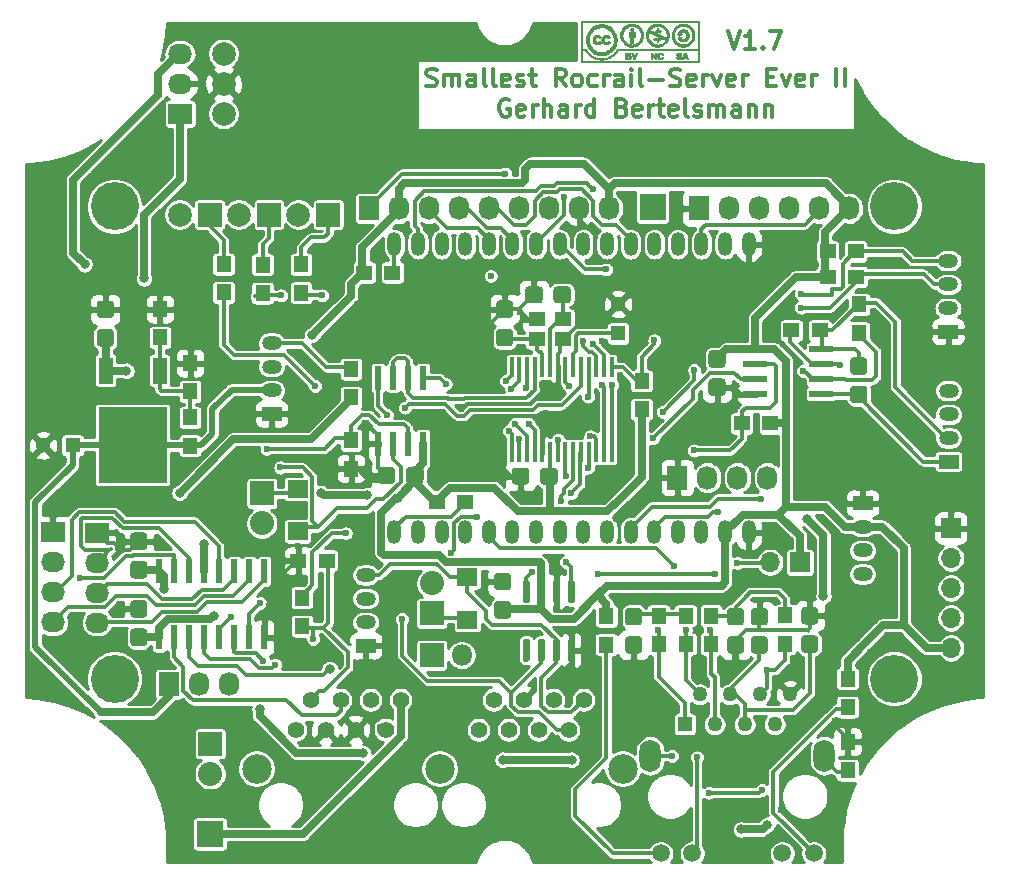
<source format=gtl>
G04 #@! TF.GenerationSoftware,KiCad,Pcbnew,5.1.12-84ad8e8a86~92~ubuntu20.04.1*
G04 #@! TF.CreationDate,2021-12-11T18:24:19+01:00*
G04 #@! TF.ProjectId,SRSE2,53525345-322e-46b6-9963-61645f706362,1.1*
G04 #@! TF.SameCoordinates,Original*
G04 #@! TF.FileFunction,Copper,L1,Top*
G04 #@! TF.FilePolarity,Positive*
%FSLAX46Y46*%
G04 Gerber Fmt 4.6, Leading zero omitted, Abs format (unit mm)*
G04 Created by KiCad (PCBNEW 5.1.12-84ad8e8a86~92~ubuntu20.04.1) date 2021-12-11 18:24:19*
%MOMM*%
%LPD*%
G01*
G04 APERTURE LIST*
G04 #@! TA.AperFunction,NonConductor*
%ADD10C,0.300000*%
G04 #@! TD*
G04 #@! TA.AperFunction,EtchedComponent*
%ADD11C,0.002540*%
G04 #@! TD*
G04 #@! TA.AperFunction,ComponentPad*
%ADD12O,1.200000X2.000000*%
G04 #@! TD*
G04 #@! TA.AperFunction,SMDPad,CuDef*
%ADD13R,1.700000X1.500000*%
G04 #@! TD*
G04 #@! TA.AperFunction,SMDPad,CuDef*
%ADD14R,1.300000X1.350000*%
G04 #@! TD*
G04 #@! TA.AperFunction,SMDPad,CuDef*
%ADD15R,1.350000X1.300000*%
G04 #@! TD*
G04 #@! TA.AperFunction,SMDPad,CuDef*
%ADD16R,5.800000X6.400000*%
G04 #@! TD*
G04 #@! TA.AperFunction,SMDPad,CuDef*
%ADD17R,1.200000X2.200000*%
G04 #@! TD*
G04 #@! TA.AperFunction,ComponentPad*
%ADD18R,1.300000X1.300000*%
G04 #@! TD*
G04 #@! TA.AperFunction,ComponentPad*
%ADD19C,1.300000*%
G04 #@! TD*
G04 #@! TA.AperFunction,ComponentPad*
%ADD20O,1.700000X1.700000*%
G04 #@! TD*
G04 #@! TA.AperFunction,ComponentPad*
%ADD21R,1.700000X1.700000*%
G04 #@! TD*
G04 #@! TA.AperFunction,SMDPad,CuDef*
%ADD22R,0.406400X1.651000*%
G04 #@! TD*
G04 #@! TA.AperFunction,SMDPad,CuDef*
%ADD23R,1.400000X1.200000*%
G04 #@! TD*
G04 #@! TA.AperFunction,SMDPad,CuDef*
%ADD24R,0.599440X1.998980*%
G04 #@! TD*
G04 #@! TA.AperFunction,ComponentPad*
%ADD25R,1.270000X1.270000*%
G04 #@! TD*
G04 #@! TA.AperFunction,ComponentPad*
%ADD26C,1.270000*%
G04 #@! TD*
G04 #@! TA.AperFunction,ComponentPad*
%ADD27C,1.500000*%
G04 #@! TD*
G04 #@! TA.AperFunction,ComponentPad*
%ADD28O,1.800000X2.743200*%
G04 #@! TD*
G04 #@! TA.AperFunction,ComponentPad*
%ADD29C,1.400000*%
G04 #@! TD*
G04 #@! TA.AperFunction,ComponentPad*
%ADD30C,2.500000*%
G04 #@! TD*
G04 #@! TA.AperFunction,ComponentPad*
%ADD31C,4.064000*%
G04 #@! TD*
G04 #@! TA.AperFunction,ComponentPad*
%ADD32R,2.000000X2.000000*%
G04 #@! TD*
G04 #@! TA.AperFunction,ComponentPad*
%ADD33C,2.000000*%
G04 #@! TD*
G04 #@! TA.AperFunction,ComponentPad*
%ADD34R,1.727200X2.032000*%
G04 #@! TD*
G04 #@! TA.AperFunction,ComponentPad*
%ADD35O,1.727200X2.032000*%
G04 #@! TD*
G04 #@! TA.AperFunction,ComponentPad*
%ADD36R,2.032000X2.032000*%
G04 #@! TD*
G04 #@! TA.AperFunction,ComponentPad*
%ADD37O,2.032000X2.032000*%
G04 #@! TD*
G04 #@! TA.AperFunction,SMDPad,CuDef*
%ADD38R,1.998980X0.599440*%
G04 #@! TD*
G04 #@! TA.AperFunction,ComponentPad*
%ADD39R,2.032000X1.727200*%
G04 #@! TD*
G04 #@! TA.AperFunction,ComponentPad*
%ADD40O,2.032000X1.727200*%
G04 #@! TD*
G04 #@! TA.AperFunction,ComponentPad*
%ADD41R,1.699260X1.198880*%
G04 #@! TD*
G04 #@! TA.AperFunction,ComponentPad*
%ADD42O,1.699260X1.198880*%
G04 #@! TD*
G04 #@! TA.AperFunction,ComponentPad*
%ADD43O,1.800000X1.800000*%
G04 #@! TD*
G04 #@! TA.AperFunction,ComponentPad*
%ADD44R,2.235200X2.235200*%
G04 #@! TD*
G04 #@! TA.AperFunction,ViaPad*
%ADD45C,0.600000*%
G04 #@! TD*
G04 #@! TA.AperFunction,ViaPad*
%ADD46C,0.800000*%
G04 #@! TD*
G04 #@! TA.AperFunction,Conductor*
%ADD47C,0.305000*%
G04 #@! TD*
G04 #@! TA.AperFunction,Conductor*
%ADD48C,0.635000*%
G04 #@! TD*
G04 #@! TA.AperFunction,Conductor*
%ADD49C,0.250000*%
G04 #@! TD*
G04 #@! TA.AperFunction,Conductor*
%ADD50C,0.508000*%
G04 #@! TD*
G04 #@! TA.AperFunction,Conductor*
%ADD51C,0.254000*%
G04 #@! TD*
G04 #@! TA.AperFunction,Conductor*
%ADD52C,0.100000*%
G04 #@! TD*
G04 APERTURE END LIST*
D10*
X159956785Y-75188071D02*
X160456785Y-76688071D01*
X160956785Y-75188071D01*
X162242500Y-76688071D02*
X161385357Y-76688071D01*
X161813928Y-76688071D02*
X161813928Y-75188071D01*
X161671071Y-75402357D01*
X161528214Y-75545214D01*
X161385357Y-75616642D01*
X162885357Y-76545214D02*
X162956785Y-76616642D01*
X162885357Y-76688071D01*
X162813928Y-76616642D01*
X162885357Y-76545214D01*
X162885357Y-76688071D01*
X163456785Y-75188071D02*
X164456785Y-75188071D01*
X163813928Y-76688071D01*
X134401600Y-79773942D02*
X134615885Y-79845371D01*
X134973028Y-79845371D01*
X135115885Y-79773942D01*
X135187314Y-79702514D01*
X135258742Y-79559657D01*
X135258742Y-79416800D01*
X135187314Y-79273942D01*
X135115885Y-79202514D01*
X134973028Y-79131085D01*
X134687314Y-79059657D01*
X134544457Y-78988228D01*
X134473028Y-78916800D01*
X134401600Y-78773942D01*
X134401600Y-78631085D01*
X134473028Y-78488228D01*
X134544457Y-78416800D01*
X134687314Y-78345371D01*
X135044457Y-78345371D01*
X135258742Y-78416800D01*
X135901600Y-79845371D02*
X135901600Y-78845371D01*
X135901600Y-78988228D02*
X135973028Y-78916800D01*
X136115885Y-78845371D01*
X136330171Y-78845371D01*
X136473028Y-78916800D01*
X136544457Y-79059657D01*
X136544457Y-79845371D01*
X136544457Y-79059657D02*
X136615885Y-78916800D01*
X136758742Y-78845371D01*
X136973028Y-78845371D01*
X137115885Y-78916800D01*
X137187314Y-79059657D01*
X137187314Y-79845371D01*
X138544457Y-79845371D02*
X138544457Y-79059657D01*
X138473028Y-78916800D01*
X138330171Y-78845371D01*
X138044457Y-78845371D01*
X137901600Y-78916800D01*
X138544457Y-79773942D02*
X138401600Y-79845371D01*
X138044457Y-79845371D01*
X137901600Y-79773942D01*
X137830171Y-79631085D01*
X137830171Y-79488228D01*
X137901600Y-79345371D01*
X138044457Y-79273942D01*
X138401600Y-79273942D01*
X138544457Y-79202514D01*
X139473028Y-79845371D02*
X139330171Y-79773942D01*
X139258742Y-79631085D01*
X139258742Y-78345371D01*
X140258742Y-79845371D02*
X140115885Y-79773942D01*
X140044457Y-79631085D01*
X140044457Y-78345371D01*
X141401600Y-79773942D02*
X141258742Y-79845371D01*
X140973028Y-79845371D01*
X140830171Y-79773942D01*
X140758742Y-79631085D01*
X140758742Y-79059657D01*
X140830171Y-78916800D01*
X140973028Y-78845371D01*
X141258742Y-78845371D01*
X141401600Y-78916800D01*
X141473028Y-79059657D01*
X141473028Y-79202514D01*
X140758742Y-79345371D01*
X142044457Y-79773942D02*
X142187314Y-79845371D01*
X142473028Y-79845371D01*
X142615885Y-79773942D01*
X142687314Y-79631085D01*
X142687314Y-79559657D01*
X142615885Y-79416800D01*
X142473028Y-79345371D01*
X142258742Y-79345371D01*
X142115885Y-79273942D01*
X142044457Y-79131085D01*
X142044457Y-79059657D01*
X142115885Y-78916800D01*
X142258742Y-78845371D01*
X142473028Y-78845371D01*
X142615885Y-78916800D01*
X143115885Y-78845371D02*
X143687314Y-78845371D01*
X143330171Y-78345371D02*
X143330171Y-79631085D01*
X143401600Y-79773942D01*
X143544457Y-79845371D01*
X143687314Y-79845371D01*
X146187314Y-79845371D02*
X145687314Y-79131085D01*
X145330171Y-79845371D02*
X145330171Y-78345371D01*
X145901600Y-78345371D01*
X146044457Y-78416800D01*
X146115885Y-78488228D01*
X146187314Y-78631085D01*
X146187314Y-78845371D01*
X146115885Y-78988228D01*
X146044457Y-79059657D01*
X145901600Y-79131085D01*
X145330171Y-79131085D01*
X147044457Y-79845371D02*
X146901600Y-79773942D01*
X146830171Y-79702514D01*
X146758742Y-79559657D01*
X146758742Y-79131085D01*
X146830171Y-78988228D01*
X146901600Y-78916800D01*
X147044457Y-78845371D01*
X147258742Y-78845371D01*
X147401600Y-78916800D01*
X147473028Y-78988228D01*
X147544457Y-79131085D01*
X147544457Y-79559657D01*
X147473028Y-79702514D01*
X147401600Y-79773942D01*
X147258742Y-79845371D01*
X147044457Y-79845371D01*
X148830171Y-79773942D02*
X148687314Y-79845371D01*
X148401600Y-79845371D01*
X148258742Y-79773942D01*
X148187314Y-79702514D01*
X148115885Y-79559657D01*
X148115885Y-79131085D01*
X148187314Y-78988228D01*
X148258742Y-78916800D01*
X148401600Y-78845371D01*
X148687314Y-78845371D01*
X148830171Y-78916800D01*
X149473028Y-79845371D02*
X149473028Y-78845371D01*
X149473028Y-79131085D02*
X149544457Y-78988228D01*
X149615885Y-78916800D01*
X149758742Y-78845371D01*
X149901600Y-78845371D01*
X151044457Y-79845371D02*
X151044457Y-79059657D01*
X150973028Y-78916800D01*
X150830171Y-78845371D01*
X150544457Y-78845371D01*
X150401600Y-78916800D01*
X151044457Y-79773942D02*
X150901600Y-79845371D01*
X150544457Y-79845371D01*
X150401600Y-79773942D01*
X150330171Y-79631085D01*
X150330171Y-79488228D01*
X150401600Y-79345371D01*
X150544457Y-79273942D01*
X150901600Y-79273942D01*
X151044457Y-79202514D01*
X151758742Y-79845371D02*
X151758742Y-78845371D01*
X151758742Y-78345371D02*
X151687314Y-78416800D01*
X151758742Y-78488228D01*
X151830171Y-78416800D01*
X151758742Y-78345371D01*
X151758742Y-78488228D01*
X152687314Y-79845371D02*
X152544457Y-79773942D01*
X152473028Y-79631085D01*
X152473028Y-78345371D01*
X153258742Y-79273942D02*
X154401600Y-79273942D01*
X155044457Y-79773942D02*
X155258742Y-79845371D01*
X155615885Y-79845371D01*
X155758742Y-79773942D01*
X155830171Y-79702514D01*
X155901600Y-79559657D01*
X155901600Y-79416800D01*
X155830171Y-79273942D01*
X155758742Y-79202514D01*
X155615885Y-79131085D01*
X155330171Y-79059657D01*
X155187314Y-78988228D01*
X155115885Y-78916800D01*
X155044457Y-78773942D01*
X155044457Y-78631085D01*
X155115885Y-78488228D01*
X155187314Y-78416800D01*
X155330171Y-78345371D01*
X155687314Y-78345371D01*
X155901600Y-78416800D01*
X157115885Y-79773942D02*
X156973028Y-79845371D01*
X156687314Y-79845371D01*
X156544457Y-79773942D01*
X156473028Y-79631085D01*
X156473028Y-79059657D01*
X156544457Y-78916800D01*
X156687314Y-78845371D01*
X156973028Y-78845371D01*
X157115885Y-78916800D01*
X157187314Y-79059657D01*
X157187314Y-79202514D01*
X156473028Y-79345371D01*
X157830171Y-79845371D02*
X157830171Y-78845371D01*
X157830171Y-79131085D02*
X157901600Y-78988228D01*
X157973028Y-78916800D01*
X158115885Y-78845371D01*
X158258742Y-78845371D01*
X158615885Y-78845371D02*
X158973028Y-79845371D01*
X159330171Y-78845371D01*
X160473028Y-79773942D02*
X160330171Y-79845371D01*
X160044457Y-79845371D01*
X159901600Y-79773942D01*
X159830171Y-79631085D01*
X159830171Y-79059657D01*
X159901600Y-78916800D01*
X160044457Y-78845371D01*
X160330171Y-78845371D01*
X160473028Y-78916800D01*
X160544457Y-79059657D01*
X160544457Y-79202514D01*
X159830171Y-79345371D01*
X161187314Y-79845371D02*
X161187314Y-78845371D01*
X161187314Y-79131085D02*
X161258742Y-78988228D01*
X161330171Y-78916800D01*
X161473028Y-78845371D01*
X161615885Y-78845371D01*
X163258742Y-79059657D02*
X163758742Y-79059657D01*
X163973028Y-79845371D02*
X163258742Y-79845371D01*
X163258742Y-78345371D01*
X163973028Y-78345371D01*
X164473028Y-78845371D02*
X164830171Y-79845371D01*
X165187314Y-78845371D01*
X166330171Y-79773942D02*
X166187314Y-79845371D01*
X165901600Y-79845371D01*
X165758742Y-79773942D01*
X165687314Y-79631085D01*
X165687314Y-79059657D01*
X165758742Y-78916800D01*
X165901600Y-78845371D01*
X166187314Y-78845371D01*
X166330171Y-78916800D01*
X166401600Y-79059657D01*
X166401600Y-79202514D01*
X165687314Y-79345371D01*
X167044457Y-79845371D02*
X167044457Y-78845371D01*
X167044457Y-79131085D02*
X167115885Y-78988228D01*
X167187314Y-78916800D01*
X167330171Y-78845371D01*
X167473028Y-78845371D01*
X169115885Y-79845371D02*
X169115885Y-78345371D01*
X169830171Y-79845371D02*
X169830171Y-78345371D01*
X141401600Y-80966800D02*
X141258742Y-80895371D01*
X141044457Y-80895371D01*
X140830171Y-80966800D01*
X140687314Y-81109657D01*
X140615885Y-81252514D01*
X140544457Y-81538228D01*
X140544457Y-81752514D01*
X140615885Y-82038228D01*
X140687314Y-82181085D01*
X140830171Y-82323942D01*
X141044457Y-82395371D01*
X141187314Y-82395371D01*
X141401600Y-82323942D01*
X141473028Y-82252514D01*
X141473028Y-81752514D01*
X141187314Y-81752514D01*
X142687314Y-82323942D02*
X142544457Y-82395371D01*
X142258742Y-82395371D01*
X142115885Y-82323942D01*
X142044457Y-82181085D01*
X142044457Y-81609657D01*
X142115885Y-81466800D01*
X142258742Y-81395371D01*
X142544457Y-81395371D01*
X142687314Y-81466800D01*
X142758742Y-81609657D01*
X142758742Y-81752514D01*
X142044457Y-81895371D01*
X143401600Y-82395371D02*
X143401600Y-81395371D01*
X143401600Y-81681085D02*
X143473028Y-81538228D01*
X143544457Y-81466800D01*
X143687314Y-81395371D01*
X143830171Y-81395371D01*
X144330171Y-82395371D02*
X144330171Y-80895371D01*
X144973028Y-82395371D02*
X144973028Y-81609657D01*
X144901600Y-81466800D01*
X144758742Y-81395371D01*
X144544457Y-81395371D01*
X144401600Y-81466800D01*
X144330171Y-81538228D01*
X146330171Y-82395371D02*
X146330171Y-81609657D01*
X146258742Y-81466800D01*
X146115885Y-81395371D01*
X145830171Y-81395371D01*
X145687314Y-81466800D01*
X146330171Y-82323942D02*
X146187314Y-82395371D01*
X145830171Y-82395371D01*
X145687314Y-82323942D01*
X145615885Y-82181085D01*
X145615885Y-82038228D01*
X145687314Y-81895371D01*
X145830171Y-81823942D01*
X146187314Y-81823942D01*
X146330171Y-81752514D01*
X147044457Y-82395371D02*
X147044457Y-81395371D01*
X147044457Y-81681085D02*
X147115885Y-81538228D01*
X147187314Y-81466800D01*
X147330171Y-81395371D01*
X147473028Y-81395371D01*
X148615885Y-82395371D02*
X148615885Y-80895371D01*
X148615885Y-82323942D02*
X148473028Y-82395371D01*
X148187314Y-82395371D01*
X148044457Y-82323942D01*
X147973028Y-82252514D01*
X147901600Y-82109657D01*
X147901600Y-81681085D01*
X147973028Y-81538228D01*
X148044457Y-81466800D01*
X148187314Y-81395371D01*
X148473028Y-81395371D01*
X148615885Y-81466800D01*
X150973028Y-81609657D02*
X151187314Y-81681085D01*
X151258742Y-81752514D01*
X151330171Y-81895371D01*
X151330171Y-82109657D01*
X151258742Y-82252514D01*
X151187314Y-82323942D01*
X151044457Y-82395371D01*
X150473028Y-82395371D01*
X150473028Y-80895371D01*
X150973028Y-80895371D01*
X151115885Y-80966800D01*
X151187314Y-81038228D01*
X151258742Y-81181085D01*
X151258742Y-81323942D01*
X151187314Y-81466800D01*
X151115885Y-81538228D01*
X150973028Y-81609657D01*
X150473028Y-81609657D01*
X152544457Y-82323942D02*
X152401600Y-82395371D01*
X152115885Y-82395371D01*
X151973028Y-82323942D01*
X151901600Y-82181085D01*
X151901600Y-81609657D01*
X151973028Y-81466800D01*
X152115885Y-81395371D01*
X152401600Y-81395371D01*
X152544457Y-81466800D01*
X152615885Y-81609657D01*
X152615885Y-81752514D01*
X151901600Y-81895371D01*
X153258742Y-82395371D02*
X153258742Y-81395371D01*
X153258742Y-81681085D02*
X153330171Y-81538228D01*
X153401600Y-81466800D01*
X153544457Y-81395371D01*
X153687314Y-81395371D01*
X153973028Y-81395371D02*
X154544457Y-81395371D01*
X154187314Y-80895371D02*
X154187314Y-82181085D01*
X154258742Y-82323942D01*
X154401600Y-82395371D01*
X154544457Y-82395371D01*
X155615885Y-82323942D02*
X155473028Y-82395371D01*
X155187314Y-82395371D01*
X155044457Y-82323942D01*
X154973028Y-82181085D01*
X154973028Y-81609657D01*
X155044457Y-81466800D01*
X155187314Y-81395371D01*
X155473028Y-81395371D01*
X155615885Y-81466800D01*
X155687314Y-81609657D01*
X155687314Y-81752514D01*
X154973028Y-81895371D01*
X156544457Y-82395371D02*
X156401600Y-82323942D01*
X156330171Y-82181085D01*
X156330171Y-80895371D01*
X157044457Y-82323942D02*
X157187314Y-82395371D01*
X157473028Y-82395371D01*
X157615885Y-82323942D01*
X157687314Y-82181085D01*
X157687314Y-82109657D01*
X157615885Y-81966800D01*
X157473028Y-81895371D01*
X157258742Y-81895371D01*
X157115885Y-81823942D01*
X157044457Y-81681085D01*
X157044457Y-81609657D01*
X157115885Y-81466800D01*
X157258742Y-81395371D01*
X157473028Y-81395371D01*
X157615885Y-81466800D01*
X158330171Y-82395371D02*
X158330171Y-81395371D01*
X158330171Y-81538228D02*
X158401600Y-81466800D01*
X158544457Y-81395371D01*
X158758742Y-81395371D01*
X158901600Y-81466800D01*
X158973028Y-81609657D01*
X158973028Y-82395371D01*
X158973028Y-81609657D02*
X159044457Y-81466800D01*
X159187314Y-81395371D01*
X159401600Y-81395371D01*
X159544457Y-81466800D01*
X159615885Y-81609657D01*
X159615885Y-82395371D01*
X160973028Y-82395371D02*
X160973028Y-81609657D01*
X160901600Y-81466800D01*
X160758742Y-81395371D01*
X160473028Y-81395371D01*
X160330171Y-81466800D01*
X160973028Y-82323942D02*
X160830171Y-82395371D01*
X160473028Y-82395371D01*
X160330171Y-82323942D01*
X160258742Y-82181085D01*
X160258742Y-82038228D01*
X160330171Y-81895371D01*
X160473028Y-81823942D01*
X160830171Y-81823942D01*
X160973028Y-81752514D01*
X161687314Y-81395371D02*
X161687314Y-82395371D01*
X161687314Y-81538228D02*
X161758742Y-81466800D01*
X161901600Y-81395371D01*
X162115885Y-81395371D01*
X162258742Y-81466800D01*
X162330171Y-81609657D01*
X162330171Y-82395371D01*
X163044457Y-81395371D02*
X163044457Y-82395371D01*
X163044457Y-81538228D02*
X163115885Y-81466800D01*
X163258742Y-81395371D01*
X163473028Y-81395371D01*
X163615885Y-81466800D01*
X163687314Y-81609657D01*
X163687314Y-82395371D01*
D11*
G36*
X157462220Y-77759560D02*
G01*
X157373320Y-77759560D01*
X157373320Y-76708000D01*
X157373320Y-75559920D01*
X157373320Y-74409300D01*
X157342840Y-74378820D01*
X157314900Y-74350880D01*
X152463500Y-74350880D01*
X147612100Y-74350880D01*
X147584160Y-74378820D01*
X147553680Y-74409300D01*
X147553680Y-75559920D01*
X147553680Y-76708000D01*
X147731480Y-76708000D01*
X147909280Y-76708000D01*
X147975320Y-76809600D01*
X148071840Y-76941680D01*
X148183600Y-77061060D01*
X148308060Y-77167740D01*
X148445220Y-77261720D01*
X148590000Y-77340460D01*
X148744940Y-77401420D01*
X148907500Y-77447140D01*
X149037040Y-77467460D01*
X149103080Y-77472540D01*
X149184360Y-77475080D01*
X149270720Y-77472540D01*
X149357080Y-77464920D01*
X149435820Y-77457300D01*
X149481540Y-77449680D01*
X149651720Y-77403960D01*
X149809200Y-77345540D01*
X149959060Y-77266800D01*
X150096220Y-77172820D01*
X150225760Y-77058520D01*
X150279100Y-77005180D01*
X150322280Y-76956920D01*
X150368000Y-76901040D01*
X150408640Y-76847700D01*
X150434040Y-76809600D01*
X150500080Y-76710540D01*
X153934160Y-76708000D01*
X157373320Y-76708000D01*
X157373320Y-77759560D01*
X157363160Y-77759560D01*
X157363160Y-77678280D01*
X157363160Y-77238860D01*
X157363160Y-76799440D01*
X153962100Y-76799440D01*
X150566120Y-76799440D01*
X150502620Y-76890880D01*
X150426420Y-76997560D01*
X150352760Y-77091540D01*
X150274020Y-77170280D01*
X150192740Y-77236320D01*
X150101300Y-77299820D01*
X150032720Y-77340460D01*
X149923500Y-77396340D01*
X149826980Y-77442060D01*
X149735540Y-77477620D01*
X149641560Y-77508100D01*
X149545040Y-77533500D01*
X149539960Y-77533500D01*
X149395180Y-77558900D01*
X149263100Y-77571600D01*
X149133560Y-77571600D01*
X149001480Y-77558900D01*
X148866860Y-77533500D01*
X148714460Y-77487780D01*
X148562060Y-77421740D01*
X148404580Y-77337920D01*
X148247100Y-77233780D01*
X148193760Y-77195680D01*
X148153120Y-77162660D01*
X148107400Y-77116940D01*
X148056600Y-77066140D01*
X148003260Y-77010260D01*
X147955000Y-76954380D01*
X147911820Y-76903580D01*
X147878800Y-76857860D01*
X147863560Y-76829920D01*
X147845780Y-76799440D01*
X147695920Y-76799440D01*
X147543520Y-76799440D01*
X147543520Y-77238860D01*
X147543520Y-77678280D01*
X152455880Y-77678280D01*
X157363160Y-77678280D01*
X157363160Y-77759560D01*
X152468580Y-77759560D01*
X147477480Y-77759560D01*
X147469860Y-77614780D01*
X147469860Y-77586840D01*
X147467320Y-77541120D01*
X147467320Y-77477620D01*
X147467320Y-77398880D01*
X147467320Y-77307440D01*
X147464780Y-77205840D01*
X147464780Y-77089000D01*
X147464780Y-76964540D01*
X147464780Y-76832460D01*
X147464780Y-76690220D01*
X147464780Y-76542900D01*
X147464780Y-76390500D01*
X147464780Y-76235560D01*
X147464780Y-76078080D01*
X147467320Y-75923140D01*
X147467320Y-75763120D01*
X147467320Y-75605640D01*
X147467320Y-75453240D01*
X147467320Y-75300840D01*
X147469860Y-75156060D01*
X147469860Y-75018900D01*
X147469860Y-74889360D01*
X147469860Y-74767440D01*
X147472400Y-74655680D01*
X147472400Y-74556620D01*
X147472400Y-74470260D01*
X147474940Y-74396600D01*
X147474940Y-74340720D01*
X147474940Y-74300080D01*
X147477480Y-74277220D01*
X147477480Y-74274680D01*
X147487640Y-74272140D01*
X147518120Y-74272140D01*
X147566380Y-74272140D01*
X147632420Y-74272140D01*
X147713700Y-74272140D01*
X147815300Y-74272140D01*
X147929600Y-74269600D01*
X148059140Y-74269600D01*
X148203920Y-74269600D01*
X148361400Y-74269600D01*
X148531580Y-74269600D01*
X148711920Y-74269600D01*
X148904960Y-74267060D01*
X149108160Y-74267060D01*
X149321520Y-74267060D01*
X149545040Y-74267060D01*
X149776180Y-74267060D01*
X150012400Y-74267060D01*
X150258780Y-74267060D01*
X150510240Y-74267060D01*
X150766780Y-74264520D01*
X151025860Y-74264520D01*
X151292560Y-74264520D01*
X151559260Y-74264520D01*
X151831040Y-74264520D01*
X152102820Y-74264520D01*
X152374600Y-74264520D01*
X152646380Y-74264520D01*
X152918160Y-74264520D01*
X153189940Y-74264520D01*
X153459180Y-74264520D01*
X153725880Y-74264520D01*
X153987500Y-74264520D01*
X154246580Y-74264520D01*
X154500580Y-74264520D01*
X154749500Y-74264520D01*
X154990800Y-74264520D01*
X155227020Y-74264520D01*
X155453080Y-74264520D01*
X155671520Y-74264520D01*
X155879800Y-74264520D01*
X156077920Y-74264520D01*
X156268420Y-74264520D01*
X156443680Y-74264520D01*
X156608780Y-74264520D01*
X156758640Y-74264520D01*
X156895800Y-74264520D01*
X157020260Y-74264520D01*
X157126940Y-74264520D01*
X157218380Y-74267060D01*
X157294580Y-74267060D01*
X157353000Y-74267060D01*
X157391100Y-74267060D01*
X157413960Y-74267060D01*
X157416500Y-74267060D01*
X157462220Y-74272140D01*
X157462220Y-76014580D01*
X157462220Y-77759560D01*
G37*
X157462220Y-77759560D02*
X157373320Y-77759560D01*
X157373320Y-76708000D01*
X157373320Y-75559920D01*
X157373320Y-74409300D01*
X157342840Y-74378820D01*
X157314900Y-74350880D01*
X152463500Y-74350880D01*
X147612100Y-74350880D01*
X147584160Y-74378820D01*
X147553680Y-74409300D01*
X147553680Y-75559920D01*
X147553680Y-76708000D01*
X147731480Y-76708000D01*
X147909280Y-76708000D01*
X147975320Y-76809600D01*
X148071840Y-76941680D01*
X148183600Y-77061060D01*
X148308060Y-77167740D01*
X148445220Y-77261720D01*
X148590000Y-77340460D01*
X148744940Y-77401420D01*
X148907500Y-77447140D01*
X149037040Y-77467460D01*
X149103080Y-77472540D01*
X149184360Y-77475080D01*
X149270720Y-77472540D01*
X149357080Y-77464920D01*
X149435820Y-77457300D01*
X149481540Y-77449680D01*
X149651720Y-77403960D01*
X149809200Y-77345540D01*
X149959060Y-77266800D01*
X150096220Y-77172820D01*
X150225760Y-77058520D01*
X150279100Y-77005180D01*
X150322280Y-76956920D01*
X150368000Y-76901040D01*
X150408640Y-76847700D01*
X150434040Y-76809600D01*
X150500080Y-76710540D01*
X153934160Y-76708000D01*
X157373320Y-76708000D01*
X157373320Y-77759560D01*
X157363160Y-77759560D01*
X157363160Y-77678280D01*
X157363160Y-77238860D01*
X157363160Y-76799440D01*
X153962100Y-76799440D01*
X150566120Y-76799440D01*
X150502620Y-76890880D01*
X150426420Y-76997560D01*
X150352760Y-77091540D01*
X150274020Y-77170280D01*
X150192740Y-77236320D01*
X150101300Y-77299820D01*
X150032720Y-77340460D01*
X149923500Y-77396340D01*
X149826980Y-77442060D01*
X149735540Y-77477620D01*
X149641560Y-77508100D01*
X149545040Y-77533500D01*
X149539960Y-77533500D01*
X149395180Y-77558900D01*
X149263100Y-77571600D01*
X149133560Y-77571600D01*
X149001480Y-77558900D01*
X148866860Y-77533500D01*
X148714460Y-77487780D01*
X148562060Y-77421740D01*
X148404580Y-77337920D01*
X148247100Y-77233780D01*
X148193760Y-77195680D01*
X148153120Y-77162660D01*
X148107400Y-77116940D01*
X148056600Y-77066140D01*
X148003260Y-77010260D01*
X147955000Y-76954380D01*
X147911820Y-76903580D01*
X147878800Y-76857860D01*
X147863560Y-76829920D01*
X147845780Y-76799440D01*
X147695920Y-76799440D01*
X147543520Y-76799440D01*
X147543520Y-77238860D01*
X147543520Y-77678280D01*
X152455880Y-77678280D01*
X157363160Y-77678280D01*
X157363160Y-77759560D01*
X152468580Y-77759560D01*
X147477480Y-77759560D01*
X147469860Y-77614780D01*
X147469860Y-77586840D01*
X147467320Y-77541120D01*
X147467320Y-77477620D01*
X147467320Y-77398880D01*
X147467320Y-77307440D01*
X147464780Y-77205840D01*
X147464780Y-77089000D01*
X147464780Y-76964540D01*
X147464780Y-76832460D01*
X147464780Y-76690220D01*
X147464780Y-76542900D01*
X147464780Y-76390500D01*
X147464780Y-76235560D01*
X147464780Y-76078080D01*
X147467320Y-75923140D01*
X147467320Y-75763120D01*
X147467320Y-75605640D01*
X147467320Y-75453240D01*
X147467320Y-75300840D01*
X147469860Y-75156060D01*
X147469860Y-75018900D01*
X147469860Y-74889360D01*
X147469860Y-74767440D01*
X147472400Y-74655680D01*
X147472400Y-74556620D01*
X147472400Y-74470260D01*
X147474940Y-74396600D01*
X147474940Y-74340720D01*
X147474940Y-74300080D01*
X147477480Y-74277220D01*
X147477480Y-74274680D01*
X147487640Y-74272140D01*
X147518120Y-74272140D01*
X147566380Y-74272140D01*
X147632420Y-74272140D01*
X147713700Y-74272140D01*
X147815300Y-74272140D01*
X147929600Y-74269600D01*
X148059140Y-74269600D01*
X148203920Y-74269600D01*
X148361400Y-74269600D01*
X148531580Y-74269600D01*
X148711920Y-74269600D01*
X148904960Y-74267060D01*
X149108160Y-74267060D01*
X149321520Y-74267060D01*
X149545040Y-74267060D01*
X149776180Y-74267060D01*
X150012400Y-74267060D01*
X150258780Y-74267060D01*
X150510240Y-74267060D01*
X150766780Y-74264520D01*
X151025860Y-74264520D01*
X151292560Y-74264520D01*
X151559260Y-74264520D01*
X151831040Y-74264520D01*
X152102820Y-74264520D01*
X152374600Y-74264520D01*
X152646380Y-74264520D01*
X152918160Y-74264520D01*
X153189940Y-74264520D01*
X153459180Y-74264520D01*
X153725880Y-74264520D01*
X153987500Y-74264520D01*
X154246580Y-74264520D01*
X154500580Y-74264520D01*
X154749500Y-74264520D01*
X154990800Y-74264520D01*
X155227020Y-74264520D01*
X155453080Y-74264520D01*
X155671520Y-74264520D01*
X155879800Y-74264520D01*
X156077920Y-74264520D01*
X156268420Y-74264520D01*
X156443680Y-74264520D01*
X156608780Y-74264520D01*
X156758640Y-74264520D01*
X156895800Y-74264520D01*
X157020260Y-74264520D01*
X157126940Y-74264520D01*
X157218380Y-74267060D01*
X157294580Y-74267060D01*
X157353000Y-74267060D01*
X157391100Y-74267060D01*
X157413960Y-74267060D01*
X157416500Y-74267060D01*
X157462220Y-74272140D01*
X157462220Y-76014580D01*
X157462220Y-77759560D01*
G36*
X154452320Y-77327760D02*
G01*
X154447240Y-77355700D01*
X154421840Y-77426820D01*
X154383740Y-77480160D01*
X154332940Y-77520800D01*
X154271980Y-77543660D01*
X154200860Y-77551280D01*
X154157680Y-77546200D01*
X154104340Y-77536040D01*
X154063700Y-77515720D01*
X154023060Y-77482700D01*
X154005280Y-77464920D01*
X153967180Y-77409040D01*
X153941780Y-77343000D01*
X153934160Y-77274420D01*
X153939240Y-77203300D01*
X153957020Y-77134720D01*
X153992580Y-77073760D01*
X154012900Y-77048360D01*
X154066240Y-77007720D01*
X154127200Y-76982320D01*
X154190700Y-76972160D01*
X154254200Y-76977240D01*
X154312620Y-76995020D01*
X154365960Y-77028040D01*
X154409140Y-77073760D01*
X154421840Y-77099160D01*
X154434540Y-77127100D01*
X154442160Y-77152500D01*
X154442160Y-77157580D01*
X154439620Y-77170280D01*
X154429460Y-77175360D01*
X154406600Y-77177900D01*
X154388820Y-77177900D01*
X154355800Y-77177900D01*
X154338020Y-77172820D01*
X154325320Y-77162660D01*
X154317700Y-77147420D01*
X154287220Y-77109320D01*
X154249120Y-77089000D01*
X154205940Y-77078840D01*
X154162760Y-77086460D01*
X154122120Y-77106780D01*
X154089100Y-77142340D01*
X154078940Y-77162660D01*
X154066240Y-77203300D01*
X154061160Y-77256640D01*
X154063700Y-77309980D01*
X154073860Y-77355700D01*
X154078940Y-77365860D01*
X154109420Y-77409040D01*
X154150060Y-77434440D01*
X154195780Y-77447140D01*
X154241500Y-77442060D01*
X154261820Y-77431900D01*
X154289760Y-77411580D01*
X154310080Y-77381100D01*
X154322780Y-77350620D01*
X154322780Y-77343000D01*
X154325320Y-77335380D01*
X154340560Y-77330300D01*
X154368500Y-77327760D01*
X154386280Y-77327760D01*
X154452320Y-77327760D01*
G37*
X154452320Y-77327760D02*
X154447240Y-77355700D01*
X154421840Y-77426820D01*
X154383740Y-77480160D01*
X154332940Y-77520800D01*
X154271980Y-77543660D01*
X154200860Y-77551280D01*
X154157680Y-77546200D01*
X154104340Y-77536040D01*
X154063700Y-77515720D01*
X154023060Y-77482700D01*
X154005280Y-77464920D01*
X153967180Y-77409040D01*
X153941780Y-77343000D01*
X153934160Y-77274420D01*
X153939240Y-77203300D01*
X153957020Y-77134720D01*
X153992580Y-77073760D01*
X154012900Y-77048360D01*
X154066240Y-77007720D01*
X154127200Y-76982320D01*
X154190700Y-76972160D01*
X154254200Y-76977240D01*
X154312620Y-76995020D01*
X154365960Y-77028040D01*
X154409140Y-77073760D01*
X154421840Y-77099160D01*
X154434540Y-77127100D01*
X154442160Y-77152500D01*
X154442160Y-77157580D01*
X154439620Y-77170280D01*
X154429460Y-77175360D01*
X154406600Y-77177900D01*
X154388820Y-77177900D01*
X154355800Y-77177900D01*
X154338020Y-77172820D01*
X154325320Y-77162660D01*
X154317700Y-77147420D01*
X154287220Y-77109320D01*
X154249120Y-77089000D01*
X154205940Y-77078840D01*
X154162760Y-77086460D01*
X154122120Y-77106780D01*
X154089100Y-77142340D01*
X154078940Y-77162660D01*
X154066240Y-77203300D01*
X154061160Y-77256640D01*
X154063700Y-77309980D01*
X154073860Y-77355700D01*
X154078940Y-77365860D01*
X154109420Y-77409040D01*
X154150060Y-77434440D01*
X154195780Y-77447140D01*
X154241500Y-77442060D01*
X154261820Y-77431900D01*
X154289760Y-77411580D01*
X154310080Y-77381100D01*
X154322780Y-77350620D01*
X154322780Y-77343000D01*
X154325320Y-77335380D01*
X154340560Y-77330300D01*
X154368500Y-77327760D01*
X154386280Y-77327760D01*
X154452320Y-77327760D01*
G36*
X156001720Y-77398880D02*
G01*
X155991560Y-77436980D01*
X155968700Y-77472540D01*
X155961080Y-77482700D01*
X155922980Y-77515720D01*
X155869640Y-77538580D01*
X155808680Y-77551280D01*
X155745180Y-77551280D01*
X155737560Y-77551280D01*
X155666440Y-77536040D01*
X155610560Y-77505560D01*
X155569920Y-77464920D01*
X155544520Y-77411580D01*
X155541980Y-77406500D01*
X155536900Y-77376020D01*
X155541980Y-77358240D01*
X155559760Y-77350620D01*
X155592780Y-77350620D01*
X155602940Y-77350620D01*
X155633420Y-77353160D01*
X155651200Y-77358240D01*
X155661360Y-77370940D01*
X155666440Y-77388720D01*
X155686760Y-77421740D01*
X155719780Y-77447140D01*
X155762960Y-77457300D01*
X155811220Y-77452220D01*
X155839160Y-77444600D01*
X155869640Y-77426820D01*
X155882340Y-77403960D01*
X155879800Y-77376020D01*
X155872180Y-77360780D01*
X155856940Y-77348080D01*
X155831540Y-77335380D01*
X155793440Y-77320140D01*
X155740100Y-77302360D01*
X155712160Y-77294740D01*
X155663900Y-77279500D01*
X155630880Y-77264260D01*
X155608020Y-77249020D01*
X155595320Y-77233780D01*
X155564840Y-77188060D01*
X155554680Y-77144880D01*
X155559760Y-77099160D01*
X155580080Y-77058520D01*
X155613100Y-77022960D01*
X155656280Y-76995020D01*
X155707080Y-76977240D01*
X155765500Y-76972160D01*
X155821380Y-76977240D01*
X155884880Y-76997560D01*
X155933140Y-77025500D01*
X155963620Y-77066140D01*
X155978860Y-77116940D01*
X155983940Y-77157580D01*
X155928060Y-77157580D01*
X155895040Y-77157580D01*
X155877260Y-77152500D01*
X155867100Y-77144880D01*
X155859480Y-77127100D01*
X155841700Y-77096620D01*
X155808680Y-77078840D01*
X155770580Y-77068680D01*
X155732480Y-77073760D01*
X155699460Y-77089000D01*
X155696920Y-77094080D01*
X155679140Y-77114400D01*
X155674060Y-77132180D01*
X155684220Y-77149960D01*
X155689300Y-77157580D01*
X155712160Y-77170280D01*
X155752800Y-77188060D01*
X155811220Y-77205840D01*
X155816300Y-77205840D01*
X155882340Y-77228700D01*
X155933140Y-77249020D01*
X155966160Y-77274420D01*
X155989020Y-77304900D01*
X155999180Y-77343000D01*
X155999180Y-77350620D01*
X156001720Y-77398880D01*
G37*
X156001720Y-77398880D02*
X155991560Y-77436980D01*
X155968700Y-77472540D01*
X155961080Y-77482700D01*
X155922980Y-77515720D01*
X155869640Y-77538580D01*
X155808680Y-77551280D01*
X155745180Y-77551280D01*
X155737560Y-77551280D01*
X155666440Y-77536040D01*
X155610560Y-77505560D01*
X155569920Y-77464920D01*
X155544520Y-77411580D01*
X155541980Y-77406500D01*
X155536900Y-77376020D01*
X155541980Y-77358240D01*
X155559760Y-77350620D01*
X155592780Y-77350620D01*
X155602940Y-77350620D01*
X155633420Y-77353160D01*
X155651200Y-77358240D01*
X155661360Y-77370940D01*
X155666440Y-77388720D01*
X155686760Y-77421740D01*
X155719780Y-77447140D01*
X155762960Y-77457300D01*
X155811220Y-77452220D01*
X155839160Y-77444600D01*
X155869640Y-77426820D01*
X155882340Y-77403960D01*
X155879800Y-77376020D01*
X155872180Y-77360780D01*
X155856940Y-77348080D01*
X155831540Y-77335380D01*
X155793440Y-77320140D01*
X155740100Y-77302360D01*
X155712160Y-77294740D01*
X155663900Y-77279500D01*
X155630880Y-77264260D01*
X155608020Y-77249020D01*
X155595320Y-77233780D01*
X155564840Y-77188060D01*
X155554680Y-77144880D01*
X155559760Y-77099160D01*
X155580080Y-77058520D01*
X155613100Y-77022960D01*
X155656280Y-76995020D01*
X155707080Y-76977240D01*
X155765500Y-76972160D01*
X155821380Y-76977240D01*
X155884880Y-76997560D01*
X155933140Y-77025500D01*
X155963620Y-77066140D01*
X155978860Y-77116940D01*
X155983940Y-77157580D01*
X155928060Y-77157580D01*
X155895040Y-77157580D01*
X155877260Y-77152500D01*
X155867100Y-77144880D01*
X155859480Y-77127100D01*
X155841700Y-77096620D01*
X155808680Y-77078840D01*
X155770580Y-77068680D01*
X155732480Y-77073760D01*
X155699460Y-77089000D01*
X155696920Y-77094080D01*
X155679140Y-77114400D01*
X155674060Y-77132180D01*
X155684220Y-77149960D01*
X155689300Y-77157580D01*
X155712160Y-77170280D01*
X155752800Y-77188060D01*
X155811220Y-77205840D01*
X155816300Y-77205840D01*
X155882340Y-77228700D01*
X155933140Y-77249020D01*
X155966160Y-77274420D01*
X155989020Y-77304900D01*
X155999180Y-77343000D01*
X155999180Y-77350620D01*
X156001720Y-77398880D01*
G36*
X151701500Y-77398880D02*
G01*
X151686260Y-77449680D01*
X151653240Y-77492860D01*
X151610060Y-77518260D01*
X151592280Y-77525880D01*
X151574500Y-77530960D01*
X151574500Y-77368400D01*
X151571960Y-77337920D01*
X151559260Y-77317600D01*
X151554180Y-77315060D01*
X151554180Y-77139800D01*
X151544020Y-77111860D01*
X151538940Y-77104240D01*
X151523700Y-77094080D01*
X151495760Y-77089000D01*
X151455120Y-77089000D01*
X151444960Y-77089000D01*
X151366220Y-77089000D01*
X151363680Y-77119480D01*
X151361140Y-77152500D01*
X151363680Y-77180440D01*
X151366220Y-77195680D01*
X151371300Y-77203300D01*
X151386540Y-77208380D01*
X151414480Y-77208380D01*
X151437340Y-77208380D01*
X151488140Y-77205840D01*
X151523700Y-77198220D01*
X151531320Y-77193140D01*
X151549100Y-77170280D01*
X151554180Y-77139800D01*
X151554180Y-77315060D01*
X151533860Y-77304900D01*
X151495760Y-77299820D01*
X151447500Y-77297280D01*
X151363680Y-77297280D01*
X151363680Y-77368400D01*
X151363680Y-77439520D01*
X151452580Y-77439520D01*
X151498300Y-77436980D01*
X151528780Y-77434440D01*
X151549100Y-77426820D01*
X151556720Y-77421740D01*
X151571960Y-77396340D01*
X151574500Y-77368400D01*
X151574500Y-77530960D01*
X151569420Y-77530960D01*
X151541480Y-77536040D01*
X151503380Y-77536040D01*
X151450040Y-77538580D01*
X151401780Y-77538580D01*
X151234140Y-77538580D01*
X151234140Y-77264260D01*
X151234140Y-76987400D01*
X151399240Y-76987400D01*
X151472900Y-76989940D01*
X151526240Y-76989940D01*
X151569420Y-76995020D01*
X151599900Y-77002640D01*
X151622760Y-77012800D01*
X151640540Y-77028040D01*
X151648160Y-77035660D01*
X151663400Y-77063600D01*
X151671020Y-77101700D01*
X151673560Y-77142340D01*
X151671020Y-77162660D01*
X151658320Y-77188060D01*
X151638000Y-77213460D01*
X151635460Y-77216000D01*
X151620220Y-77233780D01*
X151617680Y-77243940D01*
X151625300Y-77246480D01*
X151650700Y-77264260D01*
X151678640Y-77292200D01*
X151696420Y-77327760D01*
X151698960Y-77343000D01*
X151701500Y-77398880D01*
G37*
X151701500Y-77398880D02*
X151686260Y-77449680D01*
X151653240Y-77492860D01*
X151610060Y-77518260D01*
X151592280Y-77525880D01*
X151574500Y-77530960D01*
X151574500Y-77368400D01*
X151571960Y-77337920D01*
X151559260Y-77317600D01*
X151554180Y-77315060D01*
X151554180Y-77139800D01*
X151544020Y-77111860D01*
X151538940Y-77104240D01*
X151523700Y-77094080D01*
X151495760Y-77089000D01*
X151455120Y-77089000D01*
X151444960Y-77089000D01*
X151366220Y-77089000D01*
X151363680Y-77119480D01*
X151361140Y-77152500D01*
X151363680Y-77180440D01*
X151366220Y-77195680D01*
X151371300Y-77203300D01*
X151386540Y-77208380D01*
X151414480Y-77208380D01*
X151437340Y-77208380D01*
X151488140Y-77205840D01*
X151523700Y-77198220D01*
X151531320Y-77193140D01*
X151549100Y-77170280D01*
X151554180Y-77139800D01*
X151554180Y-77315060D01*
X151533860Y-77304900D01*
X151495760Y-77299820D01*
X151447500Y-77297280D01*
X151363680Y-77297280D01*
X151363680Y-77368400D01*
X151363680Y-77439520D01*
X151452580Y-77439520D01*
X151498300Y-77436980D01*
X151528780Y-77434440D01*
X151549100Y-77426820D01*
X151556720Y-77421740D01*
X151571960Y-77396340D01*
X151574500Y-77368400D01*
X151574500Y-77530960D01*
X151569420Y-77530960D01*
X151541480Y-77536040D01*
X151503380Y-77536040D01*
X151450040Y-77538580D01*
X151401780Y-77538580D01*
X151234140Y-77538580D01*
X151234140Y-77264260D01*
X151234140Y-76987400D01*
X151399240Y-76987400D01*
X151472900Y-76989940D01*
X151526240Y-76989940D01*
X151569420Y-76995020D01*
X151599900Y-77002640D01*
X151622760Y-77012800D01*
X151640540Y-77028040D01*
X151648160Y-77035660D01*
X151663400Y-77063600D01*
X151671020Y-77101700D01*
X151673560Y-77142340D01*
X151671020Y-77162660D01*
X151658320Y-77188060D01*
X151638000Y-77213460D01*
X151635460Y-77216000D01*
X151620220Y-77233780D01*
X151617680Y-77243940D01*
X151625300Y-77246480D01*
X151650700Y-77264260D01*
X151678640Y-77292200D01*
X151696420Y-77327760D01*
X151698960Y-77343000D01*
X151701500Y-77398880D01*
G36*
X152252680Y-76987400D02*
G01*
X152148540Y-77162660D01*
X152044400Y-77337920D01*
X152044400Y-77436980D01*
X152044400Y-77538580D01*
X151985980Y-77538580D01*
X151925020Y-77538580D01*
X151925020Y-77431900D01*
X151925020Y-77325220D01*
X151828500Y-77165200D01*
X151798020Y-77114400D01*
X151770080Y-77068680D01*
X151749760Y-77030580D01*
X151734520Y-77007720D01*
X151726900Y-76995020D01*
X151734520Y-76992480D01*
X151757380Y-76989940D01*
X151790400Y-76987400D01*
X151792940Y-76987400D01*
X151864060Y-76987400D01*
X151925020Y-77094080D01*
X151952960Y-77142340D01*
X151973280Y-77172820D01*
X151988520Y-77188060D01*
X151996140Y-77188060D01*
X152003760Y-77172820D01*
X152019000Y-77147420D01*
X152041860Y-77109320D01*
X152057100Y-77083920D01*
X152110440Y-76992480D01*
X152181560Y-76989940D01*
X152252680Y-76987400D01*
G37*
X152252680Y-76987400D02*
X152148540Y-77162660D01*
X152044400Y-77337920D01*
X152044400Y-77436980D01*
X152044400Y-77538580D01*
X151985980Y-77538580D01*
X151925020Y-77538580D01*
X151925020Y-77431900D01*
X151925020Y-77325220D01*
X151828500Y-77165200D01*
X151798020Y-77114400D01*
X151770080Y-77068680D01*
X151749760Y-77030580D01*
X151734520Y-77007720D01*
X151726900Y-76995020D01*
X151734520Y-76992480D01*
X151757380Y-76989940D01*
X151790400Y-76987400D01*
X151792940Y-76987400D01*
X151864060Y-76987400D01*
X151925020Y-77094080D01*
X151952960Y-77142340D01*
X151973280Y-77172820D01*
X151988520Y-77188060D01*
X151996140Y-77188060D01*
X152003760Y-77172820D01*
X152019000Y-77147420D01*
X152041860Y-77109320D01*
X152057100Y-77083920D01*
X152110440Y-76992480D01*
X152181560Y-76989940D01*
X152252680Y-76987400D01*
G36*
X153852880Y-77538580D02*
G01*
X153789380Y-77538580D01*
X153728420Y-77538580D01*
X153616660Y-77360780D01*
X153507440Y-77185520D01*
X153504900Y-77363320D01*
X153502360Y-77538580D01*
X153441400Y-77538580D01*
X153382980Y-77538580D01*
X153382980Y-77264260D01*
X153382980Y-76987400D01*
X153446480Y-76987400D01*
X153509980Y-76987400D01*
X153616660Y-77162660D01*
X153649680Y-77216000D01*
X153680160Y-77261720D01*
X153703020Y-77297280D01*
X153720800Y-77322680D01*
X153728420Y-77332840D01*
X153730960Y-77332840D01*
X153730960Y-77322680D01*
X153733500Y-77294740D01*
X153733500Y-77254100D01*
X153733500Y-77203300D01*
X153733500Y-77160120D01*
X153730960Y-76987400D01*
X153791920Y-76987400D01*
X153852880Y-76987400D01*
X153852880Y-77264260D01*
X153852880Y-77538580D01*
G37*
X153852880Y-77538580D02*
X153789380Y-77538580D01*
X153728420Y-77538580D01*
X153616660Y-77360780D01*
X153507440Y-77185520D01*
X153504900Y-77363320D01*
X153502360Y-77538580D01*
X153441400Y-77538580D01*
X153382980Y-77538580D01*
X153382980Y-77264260D01*
X153382980Y-76987400D01*
X153446480Y-76987400D01*
X153509980Y-76987400D01*
X153616660Y-77162660D01*
X153649680Y-77216000D01*
X153680160Y-77261720D01*
X153703020Y-77297280D01*
X153720800Y-77322680D01*
X153728420Y-77332840D01*
X153730960Y-77332840D01*
X153730960Y-77322680D01*
X153733500Y-77294740D01*
X153733500Y-77254100D01*
X153733500Y-77203300D01*
X153733500Y-77160120D01*
X153730960Y-76987400D01*
X153791920Y-76987400D01*
X153852880Y-76987400D01*
X153852880Y-77264260D01*
X153852880Y-77538580D01*
G36*
X156552900Y-77530960D02*
G01*
X156542740Y-77536040D01*
X156519880Y-77538580D01*
X156489400Y-77538580D01*
X156425900Y-77538580D01*
X156408120Y-77477620D01*
X156390340Y-77419200D01*
X156352240Y-77419200D01*
X156352240Y-77317600D01*
X156321760Y-77228700D01*
X156306520Y-77190600D01*
X156296360Y-77160120D01*
X156286200Y-77147420D01*
X156283660Y-77144880D01*
X156276040Y-77157580D01*
X156265880Y-77182980D01*
X156253180Y-77216000D01*
X156240480Y-77251560D01*
X156230320Y-77282040D01*
X156225240Y-77304900D01*
X156222700Y-77312520D01*
X156232860Y-77315060D01*
X156255720Y-77317600D01*
X156286200Y-77317600D01*
X156352240Y-77317600D01*
X156352240Y-77419200D01*
X156286200Y-77419200D01*
X156184600Y-77419200D01*
X156161740Y-77477620D01*
X156138880Y-77538580D01*
X156077920Y-77538580D01*
X156014420Y-77538580D01*
X156118560Y-77266800D01*
X156220160Y-76992480D01*
X156288740Y-76992480D01*
X156354780Y-76992480D01*
X156453840Y-77259180D01*
X156479240Y-77327760D01*
X156502100Y-77388720D01*
X156522420Y-77444600D01*
X156537660Y-77487780D01*
X156547820Y-77515720D01*
X156552900Y-77530960D01*
G37*
X156552900Y-77530960D02*
X156542740Y-77536040D01*
X156519880Y-77538580D01*
X156489400Y-77538580D01*
X156425900Y-77538580D01*
X156408120Y-77477620D01*
X156390340Y-77419200D01*
X156352240Y-77419200D01*
X156352240Y-77317600D01*
X156321760Y-77228700D01*
X156306520Y-77190600D01*
X156296360Y-77160120D01*
X156286200Y-77147420D01*
X156283660Y-77144880D01*
X156276040Y-77157580D01*
X156265880Y-77182980D01*
X156253180Y-77216000D01*
X156240480Y-77251560D01*
X156230320Y-77282040D01*
X156225240Y-77304900D01*
X156222700Y-77312520D01*
X156232860Y-77315060D01*
X156255720Y-77317600D01*
X156286200Y-77317600D01*
X156352240Y-77317600D01*
X156352240Y-77419200D01*
X156286200Y-77419200D01*
X156184600Y-77419200D01*
X156161740Y-77477620D01*
X156138880Y-77538580D01*
X156077920Y-77538580D01*
X156014420Y-77538580D01*
X156118560Y-77266800D01*
X156220160Y-76992480D01*
X156288740Y-76992480D01*
X156354780Y-76992480D01*
X156453840Y-77259180D01*
X156479240Y-77327760D01*
X156502100Y-77388720D01*
X156522420Y-77444600D01*
X156537660Y-77487780D01*
X156547820Y-77515720D01*
X156552900Y-77530960D01*
G36*
X150502620Y-75872340D02*
G01*
X150502620Y-75943460D01*
X150497540Y-76037440D01*
X150489920Y-76121260D01*
X150477220Y-76197460D01*
X150459440Y-76268580D01*
X150434040Y-76342240D01*
X150416260Y-76393040D01*
X150352760Y-76522580D01*
X150274020Y-76644500D01*
X150271480Y-76647040D01*
X150271480Y-75872340D01*
X150261320Y-75732640D01*
X150233380Y-75598020D01*
X150187660Y-75468480D01*
X150124160Y-75344020D01*
X150045420Y-75229720D01*
X149951440Y-75125580D01*
X149842220Y-75031600D01*
X149720300Y-74950320D01*
X149712680Y-74947780D01*
X149593300Y-74891900D01*
X149466300Y-74851260D01*
X149331680Y-74828400D01*
X149194520Y-74823320D01*
X149057360Y-74833480D01*
X148925280Y-74858880D01*
X148798280Y-74902060D01*
X148717000Y-74940160D01*
X148602700Y-75011280D01*
X148496020Y-75100180D01*
X148402040Y-75199240D01*
X148318220Y-75308460D01*
X148249640Y-75425300D01*
X148196300Y-75547220D01*
X148175980Y-75615800D01*
X148145500Y-75760580D01*
X148137880Y-75902820D01*
X148148040Y-76039980D01*
X148178520Y-76177140D01*
X148226780Y-76306680D01*
X148295360Y-76431140D01*
X148379180Y-76550520D01*
X148478240Y-76657200D01*
X148595080Y-76753720D01*
X148714460Y-76829920D01*
X148841460Y-76888340D01*
X148973540Y-76928980D01*
X149110700Y-76949300D01*
X149258020Y-76949300D01*
X149390100Y-76936600D01*
X149512020Y-76908660D01*
X149631400Y-76862940D01*
X149748240Y-76801980D01*
X149857460Y-76725780D01*
X149959060Y-76639420D01*
X150047960Y-76542900D01*
X150121620Y-76438760D01*
X150180040Y-76329540D01*
X150195280Y-76296520D01*
X150241000Y-76154280D01*
X150266400Y-76012040D01*
X150271480Y-75872340D01*
X150271480Y-76647040D01*
X150180040Y-76758800D01*
X150075900Y-76862940D01*
X149959060Y-76954380D01*
X149832060Y-77033120D01*
X149699980Y-77096620D01*
X149565360Y-77144880D01*
X149425660Y-77175360D01*
X149359620Y-77182980D01*
X149296120Y-77188060D01*
X149245320Y-77190600D01*
X149202140Y-77193140D01*
X149164040Y-77193140D01*
X149123400Y-77190600D01*
X149087840Y-77188060D01*
X148935440Y-77167740D01*
X148790660Y-77129640D01*
X148653500Y-77071220D01*
X148521420Y-76997560D01*
X148394420Y-76903580D01*
X148272500Y-76789280D01*
X148269960Y-76786740D01*
X148163280Y-76664820D01*
X148074380Y-76540360D01*
X148005800Y-76408280D01*
X147955000Y-76271120D01*
X147921980Y-76123800D01*
X147906740Y-75971400D01*
X147904200Y-75890120D01*
X147909280Y-75747880D01*
X147929600Y-75613260D01*
X147962620Y-75488800D01*
X148008340Y-75364340D01*
X148046440Y-75288140D01*
X148127720Y-75153520D01*
X148224240Y-75029060D01*
X148333460Y-74917300D01*
X148452840Y-74820780D01*
X148584920Y-74736960D01*
X148722080Y-74670920D01*
X148866860Y-74622660D01*
X148958300Y-74602340D01*
X149024340Y-74594720D01*
X149105620Y-74589640D01*
X149191980Y-74587100D01*
X149278340Y-74589640D01*
X149362160Y-74592180D01*
X149433280Y-74599800D01*
X149448520Y-74604880D01*
X149600920Y-74640440D01*
X149745700Y-74696320D01*
X149880320Y-74767440D01*
X150007320Y-74853800D01*
X150124160Y-74955400D01*
X150225760Y-75069700D01*
X150317200Y-75194160D01*
X150390860Y-75331320D01*
X150446740Y-75473560D01*
X150456900Y-75511660D01*
X150477220Y-75580240D01*
X150489920Y-75646280D01*
X150497540Y-75714860D01*
X150502620Y-75788520D01*
X150502620Y-75872340D01*
G37*
X150502620Y-75872340D02*
X150502620Y-75943460D01*
X150497540Y-76037440D01*
X150489920Y-76121260D01*
X150477220Y-76197460D01*
X150459440Y-76268580D01*
X150434040Y-76342240D01*
X150416260Y-76393040D01*
X150352760Y-76522580D01*
X150274020Y-76644500D01*
X150271480Y-76647040D01*
X150271480Y-75872340D01*
X150261320Y-75732640D01*
X150233380Y-75598020D01*
X150187660Y-75468480D01*
X150124160Y-75344020D01*
X150045420Y-75229720D01*
X149951440Y-75125580D01*
X149842220Y-75031600D01*
X149720300Y-74950320D01*
X149712680Y-74947780D01*
X149593300Y-74891900D01*
X149466300Y-74851260D01*
X149331680Y-74828400D01*
X149194520Y-74823320D01*
X149057360Y-74833480D01*
X148925280Y-74858880D01*
X148798280Y-74902060D01*
X148717000Y-74940160D01*
X148602700Y-75011280D01*
X148496020Y-75100180D01*
X148402040Y-75199240D01*
X148318220Y-75308460D01*
X148249640Y-75425300D01*
X148196300Y-75547220D01*
X148175980Y-75615800D01*
X148145500Y-75760580D01*
X148137880Y-75902820D01*
X148148040Y-76039980D01*
X148178520Y-76177140D01*
X148226780Y-76306680D01*
X148295360Y-76431140D01*
X148379180Y-76550520D01*
X148478240Y-76657200D01*
X148595080Y-76753720D01*
X148714460Y-76829920D01*
X148841460Y-76888340D01*
X148973540Y-76928980D01*
X149110700Y-76949300D01*
X149258020Y-76949300D01*
X149390100Y-76936600D01*
X149512020Y-76908660D01*
X149631400Y-76862940D01*
X149748240Y-76801980D01*
X149857460Y-76725780D01*
X149959060Y-76639420D01*
X150047960Y-76542900D01*
X150121620Y-76438760D01*
X150180040Y-76329540D01*
X150195280Y-76296520D01*
X150241000Y-76154280D01*
X150266400Y-76012040D01*
X150271480Y-75872340D01*
X150271480Y-76647040D01*
X150180040Y-76758800D01*
X150075900Y-76862940D01*
X149959060Y-76954380D01*
X149832060Y-77033120D01*
X149699980Y-77096620D01*
X149565360Y-77144880D01*
X149425660Y-77175360D01*
X149359620Y-77182980D01*
X149296120Y-77188060D01*
X149245320Y-77190600D01*
X149202140Y-77193140D01*
X149164040Y-77193140D01*
X149123400Y-77190600D01*
X149087840Y-77188060D01*
X148935440Y-77167740D01*
X148790660Y-77129640D01*
X148653500Y-77071220D01*
X148521420Y-76997560D01*
X148394420Y-76903580D01*
X148272500Y-76789280D01*
X148269960Y-76786740D01*
X148163280Y-76664820D01*
X148074380Y-76540360D01*
X148005800Y-76408280D01*
X147955000Y-76271120D01*
X147921980Y-76123800D01*
X147906740Y-75971400D01*
X147904200Y-75890120D01*
X147909280Y-75747880D01*
X147929600Y-75613260D01*
X147962620Y-75488800D01*
X148008340Y-75364340D01*
X148046440Y-75288140D01*
X148127720Y-75153520D01*
X148224240Y-75029060D01*
X148333460Y-74917300D01*
X148452840Y-74820780D01*
X148584920Y-74736960D01*
X148722080Y-74670920D01*
X148866860Y-74622660D01*
X148958300Y-74602340D01*
X149024340Y-74594720D01*
X149105620Y-74589640D01*
X149191980Y-74587100D01*
X149278340Y-74589640D01*
X149362160Y-74592180D01*
X149433280Y-74599800D01*
X149448520Y-74604880D01*
X149600920Y-74640440D01*
X149745700Y-74696320D01*
X149880320Y-74767440D01*
X150007320Y-74853800D01*
X150124160Y-74955400D01*
X150225760Y-75069700D01*
X150317200Y-75194160D01*
X150390860Y-75331320D01*
X150446740Y-75473560D01*
X150456900Y-75511660D01*
X150477220Y-75580240D01*
X150489920Y-75646280D01*
X150497540Y-75714860D01*
X150502620Y-75788520D01*
X150502620Y-75872340D01*
G36*
X152740360Y-75486260D02*
G01*
X152737820Y-75577700D01*
X152730200Y-75664060D01*
X152717500Y-75742800D01*
X152712420Y-75765660D01*
X152689560Y-75841860D01*
X152654000Y-75923140D01*
X152613360Y-76001880D01*
X152570180Y-76067920D01*
X152562560Y-76078080D01*
X152562560Y-75511660D01*
X152557480Y-75402440D01*
X152539700Y-75308460D01*
X152511760Y-75214480D01*
X152488900Y-75166220D01*
X152433020Y-75067160D01*
X152359360Y-74975720D01*
X152270460Y-74894440D01*
X152173940Y-74825860D01*
X152067260Y-74772520D01*
X152003760Y-74749660D01*
X151970740Y-74739500D01*
X151940260Y-74731880D01*
X151904700Y-74729340D01*
X151861520Y-74726800D01*
X151808180Y-74726800D01*
X151780240Y-74726800D01*
X151716740Y-74726800D01*
X151671020Y-74726800D01*
X151632920Y-74731880D01*
X151602440Y-74736960D01*
X151569420Y-74744580D01*
X151554180Y-74749660D01*
X151439880Y-74795380D01*
X151333200Y-74858880D01*
X151236680Y-74937620D01*
X151155400Y-75029060D01*
X151086820Y-75130660D01*
X151033480Y-75244960D01*
X151013160Y-75308460D01*
X151000460Y-75371960D01*
X150992840Y-75448160D01*
X150990300Y-75526900D01*
X150992840Y-75605640D01*
X151003000Y-75674220D01*
X151008080Y-75699620D01*
X151051260Y-75816460D01*
X151112220Y-75925680D01*
X151185880Y-76024740D01*
X151277320Y-76111100D01*
X151330660Y-76154280D01*
X151437340Y-76217780D01*
X151549100Y-76263500D01*
X151668480Y-76288900D01*
X151790400Y-76296520D01*
X151892000Y-76288900D01*
X151983440Y-76268580D01*
X152077420Y-76235560D01*
X152163780Y-76194920D01*
X152186640Y-76182220D01*
X152219660Y-76159360D01*
X152260300Y-76128880D01*
X152303480Y-76088240D01*
X152344120Y-76050140D01*
X152344120Y-76047600D01*
X152389840Y-76004420D01*
X152422860Y-75966320D01*
X152448260Y-75930760D01*
X152468580Y-75892660D01*
X152481280Y-75869800D01*
X152519380Y-75780900D01*
X152544780Y-75697080D01*
X152557480Y-75605640D01*
X152562560Y-75511660D01*
X152562560Y-76078080D01*
X152560020Y-76085700D01*
X152473660Y-76179680D01*
X152379680Y-76266040D01*
X152270460Y-76339700D01*
X152156160Y-76400660D01*
X152039320Y-76441300D01*
X152013920Y-76448920D01*
X151955500Y-76459080D01*
X151884380Y-76466700D01*
X151810720Y-76471780D01*
X151737060Y-76474320D01*
X151671020Y-76471780D01*
X151630380Y-76466700D01*
X151498300Y-76436220D01*
X151373840Y-76387960D01*
X151254460Y-76319380D01*
X151142700Y-76235560D01*
X151094440Y-76189840D01*
X151003000Y-76083160D01*
X150926800Y-75971400D01*
X150868380Y-75849480D01*
X150837900Y-75750420D01*
X150825200Y-75707240D01*
X150820120Y-75666600D01*
X150815040Y-75623420D01*
X150812500Y-75575160D01*
X150812500Y-75516740D01*
X150815040Y-75422760D01*
X150820120Y-75349100D01*
X150827740Y-75303380D01*
X150865840Y-75173840D01*
X150921720Y-75054460D01*
X150992840Y-74940160D01*
X151079200Y-74838560D01*
X151175720Y-74749660D01*
X151284940Y-74673460D01*
X151401780Y-74612500D01*
X151526240Y-74569320D01*
X151551640Y-74564240D01*
X151612600Y-74554080D01*
X151686260Y-74546460D01*
X151767540Y-74543920D01*
X151851360Y-74546460D01*
X151930100Y-74551540D01*
X151996140Y-74561700D01*
X152029160Y-74569320D01*
X152158700Y-74615040D01*
X152280620Y-74676000D01*
X152389840Y-74754740D01*
X152483820Y-74846180D01*
X152567640Y-74950320D01*
X152638760Y-75064620D01*
X152692100Y-75189080D01*
X152727660Y-75321160D01*
X152727660Y-75326240D01*
X152737820Y-75402440D01*
X152740360Y-75486260D01*
G37*
X152740360Y-75486260D02*
X152737820Y-75577700D01*
X152730200Y-75664060D01*
X152717500Y-75742800D01*
X152712420Y-75765660D01*
X152689560Y-75841860D01*
X152654000Y-75923140D01*
X152613360Y-76001880D01*
X152570180Y-76067920D01*
X152562560Y-76078080D01*
X152562560Y-75511660D01*
X152557480Y-75402440D01*
X152539700Y-75308460D01*
X152511760Y-75214480D01*
X152488900Y-75166220D01*
X152433020Y-75067160D01*
X152359360Y-74975720D01*
X152270460Y-74894440D01*
X152173940Y-74825860D01*
X152067260Y-74772520D01*
X152003760Y-74749660D01*
X151970740Y-74739500D01*
X151940260Y-74731880D01*
X151904700Y-74729340D01*
X151861520Y-74726800D01*
X151808180Y-74726800D01*
X151780240Y-74726800D01*
X151716740Y-74726800D01*
X151671020Y-74726800D01*
X151632920Y-74731880D01*
X151602440Y-74736960D01*
X151569420Y-74744580D01*
X151554180Y-74749660D01*
X151439880Y-74795380D01*
X151333200Y-74858880D01*
X151236680Y-74937620D01*
X151155400Y-75029060D01*
X151086820Y-75130660D01*
X151033480Y-75244960D01*
X151013160Y-75308460D01*
X151000460Y-75371960D01*
X150992840Y-75448160D01*
X150990300Y-75526900D01*
X150992840Y-75605640D01*
X151003000Y-75674220D01*
X151008080Y-75699620D01*
X151051260Y-75816460D01*
X151112220Y-75925680D01*
X151185880Y-76024740D01*
X151277320Y-76111100D01*
X151330660Y-76154280D01*
X151437340Y-76217780D01*
X151549100Y-76263500D01*
X151668480Y-76288900D01*
X151790400Y-76296520D01*
X151892000Y-76288900D01*
X151983440Y-76268580D01*
X152077420Y-76235560D01*
X152163780Y-76194920D01*
X152186640Y-76182220D01*
X152219660Y-76159360D01*
X152260300Y-76128880D01*
X152303480Y-76088240D01*
X152344120Y-76050140D01*
X152344120Y-76047600D01*
X152389840Y-76004420D01*
X152422860Y-75966320D01*
X152448260Y-75930760D01*
X152468580Y-75892660D01*
X152481280Y-75869800D01*
X152519380Y-75780900D01*
X152544780Y-75697080D01*
X152557480Y-75605640D01*
X152562560Y-75511660D01*
X152562560Y-76078080D01*
X152560020Y-76085700D01*
X152473660Y-76179680D01*
X152379680Y-76266040D01*
X152270460Y-76339700D01*
X152156160Y-76400660D01*
X152039320Y-76441300D01*
X152013920Y-76448920D01*
X151955500Y-76459080D01*
X151884380Y-76466700D01*
X151810720Y-76471780D01*
X151737060Y-76474320D01*
X151671020Y-76471780D01*
X151630380Y-76466700D01*
X151498300Y-76436220D01*
X151373840Y-76387960D01*
X151254460Y-76319380D01*
X151142700Y-76235560D01*
X151094440Y-76189840D01*
X151003000Y-76083160D01*
X150926800Y-75971400D01*
X150868380Y-75849480D01*
X150837900Y-75750420D01*
X150825200Y-75707240D01*
X150820120Y-75666600D01*
X150815040Y-75623420D01*
X150812500Y-75575160D01*
X150812500Y-75516740D01*
X150815040Y-75422760D01*
X150820120Y-75349100D01*
X150827740Y-75303380D01*
X150865840Y-75173840D01*
X150921720Y-75054460D01*
X150992840Y-74940160D01*
X151079200Y-74838560D01*
X151175720Y-74749660D01*
X151284940Y-74673460D01*
X151401780Y-74612500D01*
X151526240Y-74569320D01*
X151551640Y-74564240D01*
X151612600Y-74554080D01*
X151686260Y-74546460D01*
X151767540Y-74543920D01*
X151851360Y-74546460D01*
X151930100Y-74551540D01*
X151996140Y-74561700D01*
X152029160Y-74569320D01*
X152158700Y-74615040D01*
X152280620Y-74676000D01*
X152389840Y-74754740D01*
X152483820Y-74846180D01*
X152567640Y-74950320D01*
X152638760Y-75064620D01*
X152692100Y-75189080D01*
X152727660Y-75321160D01*
X152727660Y-75326240D01*
X152737820Y-75402440D01*
X152740360Y-75486260D01*
G36*
X154917140Y-75534520D02*
G01*
X154912060Y-75613260D01*
X154901900Y-75697080D01*
X154886660Y-75770740D01*
X154866340Y-75839320D01*
X154835860Y-75910440D01*
X154830780Y-75918060D01*
X154787600Y-76001880D01*
X154741880Y-76070460D01*
X154741880Y-75498960D01*
X154729180Y-75377040D01*
X154701240Y-75260200D01*
X154652980Y-75150980D01*
X154592020Y-75046840D01*
X154513280Y-74955400D01*
X154421840Y-74874120D01*
X154315160Y-74805540D01*
X154294840Y-74795380D01*
X154208480Y-74759820D01*
X154119580Y-74734420D01*
X154025600Y-74724260D01*
X153916380Y-74724260D01*
X153857960Y-74724260D01*
X153812240Y-74729340D01*
X153776680Y-74734420D01*
X153738580Y-74744580D01*
X153700480Y-74757280D01*
X153652220Y-74775060D01*
X153603960Y-74797920D01*
X153563320Y-74818240D01*
X153555700Y-74823320D01*
X153525220Y-74841100D01*
X153489660Y-74871580D01*
X153449020Y-74907140D01*
X153405840Y-74945240D01*
X153367740Y-74983340D01*
X153334720Y-75018900D01*
X153311860Y-75046840D01*
X153304240Y-75059540D01*
X153296620Y-75074780D01*
X153304240Y-75084940D01*
X153324560Y-75095100D01*
X153344880Y-75105260D01*
X153380440Y-75117960D01*
X153423620Y-75138280D01*
X153476960Y-75161140D01*
X153504900Y-75173840D01*
X153652220Y-75239880D01*
X153677620Y-75196700D01*
X153713180Y-75150980D01*
X153763980Y-75112880D01*
X153822400Y-75087480D01*
X153847800Y-75079860D01*
X153901140Y-75067160D01*
X153901140Y-74993500D01*
X153901140Y-74919840D01*
X153957020Y-74919840D01*
X154012900Y-74919840D01*
X154012900Y-74993500D01*
X154012900Y-75067160D01*
X154073860Y-75077320D01*
X154111960Y-75087480D01*
X154152600Y-75102720D01*
X154190700Y-75117960D01*
X154223720Y-75135740D01*
X154244040Y-75148440D01*
X154249120Y-75156060D01*
X154244040Y-75166220D01*
X154228800Y-75189080D01*
X154205940Y-75217020D01*
X154195780Y-75229720D01*
X154137360Y-75293220D01*
X154078940Y-75265280D01*
X154028140Y-75247500D01*
X153977340Y-75237340D01*
X153931620Y-75239880D01*
X153893520Y-75252580D01*
X153868120Y-75272900D01*
X153857960Y-75300840D01*
X153857960Y-75303380D01*
X153857960Y-75311000D01*
X153860500Y-75318620D01*
X153868120Y-75326240D01*
X153880820Y-75333860D01*
X153901140Y-75346560D01*
X153929080Y-75359260D01*
X153967180Y-75379580D01*
X154017980Y-75402440D01*
X154078940Y-75430380D01*
X154157680Y-75465940D01*
X154251660Y-75509120D01*
X154277060Y-75519280D01*
X154363420Y-75557380D01*
X154444700Y-75595480D01*
X154518360Y-75625960D01*
X154581860Y-75656440D01*
X154635200Y-75679300D01*
X154675840Y-75694540D01*
X154701240Y-75707240D01*
X154708860Y-75709780D01*
X154716480Y-75699620D01*
X154724100Y-75674220D01*
X154731720Y-75633580D01*
X154731720Y-75623420D01*
X154741880Y-75498960D01*
X154741880Y-76070460D01*
X154736800Y-76075540D01*
X154675840Y-76149200D01*
X154627580Y-76197460D01*
X154627580Y-75902820D01*
X154617420Y-75887580D01*
X154592020Y-75872340D01*
X154551380Y-75852020D01*
X154495500Y-75826620D01*
X154465020Y-75813920D01*
X154287220Y-75735180D01*
X154256740Y-75796140D01*
X154218640Y-75854560D01*
X154165300Y-75897740D01*
X154099260Y-75928220D01*
X154089100Y-75930760D01*
X154053540Y-75940920D01*
X154030680Y-75953620D01*
X154020520Y-75971400D01*
X154015440Y-75999340D01*
X154015440Y-76022200D01*
X154010360Y-76088240D01*
X153957020Y-76088240D01*
X153901140Y-76088240D01*
X153901140Y-76019660D01*
X153901140Y-75986640D01*
X153901140Y-75963780D01*
X153890980Y-75951080D01*
X153873200Y-75946000D01*
X153840180Y-75938380D01*
X153817320Y-75935840D01*
X153781760Y-75925680D01*
X153736040Y-75907900D01*
X153687780Y-75885040D01*
X153649680Y-75862180D01*
X153631900Y-75849480D01*
X153609040Y-75829160D01*
X153675080Y-75763120D01*
X153710640Y-75730100D01*
X153733500Y-75709780D01*
X153748740Y-75704700D01*
X153756360Y-75704700D01*
X153807160Y-75740260D01*
X153852880Y-75763120D01*
X153893520Y-75775820D01*
X153941780Y-75780900D01*
X153949400Y-75780900D01*
X154005280Y-75773280D01*
X154045920Y-75755500D01*
X154071320Y-75725020D01*
X154071320Y-75722480D01*
X154078940Y-75692000D01*
X154073860Y-75664060D01*
X154073860Y-75661520D01*
X154068780Y-75653900D01*
X154061160Y-75646280D01*
X154048460Y-75636120D01*
X154028140Y-75625960D01*
X154000200Y-75610720D01*
X153962100Y-75590400D01*
X153911300Y-75567540D01*
X153847800Y-75539600D01*
X153771600Y-75504040D01*
X153677620Y-75463400D01*
X153634440Y-75443080D01*
X153548080Y-75404980D01*
X153466800Y-75369420D01*
X153393140Y-75338940D01*
X153329640Y-75311000D01*
X153276300Y-75288140D01*
X153235660Y-75272900D01*
X153210260Y-75262740D01*
X153200100Y-75260200D01*
X153192480Y-75275440D01*
X153182320Y-75308460D01*
X153174700Y-75351640D01*
X153167080Y-75402440D01*
X153164540Y-75453240D01*
X153162000Y-75504040D01*
X153162000Y-75516740D01*
X153172160Y-75633580D01*
X153197560Y-75747880D01*
X153243280Y-75854560D01*
X153301700Y-75953620D01*
X153372820Y-76039980D01*
X153456640Y-76118720D01*
X153548080Y-76184760D01*
X153649680Y-76235560D01*
X153758900Y-76273660D01*
X153873200Y-76293980D01*
X153990040Y-76296520D01*
X154063700Y-76288900D01*
X154185620Y-76258420D01*
X154302460Y-76210160D01*
X154409140Y-76146660D01*
X154505660Y-76065380D01*
X154566620Y-76001880D01*
X154594560Y-75966320D01*
X154617420Y-75938380D01*
X154627580Y-75918060D01*
X154627580Y-75902820D01*
X154627580Y-76197460D01*
X154622500Y-76202540D01*
X154513280Y-76293980D01*
X154398980Y-76365100D01*
X154277060Y-76420980D01*
X154160220Y-76454000D01*
X154101800Y-76464160D01*
X154030680Y-76469240D01*
X153957020Y-76474320D01*
X153885900Y-76474320D01*
X153827480Y-76469240D01*
X153814780Y-76469240D01*
X153685240Y-76441300D01*
X153560780Y-76395580D01*
X153443940Y-76332080D01*
X153334720Y-76250800D01*
X153245820Y-76164440D01*
X153159460Y-76062840D01*
X153093420Y-75963780D01*
X153042620Y-75857100D01*
X153009600Y-75742800D01*
X152989280Y-75618340D01*
X152986740Y-75544680D01*
X152984200Y-75481180D01*
X152984200Y-75430380D01*
X152986740Y-75387200D01*
X152994360Y-75344020D01*
X152999440Y-75311000D01*
X153037540Y-75181460D01*
X153090880Y-75057000D01*
X153162000Y-74942700D01*
X153248360Y-74838560D01*
X153347420Y-74747120D01*
X153459180Y-74670920D01*
X153532840Y-74630280D01*
X153621740Y-74592180D01*
X153710640Y-74566780D01*
X153807160Y-74551540D01*
X153901140Y-74543920D01*
X154045920Y-74546460D01*
X154180540Y-74566780D01*
X154305000Y-74602340D01*
X154424380Y-74658220D01*
X154536140Y-74731880D01*
X154617420Y-74803000D01*
X154711400Y-74902060D01*
X154787600Y-75013820D01*
X154846020Y-75133200D01*
X154889200Y-75260200D01*
X154912060Y-75394820D01*
X154917140Y-75534520D01*
G37*
X154917140Y-75534520D02*
X154912060Y-75613260D01*
X154901900Y-75697080D01*
X154886660Y-75770740D01*
X154866340Y-75839320D01*
X154835860Y-75910440D01*
X154830780Y-75918060D01*
X154787600Y-76001880D01*
X154741880Y-76070460D01*
X154741880Y-75498960D01*
X154729180Y-75377040D01*
X154701240Y-75260200D01*
X154652980Y-75150980D01*
X154592020Y-75046840D01*
X154513280Y-74955400D01*
X154421840Y-74874120D01*
X154315160Y-74805540D01*
X154294840Y-74795380D01*
X154208480Y-74759820D01*
X154119580Y-74734420D01*
X154025600Y-74724260D01*
X153916380Y-74724260D01*
X153857960Y-74724260D01*
X153812240Y-74729340D01*
X153776680Y-74734420D01*
X153738580Y-74744580D01*
X153700480Y-74757280D01*
X153652220Y-74775060D01*
X153603960Y-74797920D01*
X153563320Y-74818240D01*
X153555700Y-74823320D01*
X153525220Y-74841100D01*
X153489660Y-74871580D01*
X153449020Y-74907140D01*
X153405840Y-74945240D01*
X153367740Y-74983340D01*
X153334720Y-75018900D01*
X153311860Y-75046840D01*
X153304240Y-75059540D01*
X153296620Y-75074780D01*
X153304240Y-75084940D01*
X153324560Y-75095100D01*
X153344880Y-75105260D01*
X153380440Y-75117960D01*
X153423620Y-75138280D01*
X153476960Y-75161140D01*
X153504900Y-75173840D01*
X153652220Y-75239880D01*
X153677620Y-75196700D01*
X153713180Y-75150980D01*
X153763980Y-75112880D01*
X153822400Y-75087480D01*
X153847800Y-75079860D01*
X153901140Y-75067160D01*
X153901140Y-74993500D01*
X153901140Y-74919840D01*
X153957020Y-74919840D01*
X154012900Y-74919840D01*
X154012900Y-74993500D01*
X154012900Y-75067160D01*
X154073860Y-75077320D01*
X154111960Y-75087480D01*
X154152600Y-75102720D01*
X154190700Y-75117960D01*
X154223720Y-75135740D01*
X154244040Y-75148440D01*
X154249120Y-75156060D01*
X154244040Y-75166220D01*
X154228800Y-75189080D01*
X154205940Y-75217020D01*
X154195780Y-75229720D01*
X154137360Y-75293220D01*
X154078940Y-75265280D01*
X154028140Y-75247500D01*
X153977340Y-75237340D01*
X153931620Y-75239880D01*
X153893520Y-75252580D01*
X153868120Y-75272900D01*
X153857960Y-75300840D01*
X153857960Y-75303380D01*
X153857960Y-75311000D01*
X153860500Y-75318620D01*
X153868120Y-75326240D01*
X153880820Y-75333860D01*
X153901140Y-75346560D01*
X153929080Y-75359260D01*
X153967180Y-75379580D01*
X154017980Y-75402440D01*
X154078940Y-75430380D01*
X154157680Y-75465940D01*
X154251660Y-75509120D01*
X154277060Y-75519280D01*
X154363420Y-75557380D01*
X154444700Y-75595480D01*
X154518360Y-75625960D01*
X154581860Y-75656440D01*
X154635200Y-75679300D01*
X154675840Y-75694540D01*
X154701240Y-75707240D01*
X154708860Y-75709780D01*
X154716480Y-75699620D01*
X154724100Y-75674220D01*
X154731720Y-75633580D01*
X154731720Y-75623420D01*
X154741880Y-75498960D01*
X154741880Y-76070460D01*
X154736800Y-76075540D01*
X154675840Y-76149200D01*
X154627580Y-76197460D01*
X154627580Y-75902820D01*
X154617420Y-75887580D01*
X154592020Y-75872340D01*
X154551380Y-75852020D01*
X154495500Y-75826620D01*
X154465020Y-75813920D01*
X154287220Y-75735180D01*
X154256740Y-75796140D01*
X154218640Y-75854560D01*
X154165300Y-75897740D01*
X154099260Y-75928220D01*
X154089100Y-75930760D01*
X154053540Y-75940920D01*
X154030680Y-75953620D01*
X154020520Y-75971400D01*
X154015440Y-75999340D01*
X154015440Y-76022200D01*
X154010360Y-76088240D01*
X153957020Y-76088240D01*
X153901140Y-76088240D01*
X153901140Y-76019660D01*
X153901140Y-75986640D01*
X153901140Y-75963780D01*
X153890980Y-75951080D01*
X153873200Y-75946000D01*
X153840180Y-75938380D01*
X153817320Y-75935840D01*
X153781760Y-75925680D01*
X153736040Y-75907900D01*
X153687780Y-75885040D01*
X153649680Y-75862180D01*
X153631900Y-75849480D01*
X153609040Y-75829160D01*
X153675080Y-75763120D01*
X153710640Y-75730100D01*
X153733500Y-75709780D01*
X153748740Y-75704700D01*
X153756360Y-75704700D01*
X153807160Y-75740260D01*
X153852880Y-75763120D01*
X153893520Y-75775820D01*
X153941780Y-75780900D01*
X153949400Y-75780900D01*
X154005280Y-75773280D01*
X154045920Y-75755500D01*
X154071320Y-75725020D01*
X154071320Y-75722480D01*
X154078940Y-75692000D01*
X154073860Y-75664060D01*
X154073860Y-75661520D01*
X154068780Y-75653900D01*
X154061160Y-75646280D01*
X154048460Y-75636120D01*
X154028140Y-75625960D01*
X154000200Y-75610720D01*
X153962100Y-75590400D01*
X153911300Y-75567540D01*
X153847800Y-75539600D01*
X153771600Y-75504040D01*
X153677620Y-75463400D01*
X153634440Y-75443080D01*
X153548080Y-75404980D01*
X153466800Y-75369420D01*
X153393140Y-75338940D01*
X153329640Y-75311000D01*
X153276300Y-75288140D01*
X153235660Y-75272900D01*
X153210260Y-75262740D01*
X153200100Y-75260200D01*
X153192480Y-75275440D01*
X153182320Y-75308460D01*
X153174700Y-75351640D01*
X153167080Y-75402440D01*
X153164540Y-75453240D01*
X153162000Y-75504040D01*
X153162000Y-75516740D01*
X153172160Y-75633580D01*
X153197560Y-75747880D01*
X153243280Y-75854560D01*
X153301700Y-75953620D01*
X153372820Y-76039980D01*
X153456640Y-76118720D01*
X153548080Y-76184760D01*
X153649680Y-76235560D01*
X153758900Y-76273660D01*
X153873200Y-76293980D01*
X153990040Y-76296520D01*
X154063700Y-76288900D01*
X154185620Y-76258420D01*
X154302460Y-76210160D01*
X154409140Y-76146660D01*
X154505660Y-76065380D01*
X154566620Y-76001880D01*
X154594560Y-75966320D01*
X154617420Y-75938380D01*
X154627580Y-75918060D01*
X154627580Y-75902820D01*
X154627580Y-76197460D01*
X154622500Y-76202540D01*
X154513280Y-76293980D01*
X154398980Y-76365100D01*
X154277060Y-76420980D01*
X154160220Y-76454000D01*
X154101800Y-76464160D01*
X154030680Y-76469240D01*
X153957020Y-76474320D01*
X153885900Y-76474320D01*
X153827480Y-76469240D01*
X153814780Y-76469240D01*
X153685240Y-76441300D01*
X153560780Y-76395580D01*
X153443940Y-76332080D01*
X153334720Y-76250800D01*
X153245820Y-76164440D01*
X153159460Y-76062840D01*
X153093420Y-75963780D01*
X153042620Y-75857100D01*
X153009600Y-75742800D01*
X152989280Y-75618340D01*
X152986740Y-75544680D01*
X152984200Y-75481180D01*
X152984200Y-75430380D01*
X152986740Y-75387200D01*
X152994360Y-75344020D01*
X152999440Y-75311000D01*
X153037540Y-75181460D01*
X153090880Y-75057000D01*
X153162000Y-74942700D01*
X153248360Y-74838560D01*
X153347420Y-74747120D01*
X153459180Y-74670920D01*
X153532840Y-74630280D01*
X153621740Y-74592180D01*
X153710640Y-74566780D01*
X153807160Y-74551540D01*
X153901140Y-74543920D01*
X154045920Y-74546460D01*
X154180540Y-74566780D01*
X154305000Y-74602340D01*
X154424380Y-74658220D01*
X154536140Y-74731880D01*
X154617420Y-74803000D01*
X154711400Y-74902060D01*
X154787600Y-75013820D01*
X154846020Y-75133200D01*
X154889200Y-75260200D01*
X154912060Y-75394820D01*
X154917140Y-75534520D01*
G36*
X157088840Y-75531980D02*
G01*
X157086300Y-75610720D01*
X157081220Y-75679300D01*
X157071060Y-75735180D01*
X157071060Y-75742800D01*
X157027880Y-75874880D01*
X156966920Y-75996800D01*
X156911040Y-76073000D01*
X156911040Y-75539600D01*
X156911040Y-75481180D01*
X156905960Y-75399900D01*
X156895800Y-75331320D01*
X156880560Y-75270360D01*
X156857700Y-75209400D01*
X156832300Y-75156060D01*
X156771340Y-75054460D01*
X156695140Y-74963020D01*
X156603700Y-74881740D01*
X156504640Y-74815700D01*
X156397960Y-74764900D01*
X156364940Y-74752200D01*
X156293820Y-74736960D01*
X156212540Y-74724260D01*
X156123640Y-74721720D01*
X156039820Y-74724260D01*
X155963620Y-74734420D01*
X155956000Y-74734420D01*
X155841700Y-74769980D01*
X155732480Y-74823320D01*
X155633420Y-74891900D01*
X155544520Y-74975720D01*
X155470860Y-75072240D01*
X155407360Y-75181460D01*
X155371800Y-75270360D01*
X155356560Y-75311000D01*
X155348940Y-75341480D01*
X155343860Y-75371960D01*
X155338780Y-75407520D01*
X155338780Y-75450700D01*
X155338780Y-75506580D01*
X155341320Y-75592940D01*
X155348940Y-75664060D01*
X155364180Y-75730100D01*
X155387040Y-75793600D01*
X155409900Y-75844400D01*
X155455620Y-75923140D01*
X155516580Y-76004420D01*
X155585160Y-76075540D01*
X155658820Y-76139040D01*
X155727400Y-76187300D01*
X155829000Y-76238100D01*
X155943300Y-76273660D01*
X156060140Y-76291440D01*
X156176980Y-76293980D01*
X156293820Y-76276200D01*
X156331920Y-76268580D01*
X156438600Y-76227940D01*
X156540200Y-76174600D01*
X156634180Y-76106020D01*
X156718000Y-76024740D01*
X156789120Y-75940920D01*
X156842460Y-75846940D01*
X156847540Y-75834240D01*
X156883100Y-75742800D01*
X156903420Y-75646280D01*
X156911040Y-75539600D01*
X156911040Y-76073000D01*
X156888180Y-76106020D01*
X156794200Y-76207620D01*
X156710380Y-76278740D01*
X156593540Y-76354940D01*
X156469080Y-76413360D01*
X156339540Y-76451460D01*
X156202380Y-76471780D01*
X156062680Y-76474320D01*
X155963620Y-76464160D01*
X155836620Y-76433680D01*
X155712160Y-76385420D01*
X155597860Y-76319380D01*
X155488640Y-76235560D01*
X155389580Y-76136500D01*
X155376880Y-76118720D01*
X155295600Y-76009500D01*
X155234640Y-75892660D01*
X155188920Y-75768200D01*
X155160980Y-75638660D01*
X155153360Y-75506580D01*
X155163520Y-75371960D01*
X155191460Y-75242420D01*
X155239720Y-75112880D01*
X155252420Y-75084940D01*
X155321000Y-74968100D01*
X155402280Y-74863960D01*
X155498800Y-74769980D01*
X155605480Y-74688700D01*
X155722320Y-74625200D01*
X155844240Y-74576940D01*
X155872180Y-74569320D01*
X155907740Y-74559160D01*
X155940760Y-74554080D01*
X155978860Y-74549000D01*
X156022040Y-74549000D01*
X156077920Y-74546460D01*
X156128720Y-74546460D01*
X156194760Y-74546460D01*
X156248100Y-74549000D01*
X156291280Y-74551540D01*
X156326840Y-74556620D01*
X156359860Y-74564240D01*
X156377640Y-74569320D01*
X156458920Y-74597260D01*
X156545280Y-74632820D01*
X156626560Y-74676000D01*
X156687520Y-74714100D01*
X156730700Y-74749660D01*
X156778960Y-74795380D01*
X156829760Y-74843640D01*
X156878020Y-74896980D01*
X156916120Y-74942700D01*
X156931360Y-74963020D01*
X156966920Y-75023980D01*
X157002480Y-75095100D01*
X157035500Y-75168760D01*
X157060900Y-75239880D01*
X157063440Y-75255120D01*
X157076140Y-75308460D01*
X157081220Y-75377040D01*
X157086300Y-75453240D01*
X157088840Y-75531980D01*
G37*
X157088840Y-75531980D02*
X157086300Y-75610720D01*
X157081220Y-75679300D01*
X157071060Y-75735180D01*
X157071060Y-75742800D01*
X157027880Y-75874880D01*
X156966920Y-75996800D01*
X156911040Y-76073000D01*
X156911040Y-75539600D01*
X156911040Y-75481180D01*
X156905960Y-75399900D01*
X156895800Y-75331320D01*
X156880560Y-75270360D01*
X156857700Y-75209400D01*
X156832300Y-75156060D01*
X156771340Y-75054460D01*
X156695140Y-74963020D01*
X156603700Y-74881740D01*
X156504640Y-74815700D01*
X156397960Y-74764900D01*
X156364940Y-74752200D01*
X156293820Y-74736960D01*
X156212540Y-74724260D01*
X156123640Y-74721720D01*
X156039820Y-74724260D01*
X155963620Y-74734420D01*
X155956000Y-74734420D01*
X155841700Y-74769980D01*
X155732480Y-74823320D01*
X155633420Y-74891900D01*
X155544520Y-74975720D01*
X155470860Y-75072240D01*
X155407360Y-75181460D01*
X155371800Y-75270360D01*
X155356560Y-75311000D01*
X155348940Y-75341480D01*
X155343860Y-75371960D01*
X155338780Y-75407520D01*
X155338780Y-75450700D01*
X155338780Y-75506580D01*
X155341320Y-75592940D01*
X155348940Y-75664060D01*
X155364180Y-75730100D01*
X155387040Y-75793600D01*
X155409900Y-75844400D01*
X155455620Y-75923140D01*
X155516580Y-76004420D01*
X155585160Y-76075540D01*
X155658820Y-76139040D01*
X155727400Y-76187300D01*
X155829000Y-76238100D01*
X155943300Y-76273660D01*
X156060140Y-76291440D01*
X156176980Y-76293980D01*
X156293820Y-76276200D01*
X156331920Y-76268580D01*
X156438600Y-76227940D01*
X156540200Y-76174600D01*
X156634180Y-76106020D01*
X156718000Y-76024740D01*
X156789120Y-75940920D01*
X156842460Y-75846940D01*
X156847540Y-75834240D01*
X156883100Y-75742800D01*
X156903420Y-75646280D01*
X156911040Y-75539600D01*
X156911040Y-76073000D01*
X156888180Y-76106020D01*
X156794200Y-76207620D01*
X156710380Y-76278740D01*
X156593540Y-76354940D01*
X156469080Y-76413360D01*
X156339540Y-76451460D01*
X156202380Y-76471780D01*
X156062680Y-76474320D01*
X155963620Y-76464160D01*
X155836620Y-76433680D01*
X155712160Y-76385420D01*
X155597860Y-76319380D01*
X155488640Y-76235560D01*
X155389580Y-76136500D01*
X155376880Y-76118720D01*
X155295600Y-76009500D01*
X155234640Y-75892660D01*
X155188920Y-75768200D01*
X155160980Y-75638660D01*
X155153360Y-75506580D01*
X155163520Y-75371960D01*
X155191460Y-75242420D01*
X155239720Y-75112880D01*
X155252420Y-75084940D01*
X155321000Y-74968100D01*
X155402280Y-74863960D01*
X155498800Y-74769980D01*
X155605480Y-74688700D01*
X155722320Y-74625200D01*
X155844240Y-74576940D01*
X155872180Y-74569320D01*
X155907740Y-74559160D01*
X155940760Y-74554080D01*
X155978860Y-74549000D01*
X156022040Y-74549000D01*
X156077920Y-74546460D01*
X156128720Y-74546460D01*
X156194760Y-74546460D01*
X156248100Y-74549000D01*
X156291280Y-74551540D01*
X156326840Y-74556620D01*
X156359860Y-74564240D01*
X156377640Y-74569320D01*
X156458920Y-74597260D01*
X156545280Y-74632820D01*
X156626560Y-74676000D01*
X156687520Y-74714100D01*
X156730700Y-74749660D01*
X156778960Y-74795380D01*
X156829760Y-74843640D01*
X156878020Y-74896980D01*
X156916120Y-74942700D01*
X156931360Y-74963020D01*
X156966920Y-75023980D01*
X157002480Y-75095100D01*
X157035500Y-75168760D01*
X157060900Y-75239880D01*
X157063440Y-75255120D01*
X157076140Y-75308460D01*
X157081220Y-75377040D01*
X157086300Y-75453240D01*
X157088840Y-75531980D01*
G36*
X149194520Y-76090780D02*
G01*
X149176740Y-76118720D01*
X149148800Y-76156820D01*
X149110700Y-76194920D01*
X149067520Y-76230480D01*
X149026880Y-76255880D01*
X149016720Y-76260960D01*
X148945600Y-76281280D01*
X148861780Y-76288900D01*
X148798280Y-76286360D01*
X148714460Y-76271120D01*
X148638260Y-76238100D01*
X148577300Y-76189840D01*
X148526500Y-76128880D01*
X148490940Y-76055220D01*
X148470620Y-75973940D01*
X148465540Y-75877420D01*
X148468080Y-75852020D01*
X148480780Y-75765660D01*
X148506180Y-75692000D01*
X148549360Y-75625960D01*
X148567140Y-75605640D01*
X148630640Y-75549760D01*
X148704300Y-75511660D01*
X148785580Y-75488800D01*
X148877020Y-75486260D01*
X148915120Y-75491340D01*
X148960840Y-75498960D01*
X149009100Y-75514200D01*
X149042120Y-75526900D01*
X149072600Y-75544680D01*
X149105620Y-75570080D01*
X149136100Y-75600560D01*
X149164040Y-75628500D01*
X149179280Y-75653900D01*
X149184360Y-75666600D01*
X149176740Y-75676760D01*
X149153880Y-75692000D01*
X149120860Y-75712320D01*
X149105620Y-75719940D01*
X149024340Y-75760580D01*
X148976080Y-75709780D01*
X148950680Y-75684380D01*
X148930360Y-75669140D01*
X148910040Y-75661520D01*
X148884640Y-75661520D01*
X148871940Y-75661520D01*
X148816060Y-75669140D01*
X148770340Y-75694540D01*
X148732240Y-75735180D01*
X148729700Y-75740260D01*
X148717000Y-75775820D01*
X148709380Y-75824080D01*
X148704300Y-75879960D01*
X148706840Y-75935840D01*
X148711920Y-75986640D01*
X148719540Y-76009500D01*
X148742400Y-76057760D01*
X148775420Y-76090780D01*
X148821140Y-76108560D01*
X148869400Y-76113640D01*
X148922740Y-76108560D01*
X148963380Y-76090780D01*
X148993860Y-76060300D01*
X149009100Y-76039980D01*
X149024340Y-76019660D01*
X149037040Y-76009500D01*
X149049740Y-76012040D01*
X149075140Y-76024740D01*
X149108160Y-76042520D01*
X149120860Y-76050140D01*
X149194520Y-76090780D01*
G37*
X149194520Y-76090780D02*
X149176740Y-76118720D01*
X149148800Y-76156820D01*
X149110700Y-76194920D01*
X149067520Y-76230480D01*
X149026880Y-76255880D01*
X149016720Y-76260960D01*
X148945600Y-76281280D01*
X148861780Y-76288900D01*
X148798280Y-76286360D01*
X148714460Y-76271120D01*
X148638260Y-76238100D01*
X148577300Y-76189840D01*
X148526500Y-76128880D01*
X148490940Y-76055220D01*
X148470620Y-75973940D01*
X148465540Y-75877420D01*
X148468080Y-75852020D01*
X148480780Y-75765660D01*
X148506180Y-75692000D01*
X148549360Y-75625960D01*
X148567140Y-75605640D01*
X148630640Y-75549760D01*
X148704300Y-75511660D01*
X148785580Y-75488800D01*
X148877020Y-75486260D01*
X148915120Y-75491340D01*
X148960840Y-75498960D01*
X149009100Y-75514200D01*
X149042120Y-75526900D01*
X149072600Y-75544680D01*
X149105620Y-75570080D01*
X149136100Y-75600560D01*
X149164040Y-75628500D01*
X149179280Y-75653900D01*
X149184360Y-75666600D01*
X149176740Y-75676760D01*
X149153880Y-75692000D01*
X149120860Y-75712320D01*
X149105620Y-75719940D01*
X149024340Y-75760580D01*
X148976080Y-75709780D01*
X148950680Y-75684380D01*
X148930360Y-75669140D01*
X148910040Y-75661520D01*
X148884640Y-75661520D01*
X148871940Y-75661520D01*
X148816060Y-75669140D01*
X148770340Y-75694540D01*
X148732240Y-75735180D01*
X148729700Y-75740260D01*
X148717000Y-75775820D01*
X148709380Y-75824080D01*
X148704300Y-75879960D01*
X148706840Y-75935840D01*
X148711920Y-75986640D01*
X148719540Y-76009500D01*
X148742400Y-76057760D01*
X148775420Y-76090780D01*
X148821140Y-76108560D01*
X148869400Y-76113640D01*
X148922740Y-76108560D01*
X148963380Y-76090780D01*
X148993860Y-76060300D01*
X149009100Y-76039980D01*
X149024340Y-76019660D01*
X149037040Y-76009500D01*
X149049740Y-76012040D01*
X149075140Y-76024740D01*
X149108160Y-76042520D01*
X149120860Y-76050140D01*
X149194520Y-76090780D01*
G36*
X149938740Y-76088240D02*
G01*
X149938740Y-76100940D01*
X149926040Y-76123800D01*
X149913340Y-76141580D01*
X149854920Y-76205080D01*
X149791420Y-76248260D01*
X149720300Y-76276200D01*
X149639020Y-76288900D01*
X149547580Y-76286360D01*
X149471380Y-76273660D01*
X149407880Y-76245720D01*
X149346920Y-76205080D01*
X149336760Y-76194920D01*
X149285960Y-76133960D01*
X149247860Y-76060300D01*
X149225000Y-75979020D01*
X149222460Y-75961240D01*
X149219920Y-75869800D01*
X149230080Y-75783440D01*
X149255480Y-75702160D01*
X149296120Y-75631040D01*
X149346920Y-75572620D01*
X149410420Y-75529440D01*
X149448520Y-75511660D01*
X149524720Y-75491340D01*
X149608540Y-75486260D01*
X149694900Y-75493880D01*
X149771100Y-75516740D01*
X149781260Y-75519280D01*
X149816820Y-75542140D01*
X149854920Y-75570080D01*
X149893020Y-75603100D01*
X149920960Y-75636120D01*
X149928580Y-75651360D01*
X149936200Y-75664060D01*
X149936200Y-75671680D01*
X149926040Y-75681840D01*
X149908260Y-75694540D01*
X149872700Y-75712320D01*
X149857460Y-75719940D01*
X149773640Y-75760580D01*
X149725380Y-75709780D01*
X149699980Y-75684380D01*
X149679660Y-75669140D01*
X149661880Y-75661520D01*
X149633940Y-75661520D01*
X149623780Y-75661520D01*
X149567900Y-75666600D01*
X149524720Y-75689460D01*
X149489160Y-75730100D01*
X149473920Y-75755500D01*
X149458680Y-75806300D01*
X149448520Y-75869800D01*
X149451060Y-75933300D01*
X149461220Y-75994260D01*
X149471380Y-76019660D01*
X149501860Y-76065380D01*
X149542500Y-76098400D01*
X149590760Y-76113640D01*
X149641560Y-76116180D01*
X149689820Y-76100940D01*
X149735540Y-76070460D01*
X149755860Y-76045060D01*
X149773640Y-76024740D01*
X149776180Y-76017120D01*
X149781260Y-76012040D01*
X149796500Y-76014580D01*
X149819360Y-76024740D01*
X149854920Y-76042520D01*
X149890480Y-76060300D01*
X149918420Y-76078080D01*
X149936200Y-76088240D01*
X149938740Y-76088240D01*
G37*
X149938740Y-76088240D02*
X149938740Y-76100940D01*
X149926040Y-76123800D01*
X149913340Y-76141580D01*
X149854920Y-76205080D01*
X149791420Y-76248260D01*
X149720300Y-76276200D01*
X149639020Y-76288900D01*
X149547580Y-76286360D01*
X149471380Y-76273660D01*
X149407880Y-76245720D01*
X149346920Y-76205080D01*
X149336760Y-76194920D01*
X149285960Y-76133960D01*
X149247860Y-76060300D01*
X149225000Y-75979020D01*
X149222460Y-75961240D01*
X149219920Y-75869800D01*
X149230080Y-75783440D01*
X149255480Y-75702160D01*
X149296120Y-75631040D01*
X149346920Y-75572620D01*
X149410420Y-75529440D01*
X149448520Y-75511660D01*
X149524720Y-75491340D01*
X149608540Y-75486260D01*
X149694900Y-75493880D01*
X149771100Y-75516740D01*
X149781260Y-75519280D01*
X149816820Y-75542140D01*
X149854920Y-75570080D01*
X149893020Y-75603100D01*
X149920960Y-75636120D01*
X149928580Y-75651360D01*
X149936200Y-75664060D01*
X149936200Y-75671680D01*
X149926040Y-75681840D01*
X149908260Y-75694540D01*
X149872700Y-75712320D01*
X149857460Y-75719940D01*
X149773640Y-75760580D01*
X149725380Y-75709780D01*
X149699980Y-75684380D01*
X149679660Y-75669140D01*
X149661880Y-75661520D01*
X149633940Y-75661520D01*
X149623780Y-75661520D01*
X149567900Y-75666600D01*
X149524720Y-75689460D01*
X149489160Y-75730100D01*
X149473920Y-75755500D01*
X149458680Y-75806300D01*
X149448520Y-75869800D01*
X149451060Y-75933300D01*
X149461220Y-75994260D01*
X149471380Y-76019660D01*
X149501860Y-76065380D01*
X149542500Y-76098400D01*
X149590760Y-76113640D01*
X149641560Y-76116180D01*
X149689820Y-76100940D01*
X149735540Y-76070460D01*
X149755860Y-76045060D01*
X149773640Y-76024740D01*
X149776180Y-76017120D01*
X149781260Y-76012040D01*
X149796500Y-76014580D01*
X149819360Y-76024740D01*
X149854920Y-76042520D01*
X149890480Y-76060300D01*
X149918420Y-76078080D01*
X149936200Y-76088240D01*
X149938740Y-76088240D01*
G36*
X152036780Y-75300840D02*
G01*
X152036780Y-75331320D01*
X152036780Y-75374500D01*
X152036780Y-75427840D01*
X152036780Y-75481180D01*
X152034240Y-75658980D01*
X151983440Y-75661520D01*
X151930100Y-75666600D01*
X151927560Y-75897740D01*
X151925020Y-76128880D01*
X151775160Y-76128880D01*
X151625300Y-76128880D01*
X151625300Y-75895200D01*
X151625300Y-75658980D01*
X151582120Y-75661520D01*
X151551640Y-75661520D01*
X151531320Y-75661520D01*
X151526240Y-75661520D01*
X151523700Y-75656440D01*
X151518620Y-75641200D01*
X151516080Y-75613260D01*
X151516080Y-75567540D01*
X151516080Y-75509120D01*
X151516080Y-75458320D01*
X151516080Y-75387200D01*
X151516080Y-75331320D01*
X151518620Y-75293220D01*
X151521160Y-75265280D01*
X151523700Y-75247500D01*
X151528780Y-75234800D01*
X151531320Y-75232260D01*
X151536400Y-75224640D01*
X151544020Y-75219560D01*
X151554180Y-75217020D01*
X151571960Y-75214480D01*
X151599900Y-75211940D01*
X151638000Y-75211940D01*
X151691340Y-75209400D01*
X151762460Y-75209400D01*
X151775160Y-75209400D01*
X151853900Y-75211940D01*
X151914860Y-75211940D01*
X151960580Y-75214480D01*
X151993600Y-75217020D01*
X152016460Y-75224640D01*
X152029160Y-75234800D01*
X152034240Y-75247500D01*
X152036780Y-75265280D01*
X152036780Y-75285600D01*
X152036780Y-75300840D01*
G37*
X152036780Y-75300840D02*
X152036780Y-75331320D01*
X152036780Y-75374500D01*
X152036780Y-75427840D01*
X152036780Y-75481180D01*
X152034240Y-75658980D01*
X151983440Y-75661520D01*
X151930100Y-75666600D01*
X151927560Y-75897740D01*
X151925020Y-76128880D01*
X151775160Y-76128880D01*
X151625300Y-76128880D01*
X151625300Y-75895200D01*
X151625300Y-75658980D01*
X151582120Y-75661520D01*
X151551640Y-75661520D01*
X151531320Y-75661520D01*
X151526240Y-75661520D01*
X151523700Y-75656440D01*
X151518620Y-75641200D01*
X151516080Y-75613260D01*
X151516080Y-75567540D01*
X151516080Y-75509120D01*
X151516080Y-75458320D01*
X151516080Y-75387200D01*
X151516080Y-75331320D01*
X151518620Y-75293220D01*
X151521160Y-75265280D01*
X151523700Y-75247500D01*
X151528780Y-75234800D01*
X151531320Y-75232260D01*
X151536400Y-75224640D01*
X151544020Y-75219560D01*
X151554180Y-75217020D01*
X151571960Y-75214480D01*
X151599900Y-75211940D01*
X151638000Y-75211940D01*
X151691340Y-75209400D01*
X151762460Y-75209400D01*
X151775160Y-75209400D01*
X151853900Y-75211940D01*
X151914860Y-75211940D01*
X151960580Y-75214480D01*
X151993600Y-75217020D01*
X152016460Y-75224640D01*
X152029160Y-75234800D01*
X152034240Y-75247500D01*
X152036780Y-75265280D01*
X152036780Y-75285600D01*
X152036780Y-75300840D01*
G36*
X151909780Y-75031600D02*
G01*
X151902160Y-75072240D01*
X151881840Y-75107800D01*
X151848820Y-75135740D01*
X151803100Y-75153520D01*
X151800560Y-75153520D01*
X151770080Y-75153520D01*
X151737060Y-75148440D01*
X151729440Y-75145900D01*
X151704040Y-75135740D01*
X151688800Y-75130660D01*
X151681180Y-75123040D01*
X151671020Y-75105260D01*
X151665940Y-75097640D01*
X151645620Y-75049380D01*
X151645620Y-75001120D01*
X151658320Y-74957940D01*
X151686260Y-74922380D01*
X151724360Y-74899520D01*
X151775160Y-74889360D01*
X151782780Y-74886820D01*
X151828500Y-74896980D01*
X151866600Y-74919840D01*
X151892000Y-74950320D01*
X151907240Y-74988420D01*
X151909780Y-75031600D01*
G37*
X151909780Y-75031600D02*
X151902160Y-75072240D01*
X151881840Y-75107800D01*
X151848820Y-75135740D01*
X151803100Y-75153520D01*
X151800560Y-75153520D01*
X151770080Y-75153520D01*
X151737060Y-75148440D01*
X151729440Y-75145900D01*
X151704040Y-75135740D01*
X151688800Y-75130660D01*
X151681180Y-75123040D01*
X151671020Y-75105260D01*
X151665940Y-75097640D01*
X151645620Y-75049380D01*
X151645620Y-75001120D01*
X151658320Y-74957940D01*
X151686260Y-74922380D01*
X151724360Y-74899520D01*
X151775160Y-74889360D01*
X151782780Y-74886820D01*
X151828500Y-74896980D01*
X151866600Y-74919840D01*
X151892000Y-74950320D01*
X151907240Y-74988420D01*
X151909780Y-75031600D01*
G36*
X156613860Y-75504040D02*
G01*
X156608780Y-75600560D01*
X156588460Y-75694540D01*
X156555440Y-75780900D01*
X156535120Y-75813920D01*
X156504640Y-75854560D01*
X156474160Y-75892660D01*
X156469080Y-75895200D01*
X156392880Y-75958700D01*
X156309060Y-76001880D01*
X156215080Y-76027280D01*
X156118560Y-76037440D01*
X156019500Y-76027280D01*
X156014420Y-76027280D01*
X155930600Y-76004420D01*
X155854400Y-75961240D01*
X155793440Y-75902820D01*
X155740100Y-75829160D01*
X155704540Y-75740260D01*
X155689300Y-75689460D01*
X155681680Y-75661520D01*
X155806140Y-75661520D01*
X155930600Y-75661520D01*
X155938220Y-75702160D01*
X155950920Y-75742800D01*
X155978860Y-75780900D01*
X156009340Y-75808840D01*
X156014420Y-75811380D01*
X156034740Y-75819000D01*
X156067760Y-75826620D01*
X156090620Y-75831700D01*
X156159200Y-75834240D01*
X156220160Y-75819000D01*
X156270960Y-75785980D01*
X156311600Y-75737720D01*
X156342080Y-75671680D01*
X156362400Y-75590400D01*
X156367480Y-75519280D01*
X156364940Y-75445620D01*
X156349700Y-75374500D01*
X156329380Y-75316080D01*
X156326840Y-75311000D01*
X156293820Y-75262740D01*
X156248100Y-75229720D01*
X156202380Y-75209400D01*
X156138880Y-75204320D01*
X156077920Y-75211940D01*
X156024580Y-75232260D01*
X155978860Y-75265280D01*
X155953460Y-75303380D01*
X155938220Y-75336400D01*
X155935680Y-75356720D01*
X155940760Y-75366880D01*
X155963620Y-75369420D01*
X155971240Y-75371960D01*
X156006800Y-75371960D01*
X155910280Y-75468480D01*
X155813760Y-75565000D01*
X155714700Y-75468480D01*
X155618180Y-75371960D01*
X155653740Y-75371960D01*
X155684220Y-75366880D01*
X155699460Y-75349100D01*
X155702000Y-75321160D01*
X155707080Y-75298300D01*
X155722320Y-75262740D01*
X155745180Y-75219560D01*
X155768040Y-75178920D01*
X155793440Y-75140820D01*
X155816300Y-75115420D01*
X155882340Y-75064620D01*
X155958540Y-75029060D01*
X156042360Y-75006200D01*
X156131260Y-74998580D01*
X156220160Y-75008740D01*
X156311600Y-75034140D01*
X156364940Y-75057000D01*
X156436060Y-75102720D01*
X156497020Y-75163680D01*
X156545280Y-75237340D01*
X156580840Y-75321160D01*
X156603700Y-75410060D01*
X156613860Y-75504040D01*
G37*
X156613860Y-75504040D02*
X156608780Y-75600560D01*
X156588460Y-75694540D01*
X156555440Y-75780900D01*
X156535120Y-75813920D01*
X156504640Y-75854560D01*
X156474160Y-75892660D01*
X156469080Y-75895200D01*
X156392880Y-75958700D01*
X156309060Y-76001880D01*
X156215080Y-76027280D01*
X156118560Y-76037440D01*
X156019500Y-76027280D01*
X156014420Y-76027280D01*
X155930600Y-76004420D01*
X155854400Y-75961240D01*
X155793440Y-75902820D01*
X155740100Y-75829160D01*
X155704540Y-75740260D01*
X155689300Y-75689460D01*
X155681680Y-75661520D01*
X155806140Y-75661520D01*
X155930600Y-75661520D01*
X155938220Y-75702160D01*
X155950920Y-75742800D01*
X155978860Y-75780900D01*
X156009340Y-75808840D01*
X156014420Y-75811380D01*
X156034740Y-75819000D01*
X156067760Y-75826620D01*
X156090620Y-75831700D01*
X156159200Y-75834240D01*
X156220160Y-75819000D01*
X156270960Y-75785980D01*
X156311600Y-75737720D01*
X156342080Y-75671680D01*
X156362400Y-75590400D01*
X156367480Y-75519280D01*
X156364940Y-75445620D01*
X156349700Y-75374500D01*
X156329380Y-75316080D01*
X156326840Y-75311000D01*
X156293820Y-75262740D01*
X156248100Y-75229720D01*
X156202380Y-75209400D01*
X156138880Y-75204320D01*
X156077920Y-75211940D01*
X156024580Y-75232260D01*
X155978860Y-75265280D01*
X155953460Y-75303380D01*
X155938220Y-75336400D01*
X155935680Y-75356720D01*
X155940760Y-75366880D01*
X155963620Y-75369420D01*
X155971240Y-75371960D01*
X156006800Y-75371960D01*
X155910280Y-75468480D01*
X155813760Y-75565000D01*
X155714700Y-75468480D01*
X155618180Y-75371960D01*
X155653740Y-75371960D01*
X155684220Y-75366880D01*
X155699460Y-75349100D01*
X155702000Y-75321160D01*
X155707080Y-75298300D01*
X155722320Y-75262740D01*
X155745180Y-75219560D01*
X155768040Y-75178920D01*
X155793440Y-75140820D01*
X155816300Y-75115420D01*
X155882340Y-75064620D01*
X155958540Y-75029060D01*
X156042360Y-75006200D01*
X156131260Y-74998580D01*
X156220160Y-75008740D01*
X156311600Y-75034140D01*
X156364940Y-75057000D01*
X156436060Y-75102720D01*
X156497020Y-75163680D01*
X156545280Y-75237340D01*
X156580840Y-75321160D01*
X156603700Y-75410060D01*
X156613860Y-75504040D01*
D12*
X161685000Y-117610000D03*
X161685000Y-93210000D03*
X159685000Y-117610000D03*
X159685000Y-93210000D03*
X157685000Y-117610000D03*
X157685000Y-93210000D03*
X155685000Y-117610000D03*
X155685000Y-93210000D03*
X153685000Y-117610000D03*
X153685000Y-93210000D03*
X151685000Y-117610000D03*
X151685000Y-93210000D03*
X149685000Y-117610000D03*
X149685000Y-93210000D03*
X147685000Y-117610000D03*
X147685000Y-93210000D03*
X145685000Y-117610000D03*
X145685000Y-93210000D03*
X143685000Y-117610000D03*
X143685000Y-93210000D03*
X141685000Y-117610000D03*
X141685000Y-93210000D03*
X139685000Y-117610000D03*
X139685000Y-93210000D03*
X137685000Y-117610000D03*
X137685000Y-93210000D03*
X135685000Y-117610000D03*
X135685000Y-93210000D03*
X133685000Y-117610000D03*
X133685000Y-93210000D03*
X131685000Y-117610000D03*
X131685000Y-93210000D03*
G04 #@! TA.AperFunction,SMDPad,CuDef*
G36*
G01*
X159420150Y-103664600D02*
X158587850Y-103664600D01*
G75*
G02*
X158279000Y-103355750I0J308850D01*
G01*
X158279000Y-102473450D01*
G75*
G02*
X158587850Y-102164600I308850J0D01*
G01*
X159420150Y-102164600D01*
G75*
G02*
X159729000Y-102473450I0J-308850D01*
G01*
X159729000Y-103355750D01*
G75*
G02*
X159420150Y-103664600I-308850J0D01*
G01*
G37*
G04 #@! TD.AperFunction*
G04 #@! TA.AperFunction,SMDPad,CuDef*
G36*
G01*
X158587850Y-104564600D02*
X159420150Y-104564600D01*
G75*
G02*
X159729000Y-104873450I0J-308850D01*
G01*
X159729000Y-105755750D01*
G75*
G02*
X159420150Y-106064600I-308850J0D01*
G01*
X158587850Y-106064600D01*
G75*
G02*
X158279000Y-105755750I0J308850D01*
G01*
X158279000Y-104873450D01*
G75*
G02*
X158587850Y-104564600I308850J0D01*
G01*
G37*
G04 #@! TD.AperFunction*
G04 #@! TA.AperFunction,SMDPad,CuDef*
G36*
G01*
X146516800Y-126594800D02*
X146816800Y-126594800D01*
G75*
G02*
X146966800Y-126744800I0J-150000D01*
G01*
X146966800Y-128394800D01*
G75*
G02*
X146816800Y-128544800I-150000J0D01*
G01*
X146516800Y-128544800D01*
G75*
G02*
X146366800Y-128394800I0J150000D01*
G01*
X146366800Y-126744800D01*
G75*
G02*
X146516800Y-126594800I150000J0D01*
G01*
G37*
G04 #@! TD.AperFunction*
G04 #@! TA.AperFunction,SMDPad,CuDef*
G36*
G01*
X145246800Y-126594800D02*
X145546800Y-126594800D01*
G75*
G02*
X145696800Y-126744800I0J-150000D01*
G01*
X145696800Y-128394800D01*
G75*
G02*
X145546800Y-128544800I-150000J0D01*
G01*
X145246800Y-128544800D01*
G75*
G02*
X145096800Y-128394800I0J150000D01*
G01*
X145096800Y-126744800D01*
G75*
G02*
X145246800Y-126594800I150000J0D01*
G01*
G37*
G04 #@! TD.AperFunction*
G04 #@! TA.AperFunction,SMDPad,CuDef*
G36*
G01*
X143976800Y-126594800D02*
X144276800Y-126594800D01*
G75*
G02*
X144426800Y-126744800I0J-150000D01*
G01*
X144426800Y-128394800D01*
G75*
G02*
X144276800Y-128544800I-150000J0D01*
G01*
X143976800Y-128544800D01*
G75*
G02*
X143826800Y-128394800I0J150000D01*
G01*
X143826800Y-126744800D01*
G75*
G02*
X143976800Y-126594800I150000J0D01*
G01*
G37*
G04 #@! TD.AperFunction*
G04 #@! TA.AperFunction,SMDPad,CuDef*
G36*
G01*
X142706800Y-126594800D02*
X143006800Y-126594800D01*
G75*
G02*
X143156800Y-126744800I0J-150000D01*
G01*
X143156800Y-128394800D01*
G75*
G02*
X143006800Y-128544800I-150000J0D01*
G01*
X142706800Y-128544800D01*
G75*
G02*
X142556800Y-128394800I0J150000D01*
G01*
X142556800Y-126744800D01*
G75*
G02*
X142706800Y-126594800I150000J0D01*
G01*
G37*
G04 #@! TD.AperFunction*
G04 #@! TA.AperFunction,SMDPad,CuDef*
G36*
G01*
X142706800Y-121644800D02*
X143006800Y-121644800D01*
G75*
G02*
X143156800Y-121794800I0J-150000D01*
G01*
X143156800Y-123444800D01*
G75*
G02*
X143006800Y-123594800I-150000J0D01*
G01*
X142706800Y-123594800D01*
G75*
G02*
X142556800Y-123444800I0J150000D01*
G01*
X142556800Y-121794800D01*
G75*
G02*
X142706800Y-121644800I150000J0D01*
G01*
G37*
G04 #@! TD.AperFunction*
G04 #@! TA.AperFunction,SMDPad,CuDef*
G36*
G01*
X143976800Y-121644800D02*
X144276800Y-121644800D01*
G75*
G02*
X144426800Y-121794800I0J-150000D01*
G01*
X144426800Y-123444800D01*
G75*
G02*
X144276800Y-123594800I-150000J0D01*
G01*
X143976800Y-123594800D01*
G75*
G02*
X143826800Y-123444800I0J150000D01*
G01*
X143826800Y-121794800D01*
G75*
G02*
X143976800Y-121644800I150000J0D01*
G01*
G37*
G04 #@! TD.AperFunction*
G04 #@! TA.AperFunction,SMDPad,CuDef*
G36*
G01*
X145246800Y-121644800D02*
X145546800Y-121644800D01*
G75*
G02*
X145696800Y-121794800I0J-150000D01*
G01*
X145696800Y-123444800D01*
G75*
G02*
X145546800Y-123594800I-150000J0D01*
G01*
X145246800Y-123594800D01*
G75*
G02*
X145096800Y-123444800I0J150000D01*
G01*
X145096800Y-121794800D01*
G75*
G02*
X145246800Y-121644800I150000J0D01*
G01*
G37*
G04 #@! TD.AperFunction*
G04 #@! TA.AperFunction,SMDPad,CuDef*
G36*
G01*
X146516800Y-121644800D02*
X146816800Y-121644800D01*
G75*
G02*
X146966800Y-121794800I0J-150000D01*
G01*
X146966800Y-123444800D01*
G75*
G02*
X146816800Y-123594800I-150000J0D01*
G01*
X146516800Y-123594800D01*
G75*
G02*
X146366800Y-123444800I0J150000D01*
G01*
X146366800Y-121794800D01*
G75*
G02*
X146516800Y-121644800I150000J0D01*
G01*
G37*
G04 #@! TD.AperFunction*
G04 #@! TA.AperFunction,SMDPad,CuDef*
G36*
G01*
X140426850Y-123411400D02*
X141259150Y-123411400D01*
G75*
G02*
X141568000Y-123720250I0J-308850D01*
G01*
X141568000Y-124602550D01*
G75*
G02*
X141259150Y-124911400I-308850J0D01*
G01*
X140426850Y-124911400D01*
G75*
G02*
X140118000Y-124602550I0J308850D01*
G01*
X140118000Y-123720250D01*
G75*
G02*
X140426850Y-123411400I308850J0D01*
G01*
G37*
G04 #@! TD.AperFunction*
G04 #@! TA.AperFunction,SMDPad,CuDef*
G36*
G01*
X141259150Y-122511400D02*
X140426850Y-122511400D01*
G75*
G02*
X140118000Y-122202550I0J308850D01*
G01*
X140118000Y-121320250D01*
G75*
G02*
X140426850Y-121011400I308850J0D01*
G01*
X141259150Y-121011400D01*
G75*
G02*
X141568000Y-121320250I0J-308850D01*
G01*
X141568000Y-122202550D01*
G75*
G02*
X141259150Y-122511400I-308850J0D01*
G01*
G37*
G04 #@! TD.AperFunction*
D13*
X123494800Y-117522400D03*
X123494800Y-113922400D03*
X137871200Y-121415400D03*
X137871200Y-125015400D03*
D14*
X156337000Y-127057000D03*
X156337000Y-124657000D03*
X117221000Y-97288200D03*
X117221000Y-94888200D03*
X120523000Y-97339000D03*
X120523000Y-94939000D03*
X152615900Y-107181500D03*
X152615900Y-104781500D03*
X123799600Y-97313600D03*
X123799600Y-94913600D03*
D15*
X167700000Y-100500000D03*
X165300000Y-100500000D03*
D14*
X171000000Y-98300000D03*
X171000000Y-100700000D03*
X149631400Y-124707800D03*
X149631400Y-127107800D03*
X170053000Y-137725000D03*
X170053000Y-135325000D03*
X170053000Y-132391000D03*
X170053000Y-129991000D03*
X154051000Y-127057000D03*
X154051000Y-124657000D03*
X158496000Y-127057000D03*
X158496000Y-124657000D03*
X164769800Y-127031600D03*
X164769800Y-124631600D03*
D15*
X135300000Y-115000000D03*
X137700000Y-115000000D03*
X163506000Y-108381800D03*
X161106000Y-108381800D03*
X131523600Y-95605600D03*
X129123600Y-95605600D03*
D14*
X123850400Y-123129200D03*
X123850400Y-125529200D03*
D15*
X123539400Y-119989600D03*
X125939400Y-119989600D03*
D14*
X114376200Y-110267600D03*
X114376200Y-107867600D03*
X128016000Y-109798000D03*
X128016000Y-112198000D03*
X128016000Y-106174400D03*
X128016000Y-103774400D03*
D15*
X170783100Y-95961200D03*
X168383100Y-95961200D03*
X168357700Y-93814900D03*
X170757700Y-93814900D03*
D14*
X114401600Y-105670200D03*
X114401600Y-103270200D03*
X111836200Y-101098200D03*
X111836200Y-98698200D03*
G04 #@! TA.AperFunction,SMDPad,CuDef*
G36*
G01*
X106797250Y-100373600D02*
X107629550Y-100373600D01*
G75*
G02*
X107938400Y-100682450I0J-308850D01*
G01*
X107938400Y-101564750D01*
G75*
G02*
X107629550Y-101873600I-308850J0D01*
G01*
X106797250Y-101873600D01*
G75*
G02*
X106488400Y-101564750I0J308850D01*
G01*
X106488400Y-100682450D01*
G75*
G02*
X106797250Y-100373600I308850J0D01*
G01*
G37*
G04 #@! TD.AperFunction*
G04 #@! TA.AperFunction,SMDPad,CuDef*
G36*
G01*
X107629550Y-99473600D02*
X106797250Y-99473600D01*
G75*
G02*
X106488400Y-99164750I0J308850D01*
G01*
X106488400Y-98282450D01*
G75*
G02*
X106797250Y-97973600I308850J0D01*
G01*
X107629550Y-97973600D01*
G75*
G02*
X107938400Y-98282450I0J-308850D01*
G01*
X107938400Y-99164750D01*
G75*
G02*
X107629550Y-99473600I-308850J0D01*
G01*
G37*
G04 #@! TD.AperFunction*
G04 #@! TA.AperFunction,SMDPad,CuDef*
G36*
G01*
X109629350Y-125735500D02*
X110461650Y-125735500D01*
G75*
G02*
X110770500Y-126044350I0J-308850D01*
G01*
X110770500Y-126926650D01*
G75*
G02*
X110461650Y-127235500I-308850J0D01*
G01*
X109629350Y-127235500D01*
G75*
G02*
X109320500Y-126926650I0J308850D01*
G01*
X109320500Y-126044350D01*
G75*
G02*
X109629350Y-125735500I308850J0D01*
G01*
G37*
G04 #@! TD.AperFunction*
G04 #@! TA.AperFunction,SMDPad,CuDef*
G36*
G01*
X110461650Y-124835500D02*
X109629350Y-124835500D01*
G75*
G02*
X109320500Y-124526650I0J308850D01*
G01*
X109320500Y-123644350D01*
G75*
G02*
X109629350Y-123335500I308850J0D01*
G01*
X110461650Y-123335500D01*
G75*
G02*
X110770500Y-123644350I0J-308850D01*
G01*
X110770500Y-124526650D01*
G75*
G02*
X110461650Y-124835500I-308850J0D01*
G01*
G37*
G04 #@! TD.AperFunction*
G04 #@! TA.AperFunction,SMDPad,CuDef*
G36*
G01*
X109629350Y-120007800D02*
X110461650Y-120007800D01*
G75*
G02*
X110770500Y-120316650I0J-308850D01*
G01*
X110770500Y-121198950D01*
G75*
G02*
X110461650Y-121507800I-308850J0D01*
G01*
X109629350Y-121507800D01*
G75*
G02*
X109320500Y-121198950I0J308850D01*
G01*
X109320500Y-120316650D01*
G75*
G02*
X109629350Y-120007800I308850J0D01*
G01*
G37*
G04 #@! TD.AperFunction*
G04 #@! TA.AperFunction,SMDPad,CuDef*
G36*
G01*
X110461650Y-119107800D02*
X109629350Y-119107800D01*
G75*
G02*
X109320500Y-118798950I0J308850D01*
G01*
X109320500Y-117916650D01*
G75*
G02*
X109629350Y-117607800I308850J0D01*
G01*
X110461650Y-117607800D01*
G75*
G02*
X110770500Y-117916650I0J-308850D01*
G01*
X110770500Y-118798950D01*
G75*
G02*
X110461650Y-119107800I-308850J0D01*
G01*
G37*
G04 #@! TD.AperFunction*
G04 #@! TA.AperFunction,SMDPad,CuDef*
G36*
G01*
X143123500Y-112423350D02*
X143123500Y-113255650D01*
G75*
G02*
X142814650Y-113564500I-308850J0D01*
G01*
X141932350Y-113564500D01*
G75*
G02*
X141623500Y-113255650I0J308850D01*
G01*
X141623500Y-112423350D01*
G75*
G02*
X141932350Y-112114500I308850J0D01*
G01*
X142814650Y-112114500D01*
G75*
G02*
X143123500Y-112423350I0J-308850D01*
G01*
G37*
G04 #@! TD.AperFunction*
G04 #@! TA.AperFunction,SMDPad,CuDef*
G36*
G01*
X144023500Y-113255650D02*
X144023500Y-112423350D01*
G75*
G02*
X144332350Y-112114500I308850J0D01*
G01*
X145214650Y-112114500D01*
G75*
G02*
X145523500Y-112423350I0J-308850D01*
G01*
X145523500Y-113255650D01*
G75*
G02*
X145214650Y-113564500I-308850J0D01*
G01*
X144332350Y-113564500D01*
G75*
G02*
X144023500Y-113255650I0J308850D01*
G01*
G37*
G04 #@! TD.AperFunction*
G04 #@! TA.AperFunction,SMDPad,CuDef*
G36*
G01*
X141436950Y-99460900D02*
X140604650Y-99460900D01*
G75*
G02*
X140295800Y-99152050I0J308850D01*
G01*
X140295800Y-98269750D01*
G75*
G02*
X140604650Y-97960900I308850J0D01*
G01*
X141436950Y-97960900D01*
G75*
G02*
X141745800Y-98269750I0J-308850D01*
G01*
X141745800Y-99152050D01*
G75*
G02*
X141436950Y-99460900I-308850J0D01*
G01*
G37*
G04 #@! TD.AperFunction*
G04 #@! TA.AperFunction,SMDPad,CuDef*
G36*
G01*
X140604650Y-100360900D02*
X141436950Y-100360900D01*
G75*
G02*
X141745800Y-100669750I0J-308850D01*
G01*
X141745800Y-101552050D01*
G75*
G02*
X141436950Y-101860900I-308850J0D01*
G01*
X140604650Y-101860900D01*
G75*
G02*
X140295800Y-101552050I0J308850D01*
G01*
X140295800Y-100669750D01*
G75*
G02*
X140604650Y-100360900I308850J0D01*
G01*
G37*
G04 #@! TD.AperFunction*
G04 #@! TA.AperFunction,SMDPad,CuDef*
G36*
G01*
X144248400Y-97081750D02*
X144248400Y-97914050D01*
G75*
G02*
X143939550Y-98222900I-308850J0D01*
G01*
X143057250Y-98222900D01*
G75*
G02*
X142748400Y-97914050I0J308850D01*
G01*
X142748400Y-97081750D01*
G75*
G02*
X143057250Y-96772900I308850J0D01*
G01*
X143939550Y-96772900D01*
G75*
G02*
X144248400Y-97081750I0J-308850D01*
G01*
G37*
G04 #@! TD.AperFunction*
G04 #@! TA.AperFunction,SMDPad,CuDef*
G36*
G01*
X145148400Y-97914050D02*
X145148400Y-97081750D01*
G75*
G02*
X145457250Y-96772900I308850J0D01*
G01*
X146339550Y-96772900D01*
G75*
G02*
X146648400Y-97081750I0J-308850D01*
G01*
X146648400Y-97914050D01*
G75*
G02*
X146339550Y-98222900I-308850J0D01*
G01*
X145457250Y-98222900D01*
G75*
G02*
X145148400Y-97914050I0J308850D01*
G01*
G37*
G04 #@! TD.AperFunction*
G04 #@! TA.AperFunction,SMDPad,CuDef*
G36*
G01*
X132657000Y-113192150D02*
X132657000Y-112359850D01*
G75*
G02*
X132965850Y-112051000I308850J0D01*
G01*
X133848150Y-112051000D01*
G75*
G02*
X134157000Y-112359850I0J-308850D01*
G01*
X134157000Y-113192150D01*
G75*
G02*
X133848150Y-113501000I-308850J0D01*
G01*
X132965850Y-113501000D01*
G75*
G02*
X132657000Y-113192150I0J308850D01*
G01*
G37*
G04 #@! TD.AperFunction*
G04 #@! TA.AperFunction,SMDPad,CuDef*
G36*
G01*
X131757000Y-112359850D02*
X131757000Y-113192150D01*
G75*
G02*
X131448150Y-113501000I-308850J0D01*
G01*
X130565850Y-113501000D01*
G75*
G02*
X130257000Y-113192150I0J308850D01*
G01*
X130257000Y-112359850D01*
G75*
G02*
X130565850Y-112051000I308850J0D01*
G01*
X131448150Y-112051000D01*
G75*
G02*
X131757000Y-112359850I0J-308850D01*
G01*
G37*
G04 #@! TD.AperFunction*
G04 #@! TA.AperFunction,SMDPad,CuDef*
G36*
G01*
X171416150Y-104274200D02*
X170583850Y-104274200D01*
G75*
G02*
X170275000Y-103965350I0J308850D01*
G01*
X170275000Y-103083050D01*
G75*
G02*
X170583850Y-102774200I308850J0D01*
G01*
X171416150Y-102774200D01*
G75*
G02*
X171725000Y-103083050I0J-308850D01*
G01*
X171725000Y-103965350D01*
G75*
G02*
X171416150Y-104274200I-308850J0D01*
G01*
G37*
G04 #@! TD.AperFunction*
G04 #@! TA.AperFunction,SMDPad,CuDef*
G36*
G01*
X170583850Y-105174200D02*
X171416150Y-105174200D01*
G75*
G02*
X171725000Y-105483050I0J-308850D01*
G01*
X171725000Y-106365350D01*
G75*
G02*
X171416150Y-106674200I-308850J0D01*
G01*
X170583850Y-106674200D01*
G75*
G02*
X170275000Y-106365350I0J308850D01*
G01*
X170275000Y-105483050D01*
G75*
G02*
X170583850Y-105174200I308850J0D01*
G01*
G37*
G04 #@! TD.AperFunction*
G04 #@! TA.AperFunction,SMDPad,CuDef*
G36*
G01*
X167268750Y-125407000D02*
X166436450Y-125407000D01*
G75*
G02*
X166127600Y-125098150I0J308850D01*
G01*
X166127600Y-124215850D01*
G75*
G02*
X166436450Y-123907000I308850J0D01*
G01*
X167268750Y-123907000D01*
G75*
G02*
X167577600Y-124215850I0J-308850D01*
G01*
X167577600Y-125098150D01*
G75*
G02*
X167268750Y-125407000I-308850J0D01*
G01*
G37*
G04 #@! TD.AperFunction*
G04 #@! TA.AperFunction,SMDPad,CuDef*
G36*
G01*
X166436450Y-126307000D02*
X167268750Y-126307000D01*
G75*
G02*
X167577600Y-126615850I0J-308850D01*
G01*
X167577600Y-127498150D01*
G75*
G02*
X167268750Y-127807000I-308850J0D01*
G01*
X166436450Y-127807000D01*
G75*
G02*
X166127600Y-127498150I0J308850D01*
G01*
X166127600Y-126615850D01*
G75*
G02*
X166436450Y-126307000I308850J0D01*
G01*
G37*
G04 #@! TD.AperFunction*
G04 #@! TA.AperFunction,SMDPad,CuDef*
G36*
G01*
X163001550Y-125483200D02*
X162169250Y-125483200D01*
G75*
G02*
X161860400Y-125174350I0J308850D01*
G01*
X161860400Y-124292050D01*
G75*
G02*
X162169250Y-123983200I308850J0D01*
G01*
X163001550Y-123983200D01*
G75*
G02*
X163310400Y-124292050I0J-308850D01*
G01*
X163310400Y-125174350D01*
G75*
G02*
X163001550Y-125483200I-308850J0D01*
G01*
G37*
G04 #@! TD.AperFunction*
G04 #@! TA.AperFunction,SMDPad,CuDef*
G36*
G01*
X162169250Y-126383200D02*
X163001550Y-126383200D01*
G75*
G02*
X163310400Y-126692050I0J-308850D01*
G01*
X163310400Y-127574350D01*
G75*
G02*
X163001550Y-127883200I-308850J0D01*
G01*
X162169250Y-127883200D01*
G75*
G02*
X161860400Y-127574350I0J308850D01*
G01*
X161860400Y-126692050D01*
G75*
G02*
X162169250Y-126383200I308850J0D01*
G01*
G37*
G04 #@! TD.AperFunction*
G04 #@! TA.AperFunction,SMDPad,CuDef*
G36*
G01*
X160162650Y-126383200D02*
X160994950Y-126383200D01*
G75*
G02*
X161303800Y-126692050I0J-308850D01*
G01*
X161303800Y-127574350D01*
G75*
G02*
X160994950Y-127883200I-308850J0D01*
G01*
X160162650Y-127883200D01*
G75*
G02*
X159853800Y-127574350I0J308850D01*
G01*
X159853800Y-126692050D01*
G75*
G02*
X160162650Y-126383200I308850J0D01*
G01*
G37*
G04 #@! TD.AperFunction*
G04 #@! TA.AperFunction,SMDPad,CuDef*
G36*
G01*
X160994950Y-125483200D02*
X160162650Y-125483200D01*
G75*
G02*
X159853800Y-125174350I0J308850D01*
G01*
X159853800Y-124292050D01*
G75*
G02*
X160162650Y-123983200I308850J0D01*
G01*
X160994950Y-123983200D01*
G75*
G02*
X161303800Y-124292050I0J-308850D01*
G01*
X161303800Y-125174350D01*
G75*
G02*
X160994950Y-125483200I-308850J0D01*
G01*
G37*
G04 #@! TD.AperFunction*
G04 #@! TA.AperFunction,SMDPad,CuDef*
G36*
G01*
X151526650Y-126383200D02*
X152358950Y-126383200D01*
G75*
G02*
X152667800Y-126692050I0J-308850D01*
G01*
X152667800Y-127574350D01*
G75*
G02*
X152358950Y-127883200I-308850J0D01*
G01*
X151526650Y-127883200D01*
G75*
G02*
X151217800Y-127574350I0J308850D01*
G01*
X151217800Y-126692050D01*
G75*
G02*
X151526650Y-126383200I308850J0D01*
G01*
G37*
G04 #@! TD.AperFunction*
G04 #@! TA.AperFunction,SMDPad,CuDef*
G36*
G01*
X152358950Y-125483200D02*
X151526650Y-125483200D01*
G75*
G02*
X151217800Y-125174350I0J308850D01*
G01*
X151217800Y-124292050D01*
G75*
G02*
X151526650Y-123983200I308850J0D01*
G01*
X152358950Y-123983200D01*
G75*
G02*
X152667800Y-124292050I0J-308850D01*
G01*
X152667800Y-125174350D01*
G75*
G02*
X152358950Y-125483200I-308850J0D01*
G01*
G37*
G04 #@! TD.AperFunction*
D16*
X109524800Y-110202400D03*
D17*
X107244800Y-103902400D03*
X111804800Y-103902400D03*
D18*
X104444800Y-110236000D03*
D19*
X101944800Y-110236000D03*
D20*
X163484560Y-120142000D03*
D21*
X166024560Y-120142000D03*
D20*
X178803300Y-127393700D03*
X178803300Y-124853700D03*
X178803300Y-122313700D03*
X178803300Y-119773700D03*
D21*
X178803300Y-117233700D03*
D22*
X142920720Y-110799880D03*
X142273020Y-110799880D03*
X141622780Y-110799880D03*
X141622780Y-103601520D03*
X142273020Y-103601520D03*
X142920720Y-103601520D03*
X148772880Y-103601520D03*
X149420580Y-103601520D03*
X150070820Y-103601520D03*
X150070820Y-110799880D03*
X149420580Y-110799880D03*
X148772880Y-110799880D03*
X147472400Y-110799880D03*
X143570960Y-103601520D03*
X146822160Y-110799880D03*
X146171920Y-110799880D03*
X145521680Y-110799880D03*
X144871440Y-110799880D03*
X144221200Y-110799880D03*
X143570960Y-110799880D03*
X146822160Y-103601520D03*
X147472400Y-103601520D03*
X148122640Y-103601520D03*
X148122640Y-110799880D03*
X144221200Y-103601520D03*
X144871440Y-103601520D03*
X145521680Y-103601520D03*
X146171920Y-103601520D03*
D23*
X143743500Y-99543500D03*
X145943500Y-99543500D03*
X145943500Y-101243500D03*
X143743500Y-101243500D03*
D24*
X111785400Y-120904000D03*
X113055400Y-120904000D03*
X114325400Y-120904000D03*
X115595400Y-120904000D03*
X116865400Y-120904000D03*
X118135400Y-120904000D03*
X119405400Y-120904000D03*
X120675400Y-120904000D03*
X120675400Y-126492000D03*
X119405400Y-126492000D03*
X118135400Y-126492000D03*
X116865400Y-126492000D03*
X115595400Y-126492000D03*
X114325400Y-126492000D03*
X113055400Y-126492000D03*
X111785400Y-126492000D03*
D25*
X156273500Y-133858000D03*
D26*
X157543500Y-131318000D03*
X158813500Y-133858000D03*
X160083500Y-131318000D03*
X161353500Y-133858000D03*
X162623500Y-131318000D03*
X163893500Y-133858000D03*
X165163500Y-131318000D03*
D27*
X154241500Y-144780000D03*
X156908500Y-144780000D03*
X167195500Y-144780000D03*
X164528500Y-144780000D03*
D28*
X153352500Y-136525000D03*
X168084500Y-136525000D03*
D29*
X141351000Y-134312500D03*
X138811000Y-134312500D03*
X140081000Y-131772500D03*
X142621000Y-131772500D03*
X143891000Y-134312500D03*
X145161000Y-131772500D03*
X146431000Y-134312500D03*
X147701000Y-131772500D03*
D30*
X151006000Y-137602500D03*
D31*
X108000000Y-130000000D03*
X174000000Y-130000000D03*
X174000000Y-90000000D03*
X108000000Y-90000000D03*
D18*
X150634700Y-100761800D03*
D19*
X150634700Y-98261800D03*
D32*
X116052600Y-90703400D03*
D33*
X113512600Y-90703400D03*
D32*
X121056400Y-90703400D03*
D33*
X118516400Y-90703400D03*
D32*
X126085600Y-90703400D03*
D33*
X123545600Y-90703400D03*
D29*
X125857000Y-134312500D03*
X123317000Y-134312500D03*
X124587000Y-131772500D03*
X127127000Y-131772500D03*
X128397000Y-134312500D03*
X129667000Y-131772500D03*
X130937000Y-134312500D03*
X132207000Y-131772500D03*
D30*
X120012000Y-137602500D03*
X135512000Y-137602500D03*
D34*
X157480000Y-90170000D03*
D35*
X160020000Y-90170000D03*
X162560000Y-90170000D03*
X165100000Y-90170000D03*
X167640000Y-90170000D03*
X170180000Y-90170000D03*
D34*
X129540000Y-90170000D03*
D35*
X132080000Y-90170000D03*
X134620000Y-90170000D03*
X137160000Y-90170000D03*
X139700000Y-90170000D03*
X142240000Y-90170000D03*
X144780000Y-90170000D03*
X147320000Y-90170000D03*
X149860000Y-90170000D03*
D36*
X134848600Y-124460000D03*
D37*
X134848600Y-121920000D03*
D36*
X120472200Y-114300000D03*
D37*
X120472200Y-116840000D03*
D38*
X162206000Y-102095000D03*
X162206000Y-103365000D03*
X162206000Y-104635000D03*
X162206000Y-105905000D03*
X167794000Y-105905000D03*
X167794000Y-104635000D03*
X167794000Y-103365000D03*
X167794000Y-102095000D03*
D39*
X113538000Y-82169000D03*
D40*
X113538000Y-79629000D03*
X113538000Y-77089000D03*
D24*
X134112000Y-104521000D03*
X132842000Y-104521000D03*
X131572000Y-104521000D03*
X130302000Y-104521000D03*
X130302000Y-110109000D03*
X131572000Y-110109000D03*
X132842000Y-110109000D03*
X134112000Y-110109000D03*
D41*
X178562000Y-100614480D03*
D42*
X178562000Y-96611440D03*
X178562000Y-98612960D03*
X178562000Y-94612460D03*
D41*
X178612800Y-111612680D03*
D42*
X178612800Y-107609640D03*
X178612800Y-109611160D03*
X178612800Y-105610660D03*
D41*
X129270000Y-127212280D03*
D42*
X129270000Y-123209240D03*
X129270000Y-125210760D03*
X129270000Y-121210260D03*
D41*
X171323000Y-115122960D03*
D42*
X171323000Y-119126000D03*
X171323000Y-117124480D03*
X171323000Y-121124980D03*
D39*
X102755700Y-117602000D03*
D40*
X102755700Y-120142000D03*
X102755700Y-122682000D03*
X102755700Y-125222000D03*
D39*
X106514900Y-117614700D03*
D40*
X106514900Y-120154700D03*
X106514900Y-122694700D03*
X106514900Y-125234700D03*
D33*
X117221000Y-82169000D03*
X117221000Y-79629000D03*
X117221000Y-77089000D03*
D34*
X112610000Y-130450000D03*
D35*
X115150000Y-130450000D03*
X117690000Y-130450000D03*
D36*
X134848600Y-127990600D03*
D43*
X137388600Y-127990600D03*
D36*
X116078000Y-135509000D03*
D37*
X116078000Y-138049000D03*
D44*
X116078000Y-143129000D03*
X153543000Y-90043000D03*
D34*
X155638500Y-112966500D03*
D35*
X158178500Y-112966500D03*
X160718500Y-112966500D03*
X163258500Y-112966500D03*
D41*
X121285000Y-107574080D03*
D42*
X121285000Y-103571040D03*
X121285000Y-105572560D03*
X121285000Y-101572060D03*
D45*
X157264100Y-109207300D03*
X157340300Y-107276900D03*
X167119300Y-143129000D03*
X158546800Y-141935200D03*
X162001200Y-144475200D03*
X160858200Y-100482400D03*
X155841700Y-102400100D03*
X147434300Y-97459800D03*
X129550000Y-113250000D03*
X121100000Y-123850000D03*
X130865853Y-98023151D03*
X127050000Y-128400000D03*
X129200000Y-99450000D03*
X145396926Y-130353074D03*
X159900000Y-128900000D03*
X162306000Y-123317000D03*
X168989566Y-133572219D03*
X139420600Y-126034800D03*
X140728700Y-111975900D03*
X142341600Y-98920300D03*
X132994400Y-97777300D03*
X144482417Y-107511399D03*
X123545600Y-118795800D03*
X147475077Y-100099264D03*
X129235200Y-108305600D03*
X136271000Y-109499400D03*
X171932600Y-124688600D03*
X173939200Y-116687600D03*
X137287000Y-107086400D03*
X137287000Y-105638600D03*
X137287000Y-103327200D03*
X135686800Y-107391200D03*
X111975900Y-118427500D03*
X112444235Y-115901298D03*
X108458000Y-124079000D03*
X108458000Y-119075200D03*
X106172000Y-127449839D03*
X152401695Y-128898305D03*
X145364200Y-124129800D03*
X146253200Y-125958600D03*
X139420600Y-122961400D03*
X144221200Y-105156000D03*
X145552138Y-105185558D03*
X149275800Y-101422200D03*
X148653500Y-94386400D03*
X164414200Y-141071600D03*
X149264410Y-105121314D03*
X150102854Y-105108666D03*
X149589953Y-95338909D03*
D46*
X124714000Y-100901500D03*
X115570000Y-118618000D03*
X125500000Y-114259582D03*
X129407112Y-114457112D03*
X116440015Y-124650620D03*
X131959093Y-114680723D03*
D45*
X148087203Y-106109393D03*
X154025624Y-125875159D03*
X156338504Y-125874509D03*
X158419800Y-125857000D03*
X155346400Y-120446800D03*
X148950000Y-121100000D03*
X158867480Y-121163166D03*
X163220400Y-129260600D03*
X157302200Y-136652000D03*
D46*
X166624000Y-116459000D03*
X120269000Y-132588000D03*
X129032000Y-136271000D03*
X161036000Y-142748000D03*
X140843000Y-136849990D03*
X146685000Y-136849990D03*
X105450499Y-94909499D03*
X113500000Y-114251640D03*
X168007030Y-122985530D03*
X163258515Y-142351726D03*
D45*
X141071600Y-87223600D03*
X146050000Y-89200000D03*
X153585910Y-109634290D03*
X148497521Y-88552479D03*
X162750000Y-114750000D03*
X166294498Y-103947480D03*
X132588000Y-107043490D03*
X124951532Y-105223268D03*
X153695400Y-101346000D03*
X166128700Y-97434400D03*
X141150575Y-104779067D03*
X166128700Y-98564700D03*
X141369378Y-109003160D03*
X154406600Y-107391200D03*
X157073600Y-103860600D03*
X142798800Y-105384600D03*
X141591989Y-105446279D03*
X142275290Y-109720812D03*
X131064000Y-107653090D03*
X141915622Y-108417402D03*
X136017000Y-105029000D03*
X143052768Y-108418732D03*
X124815600Y-126644400D03*
X146213235Y-120120041D03*
X145796000Y-114935000D03*
X146673629Y-114266402D03*
X143309290Y-120965627D03*
X121600000Y-128800000D03*
X120550000Y-128450000D03*
X132334000Y-124917200D03*
X139839700Y-95885000D03*
X147688764Y-101404276D03*
X122072400Y-97536000D03*
X148474672Y-101625400D03*
X125552200Y-97536000D03*
X157048200Y-110667800D03*
X120863360Y-110528145D03*
X155200000Y-136550000D03*
X158303810Y-139646191D03*
X162790153Y-139412454D03*
D46*
X108991400Y-103911400D03*
X110496499Y-96103403D03*
X112212528Y-122384074D03*
D45*
X145521324Y-109749518D03*
X127558800Y-117678200D03*
X169434270Y-103410390D03*
X105092500Y-121450100D03*
X146462684Y-105185558D03*
X159050000Y-115900000D03*
D46*
X126204606Y-129152520D03*
D45*
X138684000Y-116268500D03*
X146189700Y-112839500D03*
X136464571Y-119330389D03*
X117850000Y-124800000D03*
X148069300Y-112115600D03*
X120300000Y-123600000D03*
X148275046Y-109474380D03*
X122021600Y-112105440D03*
X160736280Y-120177560D03*
D47*
X120650000Y-126492000D02*
X120650000Y-124300000D01*
X120650000Y-124300000D02*
X121100000Y-123850000D01*
X170053000Y-135075000D02*
X168989566Y-134011566D01*
X168989566Y-134011566D02*
X168989566Y-133572219D01*
X128016000Y-112348000D02*
X128648000Y-112348000D01*
X128648000Y-112348000D02*
X129550000Y-113250000D01*
X131165852Y-97723152D02*
X132889848Y-97723152D01*
X131165852Y-97723152D02*
X130865853Y-98023151D01*
X123162720Y-128400000D02*
X127050000Y-128400000D01*
X120650000Y-126492000D02*
X121254720Y-126492000D01*
X121254720Y-126492000D02*
X123162720Y-128400000D01*
X129550000Y-113250000D02*
X130483000Y-113250000D01*
X130483000Y-113250000D02*
X130957000Y-112776000D01*
X130957000Y-112776000D02*
X130832000Y-112776000D01*
X130957000Y-112776000D02*
X130302000Y-112121000D01*
X130302000Y-112121000D02*
X130302000Y-110109000D01*
X129200000Y-99450000D02*
X129200000Y-99650000D01*
X145396926Y-129902244D02*
X145396926Y-129928810D01*
X146634200Y-127965200D02*
X146634200Y-128664970D01*
X146634200Y-128664970D02*
X145396926Y-129902244D01*
X145396926Y-129928810D02*
X145396926Y-130353074D01*
X160401000Y-128399000D02*
X159900000Y-128900000D01*
X160401000Y-127183200D02*
X160401000Y-128399000D01*
X162331400Y-123342400D02*
X162306000Y-123317000D01*
X170053000Y-135175000D02*
X170053000Y-135075000D01*
X162585400Y-123596400D02*
X162306000Y-123317000D01*
X162585400Y-124683200D02*
X162585400Y-123596400D01*
X160578800Y-126746000D02*
X161424800Y-125900000D01*
X160578800Y-127183200D02*
X160578800Y-126746000D01*
X162577600Y-124691000D02*
X162585400Y-124683200D01*
X161424800Y-125900000D02*
X162577600Y-125900000D01*
X162577600Y-125900000D02*
X162577600Y-124691000D01*
X166852600Y-125730000D02*
X166852600Y-124607000D01*
X166682600Y-125900000D02*
X166852600Y-125730000D01*
X162577600Y-125900000D02*
X166682600Y-125900000D01*
X166852600Y-124607000D02*
X169291000Y-124607000D01*
X141592300Y-112839500D02*
X140728700Y-111975900D01*
X142323500Y-112839500D02*
X141592300Y-112839500D01*
X142964800Y-99543500D02*
X142341600Y-98920300D01*
X143743500Y-99543500D02*
X142964800Y-99543500D01*
X145521680Y-102471020D02*
X145694200Y-102298500D01*
X145521680Y-103601520D02*
X145521680Y-102471020D01*
X145694200Y-101492800D02*
X145943500Y-101243500D01*
X145694200Y-102298500D02*
X145694200Y-101492800D01*
X132940252Y-97723152D02*
X132994400Y-97777300D01*
X132889848Y-97723152D02*
X132940252Y-97723152D01*
X146343580Y-101243500D02*
X146477895Y-101109185D01*
X145943500Y-101243500D02*
X146343580Y-101243500D01*
X144221200Y-110799880D02*
X144221200Y-107772616D01*
X144221200Y-107772616D02*
X144482417Y-107511399D01*
X123545600Y-119833400D02*
X123389400Y-119989600D01*
X123545600Y-118795800D02*
X123545600Y-119833400D01*
X121100000Y-123850000D02*
X122196411Y-122753589D01*
X122196411Y-122753589D02*
X122196411Y-121182589D01*
X122196411Y-121182589D02*
X123389400Y-119989600D01*
X146043500Y-101243500D02*
X147187736Y-100099264D01*
X147187736Y-100099264D02*
X147475077Y-100099264D01*
X145943500Y-101243500D02*
X146043500Y-101243500D01*
X142082200Y-98660900D02*
X142341600Y-98920300D01*
X141020800Y-98660900D02*
X142082200Y-98660900D01*
X142341600Y-98604700D02*
X143448400Y-97497900D01*
X142341600Y-98920300D02*
X142341600Y-98604700D01*
X130302000Y-109372400D02*
X129235200Y-108305600D01*
X130302000Y-110109000D02*
X130302000Y-109372400D01*
X138747500Y-111975900D02*
X140728700Y-111975900D01*
X136271000Y-109499400D02*
X138747500Y-111975900D01*
X171851000Y-124607000D02*
X171932600Y-124688600D01*
X169291000Y-124607000D02*
X171851000Y-124607000D01*
X137287000Y-105638600D02*
X137287000Y-104292400D01*
X138831700Y-100850000D02*
X141020800Y-98660900D01*
X137300400Y-103313800D02*
X137287000Y-103327200D01*
X137300400Y-100850000D02*
X137300400Y-103313800D01*
X137300400Y-100850000D02*
X138831700Y-100850000D01*
X136271000Y-107975400D02*
X135686800Y-107391200D01*
X136271000Y-109499400D02*
X136271000Y-107975400D01*
X137287000Y-104292400D02*
X137287000Y-103327200D01*
X106514900Y-117614700D02*
X106514900Y-117843300D01*
X111906200Y-118357800D02*
X111975900Y-118427500D01*
X110045500Y-118357800D02*
X111906200Y-118357800D01*
X107238000Y-98748200D02*
X107213400Y-98723600D01*
X111836200Y-98748200D02*
X107238000Y-98748200D01*
X108464500Y-124085500D02*
X108458000Y-124079000D01*
X110045500Y-124085500D02*
X108464500Y-124085500D01*
X109328100Y-119075200D02*
X110045500Y-118357800D01*
X108458000Y-119075200D02*
X109328100Y-119075200D01*
X107368592Y-118468392D02*
X106514900Y-117614700D01*
X107905382Y-118468392D02*
X107368592Y-118468392D01*
X108201208Y-118764218D02*
X107905382Y-118468392D01*
X108458000Y-119075200D02*
X108201208Y-119075200D01*
X108201208Y-119075200D02*
X108201208Y-118764218D01*
X151942800Y-127183200D02*
X151942800Y-128439410D01*
X151942800Y-128439410D02*
X152401695Y-128898305D01*
X145364200Y-123681690D02*
X145364200Y-122377200D01*
X145364200Y-123681690D02*
X145364200Y-124129800D01*
X146666800Y-126372200D02*
X146253200Y-125958600D01*
X146666800Y-127569800D02*
X146666800Y-126372200D01*
X140843000Y-121761400D02*
X139731600Y-121761400D01*
X139420600Y-122072400D02*
X139420600Y-122961400D01*
X139731600Y-121761400D02*
X139420600Y-122072400D01*
X144351199Y-105285999D02*
X144221200Y-105156000D01*
X144675401Y-105285999D02*
X144351199Y-105285999D01*
X145521680Y-103601520D02*
X145521680Y-105155100D01*
X145521680Y-105155100D02*
X145552138Y-105185558D01*
X144675401Y-105285999D02*
X145451697Y-105285999D01*
X145451697Y-105285999D02*
X145552138Y-105185558D01*
X138429764Y-107764900D02*
X136695264Y-109499400D01*
X137519095Y-107086400D02*
X137287000Y-107086400D01*
X143206522Y-106754878D02*
X137850617Y-106754878D01*
X137850617Y-106754878D02*
X137519095Y-107086400D01*
X144228916Y-107764900D02*
X138429764Y-107764900D01*
X144482417Y-107511399D02*
X144228916Y-107764900D01*
X144675401Y-105285999D02*
X143206522Y-106754878D01*
X136695264Y-109499400D02*
X136271000Y-109499400D01*
X147320000Y-91097948D02*
X148653500Y-92431448D01*
X148653500Y-92431448D02*
X148653500Y-94386400D01*
X147320000Y-90170000D02*
X147320000Y-91097948D01*
X147475077Y-97500577D02*
X147434300Y-97459800D01*
X147475077Y-100099264D02*
X147475077Y-97500577D01*
X148653500Y-94386400D02*
X148953499Y-94686399D01*
X148953499Y-94686399D02*
X150706099Y-94686399D01*
X150706099Y-94686399D02*
X151142700Y-95123000D01*
X151142700Y-95123000D02*
X151142700Y-96126300D01*
X149809200Y-97459800D02*
X147434300Y-97459800D01*
X151142700Y-96126300D02*
X149809200Y-97459800D01*
X161023000Y-105905000D02*
X162206000Y-105905000D01*
X160432600Y-105314600D02*
X161023000Y-105905000D01*
X159004000Y-105314600D02*
X160432600Y-105314600D01*
X157759400Y-100482400D02*
X160858200Y-100482400D01*
X155841700Y-102400100D02*
X157759400Y-100482400D01*
X147700000Y-93225000D02*
X147685000Y-93210000D01*
X149420580Y-105277484D02*
X149264410Y-105121314D01*
X149420580Y-110799880D02*
X149420580Y-105277484D01*
X150070820Y-110799880D02*
X150070820Y-105140700D01*
X150070820Y-105140700D02*
X150102854Y-105108666D01*
X147813909Y-95338909D02*
X149589953Y-95338909D01*
X145685000Y-93210000D02*
X147813909Y-95338909D01*
D48*
X170053000Y-129841000D02*
X170053000Y-128456000D01*
X170053000Y-128456000D02*
X171509000Y-127000000D01*
X115570000Y-118618000D02*
X115570000Y-120904000D01*
X133457000Y-113307000D02*
X135150000Y-115000000D01*
X142782499Y-86807599D02*
X142782499Y-87757599D01*
X132080000Y-88519000D02*
X132080000Y-90170000D01*
X132541849Y-88057151D02*
X132080000Y-88519000D01*
X142782499Y-87757599D02*
X142482947Y-88057151D01*
X143207599Y-86382499D02*
X142782499Y-86807599D01*
X142482947Y-88057151D02*
X132541849Y-88057151D01*
X149860000Y-88519000D02*
X147723499Y-86382499D01*
X147723499Y-86382499D02*
X143207599Y-86382499D01*
X133457000Y-112776000D02*
X133457000Y-113307000D01*
X133457000Y-112293000D02*
X133562490Y-112293000D01*
X133562490Y-112293000D02*
X134112000Y-111743490D01*
X134112000Y-111743490D02*
X134112000Y-110109000D01*
X133457000Y-112776000D02*
X133457000Y-112293000D01*
X159704603Y-117610000D02*
X159685000Y-117610000D01*
X161222113Y-116092490D02*
X159704603Y-117610000D01*
X164207510Y-116092490D02*
X161222113Y-116092490D01*
X164850000Y-115450000D02*
X164207510Y-116092490D01*
X150329000Y-88050000D02*
X168212400Y-88050000D01*
X168212400Y-88050000D02*
X170180000Y-90017600D01*
X170180000Y-90017600D02*
X170180000Y-90170000D01*
X149860000Y-90170000D02*
X149860000Y-88519000D01*
X149860000Y-88519000D02*
X150329000Y-88050000D01*
X168150000Y-94000000D02*
X168150000Y-92200000D01*
X168150000Y-92200000D02*
X170180000Y-90170000D01*
X168150000Y-96000000D02*
X168150000Y-94000000D01*
X168163890Y-115450000D02*
X164850000Y-115450000D01*
X171323000Y-117124480D02*
X169838370Y-117124480D01*
X169838370Y-117124480D02*
X168163890Y-115450000D01*
X171323000Y-117124480D02*
X173004480Y-117124480D01*
X173004480Y-117124480D02*
X174815500Y-118935500D01*
X171323000Y-117124480D02*
X170845480Y-117124480D01*
X162206000Y-102095000D02*
X162206000Y-99477500D01*
X165683500Y-96000000D02*
X168150000Y-96000000D01*
X162206000Y-99477500D02*
X165683500Y-96000000D01*
X160604500Y-102095000D02*
X162206000Y-102095000D01*
X129407112Y-114457112D02*
X126619000Y-114457112D01*
X126619000Y-114457112D02*
X125697530Y-114457112D01*
X125697530Y-114457112D02*
X125500000Y-114259582D01*
X129390224Y-114474000D02*
X129407112Y-114457112D01*
X112497329Y-124975009D02*
X116115626Y-124975009D01*
X116115626Y-124975009D02*
X116440015Y-124650620D01*
X111785400Y-125686938D02*
X111785400Y-126492000D01*
X112497329Y-124975009D02*
X111785400Y-125686938D01*
X136417501Y-113832499D02*
X135250000Y-115000000D01*
X140132499Y-113832499D02*
X136417501Y-113832499D01*
X142124000Y-115824000D02*
X140132499Y-113832499D01*
X135250000Y-115000000D02*
X135150000Y-115000000D01*
X150856000Y-114681000D02*
X149713000Y-115824000D01*
X152615900Y-112921100D02*
X150856000Y-114681000D01*
X152615900Y-107331500D02*
X152615900Y-112921100D01*
X144823500Y-115677000D02*
X144970500Y-115824000D01*
X144823500Y-112839500D02*
X144823500Y-115677000D01*
X144970500Y-115824000D02*
X142124000Y-115824000D01*
X149713000Y-115824000D02*
X144970500Y-115824000D01*
X164863402Y-115436598D02*
X164850000Y-115450000D01*
X163840490Y-102095000D02*
X164863402Y-103117912D01*
X162206000Y-102095000D02*
X163840490Y-102095000D01*
X164863402Y-103117912D02*
X164863402Y-107970698D01*
X166024560Y-117909540D02*
X164207510Y-116092490D01*
X166024560Y-120142000D02*
X166024560Y-117909540D01*
D47*
X144823500Y-110847820D02*
X144871440Y-110799880D01*
X144823500Y-112839500D02*
X144823500Y-110847820D01*
D48*
X178803300Y-127393700D02*
X176745900Y-127393700D01*
X176745900Y-127393700D02*
X176352200Y-127000000D01*
X171509000Y-127000000D02*
X171526200Y-127000000D01*
X174815500Y-118935500D02*
X174815500Y-123710700D01*
X174815500Y-125463300D02*
X176745900Y-127393700D01*
X174815500Y-123710700D02*
X174815500Y-125463300D01*
X173045700Y-125463300D02*
X171509000Y-127000000D01*
X174815500Y-125463300D02*
X173045700Y-125463300D01*
X111778900Y-126485500D02*
X111785400Y-126492000D01*
X110045500Y-126485500D02*
X111778900Y-126485500D01*
X159685000Y-121815000D02*
X159400000Y-122100000D01*
X159685000Y-117610000D02*
X159685000Y-121815000D01*
X159400000Y-122100000D02*
X149700000Y-122100000D01*
X148800000Y-123019000D02*
X148790500Y-123009500D01*
X149700000Y-122100000D02*
X148790500Y-123009500D01*
X133457000Y-113182816D02*
X131959093Y-114680723D01*
X133457000Y-112776000D02*
X133457000Y-113182816D01*
X136049419Y-120147899D02*
X135459320Y-119557800D01*
X135459320Y-119557800D02*
X130810000Y-119557800D01*
X130567490Y-119315290D02*
X130567490Y-115964910D01*
X130810000Y-119557800D02*
X130567490Y-119315290D01*
X131851677Y-114680723D02*
X131959093Y-114680723D01*
X130567490Y-115964910D02*
X131851677Y-114680723D01*
X143948290Y-124112310D02*
X140911290Y-124112310D01*
X144126800Y-123933800D02*
X143948290Y-124112310D01*
X144126800Y-123933800D02*
X144126800Y-124102304D01*
X146852698Y-124947302D02*
X148790500Y-123009500D01*
X144126800Y-124102304D02*
X144971798Y-124947302D01*
X144971798Y-124947302D02*
X146852698Y-124947302D01*
X144126800Y-122619800D02*
X144126800Y-123933800D01*
X144126800Y-122619800D02*
X144126800Y-120225400D01*
X144049299Y-120147899D02*
X136049419Y-120147899D01*
X144126800Y-120225400D02*
X144049299Y-120147899D01*
X148800000Y-123019000D02*
X149003200Y-123019000D01*
X149003200Y-123019000D02*
X149631400Y-123647200D01*
X149631400Y-124707800D02*
X149631400Y-123647200D01*
X127265500Y-98350000D02*
X124714000Y-100901500D01*
X128000000Y-97615500D02*
X127265500Y-98350000D01*
X128000000Y-96586800D02*
X128000000Y-97615500D01*
X128973600Y-95613200D02*
X128000000Y-96586800D01*
X128973600Y-93428800D02*
X128973600Y-95613200D01*
X132080000Y-90322400D02*
X128973600Y-93428800D01*
X132080000Y-90170000D02*
X132080000Y-90322400D01*
X162206000Y-102095000D02*
X161099200Y-102095000D01*
X159004000Y-102914600D02*
X159004000Y-102895400D01*
X159804400Y-102095000D02*
X160604500Y-102095000D01*
X159004000Y-102895400D02*
X159804400Y-102095000D01*
X163506000Y-108381800D02*
X164769800Y-108381800D01*
X164863402Y-108288198D02*
X164863402Y-115436598D01*
X164769800Y-108381800D02*
X164863402Y-108288198D01*
X164863402Y-107970698D02*
X164863402Y-108288198D01*
D47*
X116052600Y-90703400D02*
X116052600Y-91694000D01*
X117221000Y-92862400D02*
X117221000Y-94738200D01*
X116052600Y-91694000D02*
X117221000Y-92862400D01*
X121056400Y-90703400D02*
X121056400Y-92684600D01*
X120523000Y-93218000D02*
X120523000Y-94789000D01*
X121056400Y-92684600D02*
X120523000Y-93218000D01*
X148122640Y-106073956D02*
X148087203Y-106109393D01*
X148122640Y-103601520D02*
X148122640Y-106073956D01*
X145528400Y-99695900D02*
X145981600Y-99695900D01*
X145708998Y-99543500D02*
X145943500Y-99543500D01*
X144871440Y-100381058D02*
X145708998Y-99543500D01*
X144871440Y-103601520D02*
X144871440Y-100381058D01*
X145943500Y-97502800D02*
X145948400Y-97497900D01*
X145943500Y-99543500D02*
X145943500Y-97502800D01*
X146822160Y-102471020D02*
X147036254Y-102256926D01*
X147269401Y-100751766D02*
X150624666Y-100751766D01*
X147036254Y-102256926D02*
X147036254Y-100984913D01*
X147036254Y-100984913D02*
X147269401Y-100751766D01*
X150624666Y-100751766D02*
X150634700Y-100761800D01*
X146822160Y-103601520D02*
X146822160Y-102471020D01*
X123799600Y-94763600D02*
X123803400Y-94763600D01*
X123799600Y-94763600D02*
X123799600Y-93472000D01*
X123799600Y-93472000D02*
X124637800Y-92633800D01*
X124637800Y-92633800D02*
X125755400Y-92633800D01*
X126085600Y-92303600D02*
X126085600Y-90703400D01*
X125755400Y-92633800D02*
X126085600Y-92303600D01*
X154051000Y-127207000D02*
X154051000Y-127107000D01*
X154051000Y-127207000D02*
X154051000Y-129819400D01*
X156260800Y-132029200D02*
X156260800Y-133426200D01*
X154051000Y-129819400D02*
X156260800Y-132029200D01*
X154051000Y-127207000D02*
X154051000Y-125900535D01*
X154051000Y-125900535D02*
X154025624Y-125875159D01*
X156337000Y-129692400D02*
X156337000Y-130111500D01*
X156337000Y-127207000D02*
X156337000Y-129692400D01*
X156337000Y-130111500D02*
X157543500Y-131318000D01*
X156337000Y-125876013D02*
X156338504Y-125874509D01*
X156337000Y-127057000D02*
X156337000Y-125876013D01*
X139685000Y-118010000D02*
X139685000Y-117610000D01*
X153862110Y-118962510D02*
X140637510Y-118962510D01*
X140637510Y-118962510D02*
X139685000Y-118010000D01*
X155346400Y-120446800D02*
X153862110Y-118962510D01*
D49*
X158596000Y-127307000D02*
X158521400Y-127232400D01*
D47*
X158596000Y-127307000D02*
X158521400Y-127232400D01*
X158800800Y-129870200D02*
X158800800Y-133426200D01*
X158521400Y-127232400D02*
X158521400Y-129590800D01*
X158521400Y-129590800D02*
X158800800Y-129870200D01*
X158521400Y-125958600D02*
X158521400Y-127232400D01*
X158521400Y-125958600D02*
X158419800Y-125857000D01*
X161353500Y-133858000D02*
X161798000Y-133858000D01*
X161340800Y-133426200D02*
X161340800Y-132486400D01*
X161340800Y-132200000D02*
X161340800Y-132486400D01*
X161340800Y-132156200D02*
X161340800Y-132200000D01*
X162585400Y-128371600D02*
X160070800Y-130886200D01*
X160070800Y-130886200D02*
X161340800Y-132156200D01*
X162585400Y-127183200D02*
X162585400Y-128371600D01*
X165455600Y-132638800D02*
X161493200Y-132638800D01*
X161493200Y-132638800D02*
X161340800Y-132486400D01*
X166852600Y-131241800D02*
X165455600Y-132638800D01*
X166852600Y-127107000D02*
X166852600Y-131241800D01*
X151460154Y-121163166D02*
X158443216Y-121163166D01*
X151460154Y-121163166D02*
X149013166Y-121163166D01*
X149013166Y-121163166D02*
X148950000Y-121100000D01*
X158443216Y-121163166D02*
X158867480Y-121163166D01*
X164465000Y-127281600D02*
X164439600Y-127307000D01*
X164465000Y-127181600D02*
X164465000Y-127281600D01*
X163200000Y-130741500D02*
X162623500Y-131318000D01*
X163220400Y-129260600D02*
X163200000Y-130741500D01*
X163220400Y-129260600D02*
X163931600Y-129260600D01*
X164769800Y-128422400D02*
X164769800Y-127181600D01*
X163931600Y-129260600D02*
X164769800Y-128422400D01*
X137937948Y-117610000D02*
X137685000Y-117610000D01*
X157302200Y-144386300D02*
X156908500Y-144780000D01*
X157302200Y-136652000D02*
X157302200Y-144386300D01*
D48*
X123386315Y-136271000D02*
X129032000Y-136271000D01*
X120269000Y-133153685D02*
X123386315Y-136271000D01*
X120269000Y-132588000D02*
X120269000Y-133153685D01*
X141408685Y-136849990D02*
X146685000Y-136849990D01*
X140843000Y-136849990D02*
X141408685Y-136849990D01*
X104470200Y-87757000D02*
X104470200Y-93929200D01*
X104470200Y-93929200D02*
X105450499Y-94909499D01*
X105450499Y-86776701D02*
X104470200Y-87757000D01*
X105450499Y-86759039D02*
X105450499Y-86776701D01*
X111668010Y-78806590D02*
X113385600Y-77089000D01*
X105450499Y-86759039D02*
X111668010Y-80541528D01*
X111668010Y-80541528D02*
X111668010Y-78806590D01*
X113385600Y-77089000D02*
X113538000Y-77089000D01*
X129520190Y-125210760D02*
X129270000Y-125210760D01*
X168007030Y-117842030D02*
X168007030Y-122985530D01*
X166624000Y-116459000D02*
X168007030Y-117842030D01*
X128016000Y-106324400D02*
X124629756Y-109710644D01*
X124629756Y-109710644D02*
X118040996Y-109710644D01*
X118040996Y-109710644D02*
X113500000Y-114251640D01*
X162862241Y-142748000D02*
X163258515Y-142351726D01*
X161036000Y-142748000D02*
X162862241Y-142748000D01*
D47*
X141071600Y-87223600D02*
X132334000Y-87223600D01*
X129540000Y-90017600D02*
X132317969Y-87239631D01*
X146050000Y-90772239D02*
X146050000Y-89200000D01*
X146050000Y-90772239D02*
X143685000Y-93137239D01*
X132334000Y-87223600D02*
X132317969Y-87239631D01*
X129540000Y-90170000D02*
X129540000Y-90017600D01*
X143685000Y-93210000D02*
X143685000Y-93137239D01*
X134620000Y-90170000D02*
X134620000Y-90322400D01*
X134620000Y-90322400D02*
X136155090Y-91857490D01*
X136155090Y-91857490D02*
X138732490Y-91857490D01*
X138732490Y-91857490D02*
X139685000Y-92810000D01*
X139685000Y-92810000D02*
X139685000Y-93210000D01*
X137160000Y-90170000D02*
X137827761Y-90170000D01*
X140732490Y-91857490D02*
X141685000Y-92810000D01*
X137827761Y-90170000D02*
X139515251Y-91857490D01*
X139515251Y-91857490D02*
X140732490Y-91857490D01*
X141685000Y-92810000D02*
X141685000Y-93210000D01*
X162206000Y-104635000D02*
X161506230Y-104635000D01*
X137850000Y-115000000D02*
X137750000Y-115000000D01*
X137750000Y-115000000D02*
X136492510Y-116257490D01*
X132637510Y-116257490D02*
X131685000Y-117210000D01*
X136492510Y-116257490D02*
X132637510Y-116257490D01*
X131685000Y-117210000D02*
X131685000Y-117610000D01*
X162206000Y-104635000D02*
X160997600Y-104635000D01*
X160997600Y-104635000D02*
X160477200Y-104114600D01*
X158411394Y-104114600D02*
X156946600Y-105579394D01*
X160477200Y-104114600D02*
X158411394Y-104114600D01*
X156946600Y-106273600D02*
X153585910Y-109634290D01*
X156946600Y-105579394D02*
X156946600Y-106273600D01*
X147987529Y-88042487D02*
X148197522Y-88252480D01*
X145473215Y-88042487D02*
X147987529Y-88042487D01*
X133403890Y-91623890D02*
X133403890Y-89513871D01*
X133403890Y-89513871D02*
X134190599Y-88727162D01*
X144067089Y-88296479D02*
X145219223Y-88296479D01*
X148197522Y-88252480D02*
X148497521Y-88552479D01*
X143636406Y-88727162D02*
X144067089Y-88296479D01*
X133685000Y-91905000D02*
X133403890Y-91623890D01*
X134190599Y-88727162D02*
X143636406Y-88727162D01*
X133685000Y-93210000D02*
X133685000Y-91905000D01*
X145219223Y-88296479D02*
X145473215Y-88042487D01*
X151815800Y-118298600D02*
X151787600Y-118270400D01*
X158389064Y-115422479D02*
X159061543Y-114750000D01*
X153472521Y-115422479D02*
X158389064Y-115422479D01*
X151685000Y-117210000D02*
X153472521Y-115422479D01*
X151685000Y-117610000D02*
X151685000Y-117210000D01*
X162325736Y-114750000D02*
X162750000Y-114750000D01*
X159061543Y-114750000D02*
X162325736Y-114750000D01*
X166406710Y-103947480D02*
X166294498Y-103947480D01*
X166406710Y-103947480D02*
X167094230Y-104635000D01*
X167794000Y-104635000D02*
X167094230Y-104635000D01*
X168493770Y-104635000D02*
X167794000Y-104635000D01*
X167834790Y-104594210D02*
X167794000Y-104635000D01*
X172466000Y-102316000D02*
X171000000Y-100850000D01*
X172466000Y-104368600D02*
X172466000Y-102316000D01*
X172110400Y-104724200D02*
X172466000Y-104368600D01*
X169900600Y-104724200D02*
X172110400Y-104724200D01*
X169811400Y-104635000D02*
X169900600Y-104724200D01*
X167794000Y-104635000D02*
X169811400Y-104635000D01*
X124951532Y-105223268D02*
X122315874Y-102587610D01*
X122315874Y-102587610D02*
X118107010Y-102587610D01*
X118107010Y-102587610D02*
X117221000Y-101701600D01*
X117221000Y-101701600D02*
X117221000Y-97438200D01*
X136000002Y-106738698D02*
X137000206Y-107738902D01*
X143840203Y-106835390D02*
X145844314Y-106835390D01*
X145844314Y-106835390D02*
X147472400Y-105207304D01*
X147472400Y-105207304D02*
X147472400Y-103601520D01*
X137600202Y-107738902D02*
X138079215Y-107259889D01*
X143415704Y-107259889D02*
X143840203Y-106835390D01*
X137000206Y-107738902D02*
X137600202Y-107738902D01*
X132892792Y-106738698D02*
X136000002Y-106738698D01*
X132588000Y-107043490D02*
X132892792Y-106738698D01*
X138079215Y-107259889D02*
X143415704Y-107259889D01*
X152615900Y-104631500D02*
X152040600Y-104631500D01*
X151010620Y-103601520D02*
X150070820Y-103601520D01*
X152040600Y-104631500D02*
X151010620Y-103601520D01*
X152615900Y-102720140D02*
X153682700Y-101653340D01*
X152615900Y-104631500D02*
X152615900Y-102720140D01*
X153682700Y-101358700D02*
X153695400Y-101346000D01*
X153682700Y-101653340D02*
X153682700Y-101358700D01*
X177802540Y-94612460D02*
X178689000Y-94612460D01*
X166192200Y-97497900D02*
X166128700Y-97434400D01*
X168730902Y-97497900D02*
X166192200Y-97497900D01*
X170907700Y-93814900D02*
X174713900Y-93814900D01*
X175511460Y-94612460D02*
X178562000Y-94612460D01*
X174713900Y-93814900D02*
X175511460Y-94612460D01*
X141622780Y-103601520D02*
X141622780Y-104306862D01*
X141622780Y-104306862D02*
X141150575Y-104779067D01*
X169630599Y-94892001D02*
X170707700Y-93814900D01*
X169630599Y-96798203D02*
X169630599Y-94892001D01*
X168730902Y-97497900D02*
X168730902Y-97003898D01*
X168730902Y-97003898D02*
X168771099Y-96963701D01*
X169465101Y-96963701D02*
X169630599Y-96798203D01*
X168771099Y-96963701D02*
X169465101Y-96963701D01*
X178562000Y-96611440D02*
X177407370Y-96611440D01*
X177407370Y-96611440D02*
X176502930Y-95707000D01*
X171435995Y-95707000D02*
X168578295Y-98564700D01*
X176502930Y-95707000D02*
X171435995Y-95707000D01*
X168578295Y-98564700D02*
X166128700Y-98564700D01*
X141622780Y-109256562D02*
X141369378Y-109003160D01*
X141622780Y-110799880D02*
X141622780Y-109256562D01*
X157073600Y-104724200D02*
X157073600Y-103860600D01*
X154406600Y-107391200D02*
X157073600Y-104724200D01*
X146993499Y-141601701D02*
X150171798Y-144780000D01*
X146993499Y-139703299D02*
X146993499Y-141601701D01*
X150171798Y-144780000D02*
X153343475Y-144780000D01*
X153343475Y-144780000D02*
X154241500Y-144780000D01*
X146993499Y-139366101D02*
X146993499Y-139703299D01*
X149631400Y-136728200D02*
X146993499Y-139366101D01*
X149631400Y-127107800D02*
X149631400Y-136728200D01*
X157685000Y-93210000D02*
X157685000Y-91905000D01*
X157685000Y-91905000D02*
X158051490Y-91538510D01*
X158051490Y-91538510D02*
X166423890Y-91538510D01*
X166423890Y-91538510D02*
X167640000Y-90322400D01*
X167640000Y-90322400D02*
X167640000Y-90170000D01*
X131673600Y-95605600D02*
X131673600Y-93221400D01*
X131673600Y-93221400D02*
X131685000Y-93210000D01*
X131572000Y-104521000D02*
X131572000Y-105220770D01*
X132842000Y-103124000D02*
X132842000Y-104521000D01*
X131572000Y-104521000D02*
X131572000Y-103216510D01*
X131918510Y-102870000D02*
X132207000Y-102870000D01*
X132588000Y-102870000D02*
X132842000Y-103124000D01*
X131572000Y-103216510D02*
X131918510Y-102870000D01*
X132207000Y-102870000D02*
X132588000Y-102870000D01*
X143570960Y-103601520D02*
X143568698Y-103603782D01*
X132842000Y-105825490D02*
X132842000Y-104521000D01*
X133250197Y-106233687D02*
X132842000Y-105825490D01*
X142856370Y-106249867D02*
X137641435Y-106249867D01*
X137641435Y-106249867D02*
X137600201Y-106291101D01*
X136209184Y-106233687D02*
X133250197Y-106233687D01*
X137600201Y-106291101D02*
X136266598Y-106291101D01*
X143568698Y-105537539D02*
X142856370Y-106249867D01*
X143568698Y-103603782D02*
X143568698Y-105537539D01*
X136266598Y-106291101D02*
X136209184Y-106233687D01*
X142920720Y-105262680D02*
X142798800Y-105384600D01*
X142920720Y-103601520D02*
X142920720Y-105262680D01*
X142273020Y-104765248D02*
X141591989Y-105446279D01*
X142273020Y-103601520D02*
X142273020Y-104765248D01*
X142273020Y-110799880D02*
X142273020Y-109723082D01*
X142273020Y-109723082D02*
X142275290Y-109720812D01*
X130302000Y-106891090D02*
X131064000Y-107653090D01*
X130302000Y-104521000D02*
X130302000Y-106891090D01*
X142927791Y-109429571D02*
X141915622Y-108417402D01*
X142927791Y-110792809D02*
X142927791Y-109429571D01*
X142920720Y-110799880D02*
X142927791Y-110792809D01*
X134112000Y-105220770D02*
X134112000Y-104521000D01*
X134112000Y-103821230D02*
X134112000Y-104521000D01*
X135509000Y-104521000D02*
X136017000Y-105029000D01*
X134112000Y-104521000D02*
X135509000Y-104521000D01*
X143570960Y-108936924D02*
X143052768Y-108418732D01*
X143570960Y-110799880D02*
X143570960Y-108936924D01*
X124815600Y-126644400D02*
X124815600Y-125679200D01*
X127762000Y-127762000D02*
X125679200Y-125679200D01*
X125679200Y-125679200D02*
X124815600Y-125679200D01*
X124815600Y-125679200D02*
X123850400Y-125679200D01*
X127762000Y-129032000D02*
X127762000Y-127762000D01*
X127762000Y-129032000D02*
X125721499Y-131072501D01*
X125286999Y-131072501D02*
X124587000Y-131772500D01*
X125721499Y-131072501D02*
X125286999Y-131072501D01*
X126150000Y-120350000D02*
X125725736Y-120350000D01*
X126187200Y-120387200D02*
X126150000Y-120350000D01*
X126089400Y-125269000D02*
X125679200Y-125679200D01*
X126089400Y-119989600D02*
X126089400Y-125269000D01*
X113826101Y-130998340D02*
X113826101Y-128989901D01*
X127127000Y-131772500D02*
X127127000Y-132715000D01*
X123825000Y-133096000D02*
X126746000Y-133096000D01*
X114646271Y-131818510D02*
X122547510Y-131818510D01*
X113826101Y-130998340D02*
X114646271Y-131818510D01*
X122547510Y-131818510D02*
X123825000Y-133096000D01*
X126746000Y-133096000D02*
X127127000Y-132715000D01*
X113030000Y-128193800D02*
X113030000Y-126492000D01*
X113826101Y-128989901D02*
X113030000Y-128193800D01*
X113030000Y-126492000D02*
X113030000Y-127191770D01*
X146634200Y-122377200D02*
X146634200Y-120541006D01*
X146634200Y-120541006D02*
X146213235Y-120120041D01*
X146021128Y-114303472D02*
X146021128Y-113953201D01*
X145796000Y-114528600D02*
X146021128Y-114303472D01*
X145796000Y-114935000D02*
X145796000Y-114528600D01*
X146471764Y-113502564D02*
X146021128Y-113953201D01*
X146847560Y-113126769D02*
X146471764Y-113502564D01*
X146822160Y-110799880D02*
X146842202Y-110819922D01*
X146842202Y-110819922D02*
X146842202Y-113132126D01*
X146842202Y-113132126D02*
X146471764Y-113502564D01*
X147416799Y-113523232D02*
X146673629Y-114266402D01*
X147472400Y-110799880D02*
X147416799Y-110855481D01*
X147416799Y-110855481D02*
X147416799Y-113523232D01*
X142824200Y-122377200D02*
X142824200Y-121450717D01*
X142824200Y-121450717D02*
X143309290Y-120965627D01*
X116727232Y-128349002D02*
X116106202Y-128349002D01*
X121297498Y-129102502D02*
X121300001Y-129099999D01*
X119483298Y-128349002D02*
X120236798Y-129102502D01*
X116727232Y-128349002D02*
X119483298Y-128349002D01*
X120236798Y-129102502D02*
X121297498Y-129102502D01*
X121300001Y-129099999D02*
X121600000Y-128800000D01*
X115570000Y-127812800D02*
X115570000Y-126492000D01*
X116106202Y-128349002D02*
X115570000Y-127812800D01*
X115570000Y-126492000D02*
X115570000Y-127191770D01*
X118762221Y-127843991D02*
X118242791Y-127843991D01*
X118762221Y-127843991D02*
X119943991Y-127843991D01*
X119943991Y-127843991D02*
X120550000Y-128450000D01*
X118110000Y-127711200D02*
X118110000Y-126492000D01*
X118242791Y-127843991D02*
X118110000Y-127711200D01*
X118110000Y-126492000D02*
X118110000Y-127191770D01*
X130403600Y-134426800D02*
X130403600Y-133959600D01*
X170980800Y-105905000D02*
X171000000Y-105924200D01*
X167794000Y-105905000D02*
X170980800Y-105905000D01*
X176446180Y-111612680D02*
X178612800Y-111612680D01*
X171000000Y-106166500D02*
X176446180Y-111612680D01*
X171000000Y-105924200D02*
X171000000Y-106166500D01*
X178612800Y-109611160D02*
X178419760Y-109611160D01*
X174100000Y-105291400D02*
X174100000Y-103865390D01*
X174100000Y-99750000D02*
X172500000Y-98150000D01*
X174100000Y-103865390D02*
X174100000Y-99750000D01*
X172500000Y-98150000D02*
X171000000Y-98150000D01*
X171000000Y-98150000D02*
X171000000Y-98250000D01*
X171000000Y-98250000D02*
X168750000Y-100500000D01*
X168750000Y-100500000D02*
X167850000Y-100500000D01*
X171000000Y-103250000D02*
X170496500Y-103250000D01*
X167850000Y-100500000D02*
X167850000Y-102039000D01*
X167850000Y-102039000D02*
X167794000Y-102095000D01*
X178419760Y-109611160D02*
X174100000Y-105291400D01*
X171000000Y-102420000D02*
X171000000Y-103524200D01*
X170675000Y-102095000D02*
X171000000Y-102420000D01*
X167794000Y-102095000D02*
X170675000Y-102095000D01*
X164465000Y-124481600D02*
X164465000Y-124381600D01*
X160401000Y-124558200D02*
X160401000Y-124683200D01*
X158672200Y-124683200D02*
X158521400Y-124532400D01*
X160578800Y-124683200D02*
X158672200Y-124683200D01*
X164769800Y-123266200D02*
X164769800Y-124481600D01*
X164168098Y-122664498D02*
X164769800Y-123266200D01*
X161783040Y-122664498D02*
X164168098Y-122664498D01*
X161331000Y-123116538D02*
X161783040Y-122664498D01*
X161331000Y-123149000D02*
X161331000Y-123116538D01*
X160578800Y-123901200D02*
X161331000Y-123149000D01*
X160578800Y-124683200D02*
X160578800Y-123901200D01*
X132334000Y-124917200D02*
X132334000Y-128041400D01*
X132334000Y-128041400D02*
X134467600Y-130175000D01*
X134467600Y-130175000D02*
X140552828Y-130175000D01*
X140552828Y-130175000D02*
X141568499Y-131190671D01*
X144094200Y-128664970D02*
X144094200Y-127965200D01*
X141568499Y-131190671D02*
X144094200Y-128664970D01*
X142115799Y-132825001D02*
X141568499Y-132277701D01*
X141568499Y-132277701D02*
X141568499Y-131190671D01*
X143941606Y-132825001D02*
X142115799Y-132825001D01*
X145429105Y-134312500D02*
X143941606Y-132825001D01*
X146431000Y-134312500D02*
X145429105Y-134312500D01*
X130424630Y-121210260D02*
X131329070Y-120305820D01*
X129270000Y-121210260D02*
X130424630Y-121210260D01*
X131329070Y-120305820D02*
X135259802Y-120305820D01*
X135259802Y-120305820D02*
X135259802Y-120324602D01*
X136369382Y-121415400D02*
X135259802Y-120305820D01*
X137871200Y-121415400D02*
X136369382Y-121415400D01*
X144655799Y-132825001D02*
X146648499Y-132825001D01*
X144108499Y-129920671D02*
X144108499Y-132277701D01*
X144108499Y-132277701D02*
X144655799Y-132825001D01*
X145364200Y-126660710D02*
X145364200Y-128664970D01*
X144125701Y-125422211D02*
X145364200Y-126660710D01*
X145364200Y-128664970D02*
X144108499Y-129920671D01*
X139948018Y-125422211D02*
X144125701Y-125422211D01*
X139474389Y-124285189D02*
X139474389Y-124948582D01*
X137871200Y-122682000D02*
X139474389Y-124285189D01*
X146648499Y-132825001D02*
X147701000Y-131772500D01*
X139474389Y-124948582D02*
X139948018Y-125422211D01*
X137871200Y-121415400D02*
X137871200Y-122682000D01*
X119904000Y-97600000D02*
X119888000Y-97616000D01*
X148772880Y-102637801D02*
X148431603Y-102296523D01*
X148772880Y-103601520D02*
X148772880Y-102637801D01*
X148156747Y-102296523D02*
X147688764Y-101828540D01*
X148431603Y-102296523D02*
X148156747Y-102296523D01*
X147688764Y-101828540D02*
X147688764Y-101404276D01*
X120570000Y-97536000D02*
X120523000Y-97489000D01*
X122072400Y-97536000D02*
X120570000Y-97536000D01*
X148474672Y-101625400D02*
X149008072Y-102158800D01*
X149420580Y-102571308D02*
X148474672Y-101625400D01*
X149420580Y-103601520D02*
X149420580Y-102571308D01*
X125548400Y-97539800D02*
X125552200Y-97536000D01*
X125541441Y-97539800D02*
X125548400Y-97539800D01*
X125479800Y-97463600D02*
X125552200Y-97536000D01*
X123799600Y-97463600D02*
X125479800Y-97463600D01*
X162206000Y-103365000D02*
X161506230Y-103365000D01*
X162206000Y-103365000D02*
X163842400Y-103365000D01*
X163842400Y-103365000D02*
X164033200Y-103555800D01*
X164033200Y-103555800D02*
X164033200Y-106527600D01*
X164033200Y-106527600D02*
X163525200Y-107035600D01*
X163525200Y-107035600D02*
X161417000Y-107035600D01*
X161417000Y-107035600D02*
X161112200Y-107340400D01*
X161112200Y-107340400D02*
X161112200Y-109677200D01*
X160121600Y-110667800D02*
X157048200Y-110667800D01*
X161112200Y-109677200D02*
X160121600Y-110667800D01*
X169098000Y-132541000D02*
X170053000Y-132541000D01*
X163761699Y-137877301D02*
X169098000Y-132541000D01*
X163761699Y-141346199D02*
X163761699Y-137877301D01*
X167195500Y-144780000D02*
X163761699Y-141346199D01*
X144221200Y-102471020D02*
X144099480Y-102349300D01*
X144221200Y-103601520D02*
X144221200Y-102471020D01*
X144099480Y-102349300D02*
X143916400Y-102349300D01*
X143743500Y-102176400D02*
X143743500Y-101243500D01*
X143916400Y-102349300D02*
X143743500Y-102176400D01*
X141103400Y-101243500D02*
X141020800Y-101160900D01*
X143743500Y-101243500D02*
X141103400Y-101243500D01*
X156337000Y-124507000D02*
X154051000Y-124507000D01*
X152119000Y-124507000D02*
X151942800Y-124683200D01*
X154051000Y-124507000D02*
X152119000Y-124507000D01*
D48*
X116078000Y-143129000D02*
X123922402Y-143129000D01*
X123922402Y-143129000D02*
X132207000Y-134844402D01*
X132207000Y-134844402D02*
X132207000Y-132762449D01*
X132207000Y-132762449D02*
X132207000Y-131772500D01*
D47*
X135206400Y-124817800D02*
X134848600Y-124460000D01*
X137871200Y-124817800D02*
X135206400Y-124817800D01*
X123467200Y-114300000D02*
X123494800Y-114272400D01*
X120472200Y-114300000D02*
X123467200Y-114300000D01*
X120863360Y-110528145D02*
X125793455Y-110528145D01*
X126673600Y-109648000D02*
X128016000Y-109648000D01*
X125793455Y-110528145D02*
X126673600Y-109648000D01*
X132495490Y-108458000D02*
X130353304Y-108458000D01*
X130353304Y-108458000D02*
X129548402Y-107653098D01*
X129548402Y-107653098D02*
X128955902Y-107653098D01*
X132842000Y-110109000D02*
X132842000Y-108804510D01*
X128955902Y-107653098D02*
X128016000Y-108593000D01*
X132842000Y-108804510D02*
X132495490Y-108458000D01*
X128016000Y-108593000D02*
X128016000Y-109648000D01*
X169167800Y-137875000D02*
X170053000Y-137875000D01*
X168071800Y-136779000D02*
X169167800Y-137875000D01*
X155175000Y-136525000D02*
X155200000Y-136550000D01*
X153352500Y-136525000D02*
X155175000Y-136525000D01*
X158303810Y-139646191D02*
X162556416Y-139646191D01*
X162556416Y-139646191D02*
X162790153Y-139412454D01*
D48*
X110496499Y-90711599D02*
X110496499Y-96103403D01*
X113538000Y-87670098D02*
X110496499Y-90711599D01*
X113538000Y-82169000D02*
X113538000Y-87670098D01*
X107253800Y-103911400D02*
X107244800Y-103902400D01*
X108991400Y-103911400D02*
X107253800Y-103911400D01*
X107244800Y-101155000D02*
X107213400Y-101123600D01*
X107244800Y-103902400D02*
X107244800Y-101155000D01*
X111737900Y-120856500D02*
X111785400Y-120904000D01*
X111785400Y-120904000D02*
X112212528Y-121331128D01*
X112212528Y-121331128D02*
X112212528Y-122384074D01*
X111639200Y-120757800D02*
X111785400Y-120904000D01*
X110045500Y-120757800D02*
X111639200Y-120757800D01*
D47*
X145521680Y-110799880D02*
X145521680Y-109749874D01*
X145521680Y-109749874D02*
X145521324Y-109749518D01*
X126366298Y-117678200D02*
X124739400Y-119305098D01*
X127558800Y-117678200D02*
X126366298Y-117678200D01*
X124739400Y-122090200D02*
X123850400Y-122979200D01*
X124739400Y-119305098D02*
X124739400Y-122090200D01*
X165150000Y-100500000D02*
X165150000Y-101455000D01*
X167060000Y-103365000D02*
X167794000Y-103365000D01*
X165150000Y-101455000D02*
X167060000Y-103365000D01*
X167794000Y-103365000D02*
X169388880Y-103365000D01*
X169388880Y-103365000D02*
X169434270Y-103410390D01*
X109523645Y-119593848D02*
X108947991Y-119593848D01*
X113055400Y-120904000D02*
X113055400Y-119599510D01*
X113055400Y-119599510D02*
X113007899Y-119552009D01*
X113007899Y-119552009D02*
X109565484Y-119552009D01*
X109565484Y-119552009D02*
X109523645Y-119593848D01*
X108947991Y-119593848D02*
X107091739Y-121450100D01*
X107091739Y-121450100D02*
X105092500Y-121450100D01*
X104365510Y-121313490D02*
X102997000Y-122682000D01*
X105007717Y-115893588D02*
X104365510Y-116535795D01*
X104365510Y-116535795D02*
X104365510Y-121313490D01*
X108022083Y-115893588D02*
X105007717Y-115893588D01*
X108825706Y-116697211D02*
X108022083Y-115893588D01*
X114762913Y-116697211D02*
X108825706Y-116697211D01*
X116840000Y-118774298D02*
X114762913Y-116697211D01*
X116840000Y-120904000D02*
X116840000Y-118774298D01*
X108098849Y-122982990D02*
X107171029Y-123910810D01*
X107171029Y-123910810D02*
X104066890Y-123910810D01*
X110735596Y-122982990D02*
X108098849Y-122982990D01*
X111504395Y-123751789D02*
X110735596Y-122982990D01*
X114776618Y-123751789D02*
X111504395Y-123751789D01*
X115573628Y-122954779D02*
X114776618Y-123751789D01*
X104066890Y-123910810D02*
X102755700Y-125222000D01*
X118028991Y-122954779D02*
X115573628Y-122954779D01*
X119380000Y-121603770D02*
X118028991Y-122954779D01*
X119380000Y-120904000D02*
X119380000Y-121603770D01*
X106680000Y-120142000D02*
X106832400Y-120142000D01*
X107562650Y-119106950D02*
X106514900Y-120154700D01*
X107696200Y-118973400D02*
X107562650Y-119106950D01*
X114300000Y-119785896D02*
X111769394Y-117255290D01*
X108669592Y-117255290D02*
X107812901Y-116398599D01*
X105146399Y-116469099D02*
X105146399Y-118760301D01*
X105146399Y-118760301D02*
X105493048Y-119106950D01*
X114300000Y-120904000D02*
X114300000Y-119785896D01*
X111769394Y-117255290D02*
X108669592Y-117255290D01*
X105493048Y-119106950D02*
X107562650Y-119106950D01*
X105216899Y-116398599D02*
X105146399Y-116469099D01*
X107812901Y-116398599D02*
X105216899Y-116398599D01*
X115364446Y-122449768D02*
X117196240Y-122449768D01*
X118110000Y-121536008D02*
X118110000Y-120904000D01*
X106680000Y-122682000D02*
X107358001Y-122003999D01*
X117196240Y-122449768D02*
X118110000Y-121536008D01*
X114573414Y-123240800D02*
X115364446Y-122449768D01*
X106680000Y-122682000D02*
X107429300Y-121932700D01*
X110701606Y-121932700D02*
X111633000Y-122864094D01*
X107429300Y-121932700D02*
X110701606Y-121932700D01*
X111633000Y-122885200D02*
X111988600Y-123240800D01*
X111633000Y-122864094D02*
X111633000Y-122885200D01*
X111988600Y-123240800D02*
X114573414Y-123240800D01*
X111155740Y-125188010D02*
X106561590Y-125188010D01*
X115013802Y-124304998D02*
X112038752Y-124304998D01*
X115859010Y-123459790D02*
X115013802Y-124304998D01*
X118793980Y-123459790D02*
X115859010Y-123459790D01*
X112038752Y-124304998D02*
X111155740Y-125188010D01*
X120650000Y-121603770D02*
X118793980Y-123459790D01*
X106561590Y-125188010D02*
X106514900Y-125234700D01*
X120650000Y-120904000D02*
X120650000Y-121603770D01*
X146171920Y-104894794D02*
X146462684Y-105185558D01*
X146171920Y-103601520D02*
X146171920Y-104894794D01*
X159050000Y-115900000D02*
X158625736Y-115900000D01*
X158625736Y-115900000D02*
X158268246Y-116257490D01*
X158268246Y-116257490D02*
X154637510Y-116257490D01*
X154637510Y-116257490D02*
X153685000Y-117210000D01*
X153685000Y-117210000D02*
X153685000Y-117610000D01*
X116230400Y-128930400D02*
X115062000Y-128930400D01*
X126168280Y-129152520D02*
X125653800Y-129667000D01*
X125653800Y-129667000D02*
X119126000Y-129667000D01*
X119126000Y-129667000D02*
X118389400Y-128930400D01*
X118389400Y-128930400D02*
X116230400Y-128930400D01*
X126204606Y-129152520D02*
X126168280Y-129152520D01*
X114300000Y-128168400D02*
X114300000Y-126492000D01*
X115062000Y-128930400D02*
X114300000Y-128168400D01*
D50*
X114300000Y-126492000D02*
X114300000Y-127191770D01*
D47*
X146171920Y-110799880D02*
X146171920Y-112821720D01*
X146189700Y-112839500D02*
X146171920Y-112860397D01*
X146171920Y-112821720D02*
X146189700Y-112839500D01*
X136729779Y-116818169D02*
X136729779Y-119065181D01*
X138684000Y-116268500D02*
X138672990Y-116257490D01*
X136729779Y-119065181D02*
X136464571Y-119330389D01*
X138672990Y-116257490D02*
X137290458Y-116257490D01*
X137290458Y-116257490D02*
X136729779Y-116818169D01*
X116840000Y-125810000D02*
X117550001Y-125099999D01*
X117550001Y-125099999D02*
X117850000Y-124800000D01*
X148122640Y-112062260D02*
X148069300Y-112115600D01*
X148122640Y-110799880D02*
X148122640Y-112062260D01*
X119380000Y-126492000D02*
X119380000Y-124520000D01*
X119380000Y-124520000D02*
X120300000Y-123600000D01*
X148577880Y-109474380D02*
X148275046Y-109474380D01*
X148772880Y-109669380D02*
X148577880Y-109474380D01*
X148772880Y-110799880D02*
X148772880Y-109669380D01*
X123494800Y-117172400D02*
X125211896Y-117172400D01*
X129387201Y-115576501D02*
X130152501Y-114811201D01*
X126807795Y-115576501D02*
X129387201Y-115576501D01*
X125211896Y-117172400D02*
X126807795Y-115576501D01*
X124026000Y-117500400D02*
X123748800Y-117223200D01*
X131572000Y-110808770D02*
X131572000Y-110109000D01*
X124697301Y-112890399D02*
X124697301Y-116657805D01*
X124697301Y-116657805D02*
X125211896Y-117172400D01*
X123912342Y-112105440D02*
X124697301Y-112890399D01*
X122021600Y-112105440D02*
X123912342Y-112105440D01*
X125912900Y-103624400D02*
X123888500Y-101600000D01*
X128016000Y-103624400D02*
X125912900Y-103624400D01*
X132207000Y-112048490D02*
X131572000Y-111413490D01*
X131572000Y-111413490D02*
X131572000Y-110109000D01*
X132207000Y-113368606D02*
X132207000Y-112048490D01*
X130764405Y-114811201D02*
X132207000Y-113368606D01*
X130152501Y-114811201D02*
X130764405Y-114811201D01*
X123888500Y-101600000D02*
X121312940Y-101600000D01*
X142803220Y-91586799D02*
X143563890Y-90826129D01*
X150415321Y-91540321D02*
X151685000Y-92810000D01*
X144276271Y-88801490D02*
X145428405Y-88801490D01*
X139700000Y-90170000D02*
X140367761Y-90170000D01*
X143563890Y-89513871D02*
X144276271Y-88801490D01*
X148536110Y-90826129D02*
X149250302Y-91540321D01*
X140367761Y-90170000D02*
X141784560Y-91586799D01*
X149250302Y-91540321D02*
X150415321Y-91540321D01*
X148536110Y-89513871D02*
X148536110Y-90826129D01*
X145682397Y-88547498D02*
X147569737Y-88547498D01*
X147569737Y-88547498D02*
X148536110Y-89513871D01*
X145428405Y-88801490D02*
X145682397Y-88547498D01*
X141784560Y-91586799D02*
X142803220Y-91586799D01*
X151685000Y-92810000D02*
X151685000Y-93210000D01*
X143563890Y-90826129D02*
X143563890Y-89513871D01*
X163449000Y-120177560D02*
X163484560Y-120142000D01*
X160736280Y-120177560D02*
X163449000Y-120177560D01*
D48*
X111544499Y-132549501D02*
X111252000Y-132842000D01*
X112610000Y-131484000D02*
X111544499Y-132549501D01*
X112610000Y-130450000D02*
X112610000Y-131484000D01*
X111252000Y-132842000D02*
X106807000Y-132842000D01*
D50*
X107756000Y-110141400D02*
X107745800Y-110151600D01*
X104478400Y-110202400D02*
X104444800Y-110236000D01*
X109524800Y-110202400D02*
X104478400Y-110202400D01*
X104444800Y-111893380D02*
X104444800Y-110236000D01*
X101285690Y-115052490D02*
X104444800Y-111893380D01*
X101285690Y-127320690D02*
X101285690Y-115052490D01*
X106807000Y-132842000D02*
X101285690Y-127320690D01*
X121234200Y-105521760D02*
X121285000Y-105572560D01*
X116281200Y-107135930D02*
X117895370Y-105521760D01*
X116281200Y-109270800D02*
X116281200Y-107135930D01*
X117895370Y-105521760D02*
X121234200Y-105521760D01*
X115334400Y-110217600D02*
X116281200Y-109270800D01*
X109540000Y-110217600D02*
X115334400Y-110217600D01*
X109524800Y-110202400D02*
X109540000Y-110217600D01*
D47*
X114376200Y-105645600D02*
X114401600Y-105620200D01*
X114376200Y-107917600D02*
X114376200Y-105645600D01*
X114401600Y-105620200D02*
X111944800Y-105620200D01*
X111804800Y-105480200D02*
X111804800Y-103902400D01*
X111944800Y-105620200D02*
X111804800Y-105480200D01*
X111804800Y-101308200D02*
X111810800Y-101302200D01*
X111804800Y-101079600D02*
X111836200Y-101048200D01*
X111804800Y-102025800D02*
X111804800Y-101079600D01*
X111804800Y-103902400D02*
X111804800Y-102025800D01*
X111804800Y-102025800D02*
X111804800Y-101308200D01*
D51*
X138595655Y-74490289D02*
X138603402Y-74530904D01*
X138605243Y-74536999D01*
X138720667Y-74909874D01*
X138736678Y-74947964D01*
X138752164Y-74986294D01*
X138755152Y-74991911D01*
X138755154Y-74991916D01*
X138755157Y-74991920D01*
X138940805Y-75335270D01*
X138963914Y-75369531D01*
X138986547Y-75404118D01*
X138990565Y-75409045D01*
X138990570Y-75409052D01*
X138990576Y-75409058D01*
X139239378Y-75709807D01*
X139268711Y-75738936D01*
X139297620Y-75768457D01*
X139302526Y-75772516D01*
X139605011Y-76019216D01*
X139639429Y-76042084D01*
X139673536Y-76065438D01*
X139679137Y-76068466D01*
X140023779Y-76251716D01*
X140062012Y-76267475D01*
X140099978Y-76283747D01*
X140106053Y-76285628D01*
X140106059Y-76285630D01*
X140106065Y-76285631D01*
X140479732Y-76398448D01*
X140520265Y-76406474D01*
X140560701Y-76415069D01*
X140567033Y-76415734D01*
X140955502Y-76453824D01*
X140975423Y-76453824D01*
X140995233Y-76455976D01*
X141001600Y-76455997D01*
X141015563Y-76455948D01*
X141035370Y-76453936D01*
X141055292Y-76454075D01*
X141061628Y-76453453D01*
X141449821Y-76412652D01*
X141490289Y-76404345D01*
X141530904Y-76396598D01*
X141536999Y-76394757D01*
X141909874Y-76279333D01*
X141947964Y-76263322D01*
X141986294Y-76247836D01*
X141991911Y-76244848D01*
X141991916Y-76244846D01*
X141991920Y-76244843D01*
X142335270Y-76059195D01*
X142369573Y-76036058D01*
X142404118Y-76013453D01*
X142409045Y-76009435D01*
X142409052Y-76009430D01*
X142409058Y-76009424D01*
X142709807Y-75760622D01*
X142738936Y-75731289D01*
X142768457Y-75702380D01*
X142772516Y-75697474D01*
X143019216Y-75394989D01*
X143042090Y-75360562D01*
X143065438Y-75326464D01*
X143068466Y-75320863D01*
X143251716Y-74976221D01*
X143267475Y-74937988D01*
X143283747Y-74900022D01*
X143285628Y-74893947D01*
X143285630Y-74893941D01*
X143285631Y-74893935D01*
X143398448Y-74520268D01*
X143406474Y-74479735D01*
X143411519Y-74456000D01*
X147090394Y-74456000D01*
X147090357Y-74457086D01*
X147090606Y-74461012D01*
X147090167Y-74464923D01*
X147090130Y-74470260D01*
X147090130Y-74651350D01*
X147087689Y-74758754D01*
X147087815Y-74760429D01*
X147087627Y-74762103D01*
X147087590Y-74767440D01*
X147087590Y-75152718D01*
X147085109Y-75294135D01*
X147085164Y-75294818D01*
X147085087Y-75295503D01*
X147085050Y-75300840D01*
X147085050Y-75919955D01*
X147082561Y-76071814D01*
X147082599Y-76072280D01*
X147082547Y-76072743D01*
X147082510Y-76078080D01*
X147082510Y-77205840D01*
X147082717Y-77207947D01*
X147082533Y-77210058D01*
X147082629Y-77215394D01*
X147085050Y-77312233D01*
X147085050Y-77541120D01*
X147085827Y-77549040D01*
X147085379Y-77556994D01*
X147085639Y-77562325D01*
X147087590Y-77597443D01*
X147087590Y-77614780D01*
X147088313Y-77622149D01*
X147087875Y-77629540D01*
X147087932Y-77630800D01*
X133584886Y-77630800D01*
X133584886Y-83492800D01*
X170718315Y-83492800D01*
X170718315Y-79256740D01*
X171265886Y-80317641D01*
X171275615Y-80334092D01*
X171284809Y-80350815D01*
X171292610Y-80362829D01*
X172063155Y-81509521D01*
X172074706Y-81524739D01*
X172085765Y-81540300D01*
X172094896Y-81551337D01*
X172992132Y-82601866D01*
X173005345Y-82615645D01*
X173018129Y-82629843D01*
X173028468Y-82639758D01*
X174040503Y-83580199D01*
X174055224Y-83592377D01*
X174069544Y-83605002D01*
X174080954Y-83613662D01*
X175194374Y-84431550D01*
X175210393Y-84441953D01*
X175226073Y-84452851D01*
X175238403Y-84460143D01*
X176438449Y-85144637D01*
X176455555Y-85153128D01*
X176472386Y-85162153D01*
X176485472Y-85167980D01*
X177756240Y-85710008D01*
X177774219Y-85716481D01*
X177791965Y-85723507D01*
X177805634Y-85727791D01*
X179130279Y-86120169D01*
X179148870Y-86124529D01*
X179167319Y-86129473D01*
X179181390Y-86132157D01*
X180542354Y-86369683D01*
X180561331Y-86371879D01*
X180580218Y-86374668D01*
X180594505Y-86375717D01*
X181544000Y-86430465D01*
X181544001Y-131560414D01*
X181104433Y-131576532D01*
X181090163Y-131577881D01*
X181075852Y-131578481D01*
X181061622Y-131580127D01*
X179691904Y-131760454D01*
X179673138Y-131764034D01*
X179654282Y-131767020D01*
X179640336Y-131770291D01*
X178300422Y-132106854D01*
X178282192Y-132112567D01*
X178263804Y-132117701D01*
X178250326Y-132122553D01*
X176957975Y-132610893D01*
X176940537Y-132618657D01*
X176922846Y-132625876D01*
X176910036Y-132632236D01*
X176910016Y-132632245D01*
X176910003Y-132632253D01*
X175682359Y-133265887D01*
X175665924Y-133275607D01*
X175649185Y-133284809D01*
X175637171Y-133292610D01*
X174490479Y-134063155D01*
X174475261Y-134074706D01*
X174459700Y-134085765D01*
X174448663Y-134094896D01*
X173398134Y-134992132D01*
X173384355Y-135005345D01*
X173370157Y-135018129D01*
X173360243Y-135028468D01*
X172419801Y-136040503D01*
X172407623Y-136055224D01*
X172394998Y-136069544D01*
X172386338Y-136080954D01*
X171568450Y-137194374D01*
X171558047Y-137210393D01*
X171547149Y-137226073D01*
X171539857Y-137238403D01*
X171085843Y-138034374D01*
X171085843Y-137050000D01*
X171078487Y-136975311D01*
X171056701Y-136903492D01*
X171021322Y-136837304D01*
X170973711Y-136779289D01*
X170915696Y-136731678D01*
X170849508Y-136696299D01*
X170777689Y-136674513D01*
X170703000Y-136667157D01*
X169403000Y-136667157D01*
X169365500Y-136670850D01*
X169365500Y-136634379D01*
X169403000Y-136638072D01*
X169767250Y-136635000D01*
X169926000Y-136476250D01*
X169926000Y-135452000D01*
X170180000Y-135452000D01*
X170180000Y-136476250D01*
X170338750Y-136635000D01*
X170703000Y-136638072D01*
X170827482Y-136625812D01*
X170947180Y-136589502D01*
X171057494Y-136530537D01*
X171154185Y-136451185D01*
X171233537Y-136354494D01*
X171292502Y-136244180D01*
X171328812Y-136124482D01*
X171341072Y-136000000D01*
X171338000Y-135610750D01*
X171179250Y-135452000D01*
X170180000Y-135452000D01*
X169926000Y-135452000D01*
X169906000Y-135452000D01*
X169906000Y-135198000D01*
X169926000Y-135198000D01*
X169926000Y-134173750D01*
X170180000Y-134173750D01*
X170180000Y-135198000D01*
X171179250Y-135198000D01*
X171338000Y-135039250D01*
X171341072Y-134650000D01*
X171328812Y-134525518D01*
X171292502Y-134405820D01*
X171233537Y-134295506D01*
X171154185Y-134198815D01*
X171057494Y-134119463D01*
X170947180Y-134060498D01*
X170827482Y-134024188D01*
X170703000Y-134011928D01*
X170338750Y-134015000D01*
X170180000Y-134173750D01*
X169926000Y-134173750D01*
X169767250Y-134015000D01*
X169403000Y-134011928D01*
X169278518Y-134024188D01*
X169158820Y-134060498D01*
X169048506Y-134119463D01*
X168951815Y-134198815D01*
X168872463Y-134295506D01*
X168813498Y-134405820D01*
X168777188Y-134525518D01*
X168764928Y-134650000D01*
X168767421Y-134965919D01*
X168577088Y-134864184D01*
X168335619Y-134790935D01*
X168084500Y-134766202D01*
X167833380Y-134790935D01*
X167591911Y-134864184D01*
X167457402Y-134936080D01*
X169098250Y-133295233D01*
X169132289Y-133336711D01*
X169190304Y-133384322D01*
X169256492Y-133419701D01*
X169328311Y-133441487D01*
X169403000Y-133448843D01*
X170703000Y-133448843D01*
X170777689Y-133441487D01*
X170849508Y-133419701D01*
X170915696Y-133384322D01*
X170973711Y-133336711D01*
X171021322Y-133278696D01*
X171056701Y-133212508D01*
X171078487Y-133140689D01*
X171085843Y-133066000D01*
X171085843Y-131716000D01*
X171078487Y-131641311D01*
X171056701Y-131569492D01*
X171021322Y-131503304D01*
X170973711Y-131445289D01*
X170915696Y-131397678D01*
X170849508Y-131362299D01*
X170777689Y-131340513D01*
X170703000Y-131333157D01*
X169403000Y-131333157D01*
X169328311Y-131340513D01*
X169256492Y-131362299D01*
X169190304Y-131397678D01*
X169132289Y-131445289D01*
X169084678Y-131503304D01*
X169049299Y-131569492D01*
X169027513Y-131641311D01*
X169020157Y-131716000D01*
X169020157Y-132012586D01*
X168993415Y-132015220D01*
X168977635Y-132020007D01*
X168892851Y-132045726D01*
X168800169Y-132095265D01*
X168718933Y-132161933D01*
X168702225Y-132182292D01*
X163402992Y-137481526D01*
X163382633Y-137498234D01*
X163315965Y-137579470D01*
X163285124Y-137637171D01*
X163266426Y-137672152D01*
X163235919Y-137772718D01*
X163225618Y-137877301D01*
X163228200Y-137903515D01*
X163228200Y-138887422D01*
X163224265Y-138883487D01*
X163112727Y-138808960D01*
X162988793Y-138757625D01*
X162857226Y-138731454D01*
X162723080Y-138731454D01*
X162591513Y-138757625D01*
X162467579Y-138808960D01*
X162356041Y-138883487D01*
X162261186Y-138978342D01*
X162186659Y-139089880D01*
X162177210Y-139112691D01*
X158731138Y-139112691D01*
X158626384Y-139042697D01*
X158502450Y-138991362D01*
X158370883Y-138965191D01*
X158236737Y-138965191D01*
X158105170Y-138991362D01*
X157981236Y-139042697D01*
X157869698Y-139117224D01*
X157835700Y-139151222D01*
X157835700Y-137079328D01*
X157905694Y-136974574D01*
X157957029Y-136850640D01*
X157983200Y-136719073D01*
X157983200Y-136584927D01*
X157957029Y-136453360D01*
X157905694Y-136329426D01*
X157831167Y-136217888D01*
X157736312Y-136123033D01*
X157624774Y-136048506D01*
X157500840Y-135997171D01*
X157369273Y-135971000D01*
X157235127Y-135971000D01*
X157103560Y-135997171D01*
X156979626Y-136048506D01*
X156868088Y-136123033D01*
X156773233Y-136217888D01*
X156698706Y-136329426D01*
X156647371Y-136453360D01*
X156621200Y-136584927D01*
X156621200Y-136719073D01*
X156647371Y-136850640D01*
X156698706Y-136974574D01*
X156768700Y-137079328D01*
X156768700Y-138985105D01*
X156561662Y-138675250D01*
X156282250Y-138395838D01*
X155953697Y-138176306D01*
X155588629Y-138025090D01*
X155201074Y-137948000D01*
X154805926Y-137948000D01*
X154418371Y-138025090D01*
X154053303Y-138176306D01*
X153724750Y-138395838D01*
X153445338Y-138675250D01*
X153225806Y-139003803D01*
X153074590Y-139368871D01*
X152997500Y-139756426D01*
X152997500Y-140151574D01*
X153074590Y-140539129D01*
X153225806Y-140904197D01*
X153445338Y-141232750D01*
X153724750Y-141512162D01*
X154053303Y-141731694D01*
X154418371Y-141882910D01*
X154805926Y-141960000D01*
X155201074Y-141960000D01*
X155588629Y-141882910D01*
X155953697Y-141731694D01*
X156282250Y-141512162D01*
X156561662Y-141232750D01*
X156768701Y-140922895D01*
X156768701Y-143654650D01*
X156578600Y-143692464D01*
X156372771Y-143777721D01*
X156187530Y-143901495D01*
X156029995Y-144059030D01*
X155906221Y-144244271D01*
X155820964Y-144450100D01*
X155777500Y-144668606D01*
X155777500Y-144891394D01*
X155820964Y-145109900D01*
X155906221Y-145315729D01*
X156029995Y-145500970D01*
X156073025Y-145544000D01*
X155076975Y-145544000D01*
X155120005Y-145500970D01*
X155243779Y-145315729D01*
X155329036Y-145109900D01*
X155372500Y-144891394D01*
X155372500Y-144668606D01*
X155329036Y-144450100D01*
X155243779Y-144244271D01*
X155120005Y-144059030D01*
X154962470Y-143901495D01*
X154777229Y-143777721D01*
X154571400Y-143692464D01*
X154352894Y-143649000D01*
X154130106Y-143649000D01*
X153911600Y-143692464D01*
X153705771Y-143777721D01*
X153520530Y-143901495D01*
X153362995Y-144059030D01*
X153239221Y-144244271D01*
X153238298Y-144246500D01*
X150392781Y-144246500D01*
X148804780Y-142658500D01*
X149168574Y-142658500D01*
X149556129Y-142581410D01*
X149921197Y-142430194D01*
X150249750Y-142210662D01*
X150529162Y-141931250D01*
X150748694Y-141602697D01*
X150899910Y-141237629D01*
X150977000Y-140850074D01*
X150977000Y-140454926D01*
X150899910Y-140067371D01*
X150748694Y-139702303D01*
X150529162Y-139373750D01*
X150249750Y-139094338D01*
X149921197Y-138874806D01*
X149556129Y-138723590D01*
X149168574Y-138646500D01*
X148773426Y-138646500D01*
X148391640Y-138722442D01*
X149375000Y-137739083D01*
X149375000Y-137763140D01*
X149437678Y-138078245D01*
X149560626Y-138375068D01*
X149739119Y-138642202D01*
X149966298Y-138869381D01*
X150233432Y-139047874D01*
X150530255Y-139170822D01*
X150845360Y-139233500D01*
X151166640Y-139233500D01*
X151481745Y-139170822D01*
X151778568Y-139047874D01*
X152045702Y-138869381D01*
X152272881Y-138642202D01*
X152451374Y-138375068D01*
X152574322Y-138078245D01*
X152585116Y-138023980D01*
X152637372Y-138066866D01*
X152859912Y-138185816D01*
X153101381Y-138259065D01*
X153352500Y-138283798D01*
X153603620Y-138259065D01*
X153845089Y-138185816D01*
X154067629Y-138066866D01*
X154262686Y-137906786D01*
X154422766Y-137711729D01*
X154541716Y-137489189D01*
X154614965Y-137247720D01*
X154633500Y-137059529D01*
X154633500Y-137058500D01*
X154745421Y-137058500D01*
X154765888Y-137078967D01*
X154877426Y-137153494D01*
X155001360Y-137204829D01*
X155132927Y-137231000D01*
X155267073Y-137231000D01*
X155398640Y-137204829D01*
X155522574Y-137153494D01*
X155634112Y-137078967D01*
X155728967Y-136984112D01*
X155803494Y-136872574D01*
X155854829Y-136748640D01*
X155881000Y-136617073D01*
X155881000Y-136482927D01*
X155854829Y-136351360D01*
X155803494Y-136227426D01*
X155728967Y-136115888D01*
X155634112Y-136021033D01*
X155522574Y-135946506D01*
X155398640Y-135895171D01*
X155267073Y-135869000D01*
X155132927Y-135869000D01*
X155001360Y-135895171D01*
X154877426Y-135946506D01*
X154810087Y-135991500D01*
X154633500Y-135991500D01*
X154633500Y-135990470D01*
X154614965Y-135802280D01*
X154541716Y-135560811D01*
X154422766Y-135338271D01*
X154262686Y-135143214D01*
X154067628Y-134983134D01*
X153845088Y-134864184D01*
X153603619Y-134790935D01*
X153352500Y-134766202D01*
X153101380Y-134790935D01*
X152859911Y-134864184D01*
X152637371Y-134983134D01*
X152442314Y-135143214D01*
X152282234Y-135338272D01*
X152163284Y-135560812D01*
X152090035Y-135802281D01*
X152071500Y-135990471D01*
X152071500Y-136361417D01*
X152045702Y-136335619D01*
X151778568Y-136157126D01*
X151481745Y-136034178D01*
X151166640Y-135971500D01*
X150845360Y-135971500D01*
X150530255Y-136034178D01*
X150233432Y-136157126D01*
X150164900Y-136202918D01*
X150164900Y-128165643D01*
X150281400Y-128165643D01*
X150356089Y-128158287D01*
X150427908Y-128136501D01*
X150494096Y-128101122D01*
X150552111Y-128053511D01*
X150591745Y-128005216D01*
X150591988Y-128007682D01*
X150628298Y-128127380D01*
X150687263Y-128237694D01*
X150766615Y-128334385D01*
X150863306Y-128413737D01*
X150973620Y-128472702D01*
X151093318Y-128509012D01*
X151217800Y-128521272D01*
X151657050Y-128518200D01*
X151815800Y-128359450D01*
X151815800Y-127260200D01*
X151795800Y-127260200D01*
X151795800Y-127006200D01*
X151815800Y-127006200D01*
X151815800Y-126986200D01*
X152069800Y-126986200D01*
X152069800Y-127006200D01*
X152089800Y-127006200D01*
X152089800Y-127260200D01*
X152069800Y-127260200D01*
X152069800Y-128359450D01*
X152228550Y-128518200D01*
X152667800Y-128521272D01*
X152792282Y-128509012D01*
X152911980Y-128472702D01*
X153022294Y-128413737D01*
X153118985Y-128334385D01*
X153198337Y-128237694D01*
X153257302Y-128127380D01*
X153268643Y-128089994D01*
X153326311Y-128107487D01*
X153401000Y-128114843D01*
X153517500Y-128114843D01*
X153517501Y-129793186D01*
X153514919Y-129819400D01*
X153525220Y-129923983D01*
X153541585Y-129977929D01*
X153555727Y-130024549D01*
X153605266Y-130117231D01*
X153671934Y-130198467D01*
X153692293Y-130215175D01*
X155727300Y-132250183D01*
X155727301Y-132840157D01*
X155638500Y-132840157D01*
X155563811Y-132847513D01*
X155491992Y-132869299D01*
X155425804Y-132904678D01*
X155367789Y-132952289D01*
X155320178Y-133010304D01*
X155284799Y-133076492D01*
X155263013Y-133148311D01*
X155255657Y-133223000D01*
X155255657Y-134493000D01*
X155263013Y-134567689D01*
X155284799Y-134639508D01*
X155320178Y-134705696D01*
X155367789Y-134763711D01*
X155425804Y-134811322D01*
X155491992Y-134846701D01*
X155563811Y-134868487D01*
X155638500Y-134875843D01*
X156908500Y-134875843D01*
X156983189Y-134868487D01*
X157055008Y-134846701D01*
X157121196Y-134811322D01*
X157179211Y-134763711D01*
X157226822Y-134705696D01*
X157262201Y-134639508D01*
X157283987Y-134567689D01*
X157291343Y-134493000D01*
X157291343Y-133223000D01*
X157283987Y-133148311D01*
X157262201Y-133076492D01*
X157226822Y-133010304D01*
X157179211Y-132952289D01*
X157121196Y-132904678D01*
X157055008Y-132869299D01*
X156983189Y-132847513D01*
X156908500Y-132840157D01*
X156794300Y-132840157D01*
X156794300Y-132055403D01*
X156796881Y-132029199D01*
X156794589Y-132005930D01*
X156895838Y-132107179D01*
X157062244Y-132218368D01*
X157247144Y-132294956D01*
X157443433Y-132334000D01*
X157643567Y-132334000D01*
X157839856Y-132294956D01*
X158024756Y-132218368D01*
X158191162Y-132107179D01*
X158267301Y-132031040D01*
X158267301Y-133001026D01*
X158165838Y-133068821D01*
X158024321Y-133210338D01*
X157913132Y-133376744D01*
X157836544Y-133561644D01*
X157797500Y-133757933D01*
X157797500Y-133958067D01*
X157836544Y-134154356D01*
X157913132Y-134339256D01*
X158024321Y-134505662D01*
X158165838Y-134647179D01*
X158332244Y-134758368D01*
X158517144Y-134834956D01*
X158713433Y-134874000D01*
X158913567Y-134874000D01*
X159109856Y-134834956D01*
X159294756Y-134758368D01*
X159461162Y-134647179D01*
X159602679Y-134505662D01*
X159713868Y-134339256D01*
X159790456Y-134154356D01*
X159829500Y-133958067D01*
X159829500Y-133757933D01*
X159790456Y-133561644D01*
X159713868Y-133376744D01*
X159602679Y-133210338D01*
X159461162Y-133068821D01*
X159334300Y-132984054D01*
X159334300Y-132005641D01*
X159435838Y-132107179D01*
X159602244Y-132218368D01*
X159787144Y-132294956D01*
X159983433Y-132334000D01*
X160183567Y-132334000D01*
X160379856Y-132294956D01*
X160564756Y-132218368D01*
X160614948Y-132184831D01*
X160807300Y-132377183D01*
X160807300Y-132460196D01*
X160804719Y-132486400D01*
X160807300Y-132512603D01*
X160807300Y-132512604D01*
X160807301Y-132512614D01*
X160807300Y-133001026D01*
X160705838Y-133068821D01*
X160564321Y-133210338D01*
X160453132Y-133376744D01*
X160376544Y-133561644D01*
X160337500Y-133757933D01*
X160337500Y-133958067D01*
X160376544Y-134154356D01*
X160453132Y-134339256D01*
X160564321Y-134505662D01*
X160705838Y-134647179D01*
X160872244Y-134758368D01*
X161057144Y-134834956D01*
X161253433Y-134874000D01*
X161453567Y-134874000D01*
X161649856Y-134834956D01*
X161834756Y-134758368D01*
X162001162Y-134647179D01*
X162142679Y-134505662D01*
X162253868Y-134339256D01*
X162330456Y-134154356D01*
X162369500Y-133958067D01*
X162369500Y-133757933D01*
X162330456Y-133561644D01*
X162253868Y-133376744D01*
X162142679Y-133210338D01*
X162104641Y-133172300D01*
X163142359Y-133172300D01*
X163104321Y-133210338D01*
X162993132Y-133376744D01*
X162916544Y-133561644D01*
X162877500Y-133757933D01*
X162877500Y-133958067D01*
X162916544Y-134154356D01*
X162993132Y-134339256D01*
X163104321Y-134505662D01*
X163245838Y-134647179D01*
X163412244Y-134758368D01*
X163597144Y-134834956D01*
X163793433Y-134874000D01*
X163993567Y-134874000D01*
X164189856Y-134834956D01*
X164374756Y-134758368D01*
X164541162Y-134647179D01*
X164682679Y-134505662D01*
X164793868Y-134339256D01*
X164870456Y-134154356D01*
X164909500Y-133958067D01*
X164909500Y-133757933D01*
X164870456Y-133561644D01*
X164793868Y-133376744D01*
X164682679Y-133210338D01*
X164644641Y-133172300D01*
X165429396Y-133172300D01*
X165455600Y-133174881D01*
X165481804Y-133172300D01*
X165560184Y-133164580D01*
X165660749Y-133134074D01*
X165753431Y-133084535D01*
X165834667Y-133017867D01*
X165851380Y-132997502D01*
X167211308Y-131637575D01*
X167231667Y-131620867D01*
X167298335Y-131539631D01*
X167347874Y-131446949D01*
X167370374Y-131372775D01*
X167378380Y-131346385D01*
X167388681Y-131241801D01*
X167386100Y-131215597D01*
X167386100Y-128178285D01*
X167403693Y-128176552D01*
X167533449Y-128137191D01*
X167653034Y-128073272D01*
X167757851Y-127987251D01*
X167843872Y-127882434D01*
X167907791Y-127762849D01*
X167947152Y-127633093D01*
X167960443Y-127498150D01*
X167960443Y-126615850D01*
X167947152Y-126480907D01*
X167907791Y-126351151D01*
X167843872Y-126231566D01*
X167757851Y-126126749D01*
X167653034Y-126040728D01*
X167648160Y-126038123D01*
X167702082Y-126032812D01*
X167821780Y-125996502D01*
X167932094Y-125937537D01*
X168028785Y-125858185D01*
X168108137Y-125761494D01*
X168167102Y-125651180D01*
X168203412Y-125531482D01*
X168215672Y-125407000D01*
X168212600Y-124942750D01*
X168053850Y-124784000D01*
X166979600Y-124784000D01*
X166979600Y-124804000D01*
X166725600Y-124804000D01*
X166725600Y-124784000D01*
X166705600Y-124784000D01*
X166705600Y-124530000D01*
X166725600Y-124530000D01*
X166725600Y-123430750D01*
X166566850Y-123272000D01*
X166127600Y-123268928D01*
X166003118Y-123281188D01*
X165883420Y-123317498D01*
X165773106Y-123376463D01*
X165676415Y-123455815D01*
X165597063Y-123552506D01*
X165569278Y-123604487D01*
X165566308Y-123602899D01*
X165494489Y-123581113D01*
X165419800Y-123573757D01*
X165303300Y-123573757D01*
X165303300Y-123292403D01*
X165305881Y-123266199D01*
X165295580Y-123161615D01*
X165281774Y-123116103D01*
X165265074Y-123061051D01*
X165215535Y-122968369D01*
X165148867Y-122887133D01*
X165128507Y-122870425D01*
X164563877Y-122305795D01*
X164547165Y-122285431D01*
X164465929Y-122218763D01*
X164373247Y-122169224D01*
X164272682Y-122138718D01*
X164194302Y-122130998D01*
X164168098Y-122128417D01*
X164141894Y-122130998D01*
X161809243Y-122130998D01*
X161783039Y-122128417D01*
X161707290Y-122135878D01*
X161678456Y-122138718D01*
X161577891Y-122169224D01*
X161485209Y-122218763D01*
X161403973Y-122285431D01*
X161387264Y-122305791D01*
X160972296Y-122720760D01*
X160951933Y-122737471D01*
X160885265Y-122818707D01*
X160860526Y-122864991D01*
X160220093Y-123505425D01*
X160199734Y-123522133D01*
X160133154Y-123603262D01*
X160027707Y-123613648D01*
X159897951Y-123653009D01*
X159778366Y-123716928D01*
X159673549Y-123802949D01*
X159587528Y-123907766D01*
X159528843Y-124017559D01*
X159528843Y-123982000D01*
X159521487Y-123907311D01*
X159499701Y-123835492D01*
X159464322Y-123769304D01*
X159416711Y-123711289D01*
X159358696Y-123663678D01*
X159292508Y-123628299D01*
X159220689Y-123606513D01*
X159146000Y-123599157D01*
X157846000Y-123599157D01*
X157771311Y-123606513D01*
X157699492Y-123628299D01*
X157633304Y-123663678D01*
X157575289Y-123711289D01*
X157527678Y-123769304D01*
X157492299Y-123835492D01*
X157470513Y-123907311D01*
X157463157Y-123982000D01*
X157463157Y-125332000D01*
X157470513Y-125406689D01*
X157492299Y-125478508D01*
X157527678Y-125544696D01*
X157575289Y-125602711D01*
X157633304Y-125650322D01*
X157699492Y-125685701D01*
X157756116Y-125702878D01*
X157738800Y-125789927D01*
X157738800Y-125924073D01*
X157756116Y-126011122D01*
X157699492Y-126028299D01*
X157633304Y-126063678D01*
X157575289Y-126111289D01*
X157527678Y-126169304D01*
X157492299Y-126235492D01*
X157470513Y-126307311D01*
X157463157Y-126382000D01*
X157463157Y-127732000D01*
X157470513Y-127806689D01*
X157492299Y-127878508D01*
X157527678Y-127944696D01*
X157575289Y-128002711D01*
X157633304Y-128050322D01*
X157699492Y-128085701D01*
X157771311Y-128107487D01*
X157846000Y-128114843D01*
X157987900Y-128114843D01*
X157987901Y-129564586D01*
X157985319Y-129590800D01*
X157995620Y-129695383D01*
X158016926Y-129765617D01*
X158026127Y-129795949D01*
X158075666Y-129888631D01*
X158142334Y-129969867D01*
X158162693Y-129986575D01*
X158267300Y-130091182D01*
X158267300Y-130604959D01*
X158191162Y-130528821D01*
X158024756Y-130417632D01*
X157839856Y-130341044D01*
X157643567Y-130302000D01*
X157443433Y-130302000D01*
X157308769Y-130328786D01*
X156870500Y-129890518D01*
X156870500Y-128114843D01*
X156987000Y-128114843D01*
X157061689Y-128107487D01*
X157133508Y-128085701D01*
X157199696Y-128050322D01*
X157257711Y-128002711D01*
X157305322Y-127944696D01*
X157340701Y-127878508D01*
X157362487Y-127806689D01*
X157369843Y-127732000D01*
X157369843Y-126382000D01*
X157362487Y-126307311D01*
X157340701Y-126235492D01*
X157305322Y-126169304D01*
X157257711Y-126111289D01*
X157199696Y-126063678D01*
X157133508Y-126028299D01*
X157061689Y-126006513D01*
X157007647Y-126001190D01*
X157019504Y-125941582D01*
X157019504Y-125807436D01*
X157000815Y-125713482D01*
X157061689Y-125707487D01*
X157133508Y-125685701D01*
X157199696Y-125650322D01*
X157257711Y-125602711D01*
X157305322Y-125544696D01*
X157340701Y-125478508D01*
X157362487Y-125406689D01*
X157369843Y-125332000D01*
X157369843Y-123982000D01*
X157362487Y-123907311D01*
X157340701Y-123835492D01*
X157305322Y-123769304D01*
X157257711Y-123711289D01*
X157199696Y-123663678D01*
X157133508Y-123628299D01*
X157061689Y-123606513D01*
X156987000Y-123599157D01*
X155687000Y-123599157D01*
X155612311Y-123606513D01*
X155540492Y-123628299D01*
X155474304Y-123663678D01*
X155416289Y-123711289D01*
X155368678Y-123769304D01*
X155333299Y-123835492D01*
X155311513Y-123907311D01*
X155304994Y-123973500D01*
X155083006Y-123973500D01*
X155076487Y-123907311D01*
X155054701Y-123835492D01*
X155019322Y-123769304D01*
X154971711Y-123711289D01*
X154913696Y-123663678D01*
X154847508Y-123628299D01*
X154775689Y-123606513D01*
X154701000Y-123599157D01*
X153401000Y-123599157D01*
X153326311Y-123606513D01*
X153254492Y-123628299D01*
X153188304Y-123663678D01*
X153130289Y-123711289D01*
X153082678Y-123769304D01*
X153047299Y-123835492D01*
X153025513Y-123907311D01*
X153018994Y-123973500D01*
X152969207Y-123973500D01*
X152934072Y-123907766D01*
X152848051Y-123802949D01*
X152743234Y-123716928D01*
X152623649Y-123653009D01*
X152493893Y-123613648D01*
X152358950Y-123600357D01*
X151526650Y-123600357D01*
X151391707Y-123613648D01*
X151261951Y-123653009D01*
X151142366Y-123716928D01*
X151037549Y-123802949D01*
X150951528Y-123907766D01*
X150887609Y-124027351D01*
X150848248Y-124157107D01*
X150834957Y-124292050D01*
X150834957Y-125174350D01*
X150848248Y-125309293D01*
X150887609Y-125439049D01*
X150951528Y-125558634D01*
X151037549Y-125663451D01*
X151142366Y-125749472D01*
X151147240Y-125752077D01*
X151093318Y-125757388D01*
X150973620Y-125793698D01*
X150863306Y-125852663D01*
X150766615Y-125932015D01*
X150687263Y-126028706D01*
X150628298Y-126139020D01*
X150602261Y-126224853D01*
X150599722Y-126220104D01*
X150552111Y-126162089D01*
X150494096Y-126114478D01*
X150427908Y-126079099D01*
X150356089Y-126057313D01*
X150281400Y-126049957D01*
X148981400Y-126049957D01*
X148906711Y-126057313D01*
X148834892Y-126079099D01*
X148768704Y-126114478D01*
X148710689Y-126162089D01*
X148663078Y-126220104D01*
X148627699Y-126286292D01*
X148605913Y-126358111D01*
X148598557Y-126432800D01*
X148598557Y-127782800D01*
X148605913Y-127857489D01*
X148627699Y-127929308D01*
X148663078Y-127995496D01*
X148710689Y-128053511D01*
X148768704Y-128101122D01*
X148834892Y-128136501D01*
X148906711Y-128158287D01*
X148981400Y-128165643D01*
X149097900Y-128165643D01*
X149097901Y-136507216D01*
X146634797Y-138970321D01*
X146614432Y-138987034D01*
X146547764Y-139068270D01*
X146498225Y-139160953D01*
X146483946Y-139208025D01*
X146467719Y-139261518D01*
X146457418Y-139366101D01*
X146459999Y-139392305D01*
X146459999Y-139677096D01*
X146460000Y-141575487D01*
X146457418Y-141601701D01*
X146467719Y-141706284D01*
X146483585Y-141758586D01*
X146498226Y-141806850D01*
X146547765Y-141899532D01*
X146614433Y-141980768D01*
X146634792Y-141997476D01*
X149776023Y-145138708D01*
X149792731Y-145159067D01*
X149873967Y-145225735D01*
X149916736Y-145248595D01*
X149966648Y-145275274D01*
X150067214Y-145305780D01*
X150171798Y-145316082D01*
X150198010Y-145313500D01*
X153238298Y-145313500D01*
X153239221Y-145315729D01*
X153362995Y-145500970D01*
X153406025Y-145544000D01*
X143411384Y-145544000D01*
X143404345Y-145509711D01*
X143396598Y-145469096D01*
X143394757Y-145463001D01*
X143279333Y-145090126D01*
X143263322Y-145052036D01*
X143247836Y-145013706D01*
X143244846Y-145008085D01*
X143244846Y-145008084D01*
X143244843Y-145008080D01*
X143059195Y-144664730D01*
X143036069Y-144630443D01*
X143013453Y-144595882D01*
X143009436Y-144590957D01*
X143009430Y-144590949D01*
X143009423Y-144590942D01*
X142760622Y-144290193D01*
X142731291Y-144261066D01*
X142702380Y-144231542D01*
X142697479Y-144227489D01*
X142697473Y-144227483D01*
X142697466Y-144227479D01*
X142394989Y-143980783D01*
X142360549Y-143957902D01*
X142326463Y-143934562D01*
X142320862Y-143931534D01*
X141976221Y-143748284D01*
X141938006Y-143732533D01*
X141900021Y-143716252D01*
X141893943Y-143714371D01*
X141893937Y-143714369D01*
X141520267Y-143601552D01*
X141479750Y-143593529D01*
X141439300Y-143584931D01*
X141432967Y-143584266D01*
X141044498Y-143546176D01*
X141024577Y-143546176D01*
X141004767Y-143544024D01*
X140998400Y-143544003D01*
X140984437Y-143544052D01*
X140964630Y-143546064D01*
X140944708Y-143545925D01*
X140938371Y-143546547D01*
X140550179Y-143587348D01*
X140509711Y-143595655D01*
X140469096Y-143603402D01*
X140463001Y-143605243D01*
X140090126Y-143720667D01*
X140052036Y-143736678D01*
X140013706Y-143752164D01*
X140008089Y-143755152D01*
X140008084Y-143755154D01*
X140008080Y-143755157D01*
X139664730Y-143940805D01*
X139630443Y-143963931D01*
X139595882Y-143986547D01*
X139590957Y-143990564D01*
X139590949Y-143990570D01*
X139590942Y-143990577D01*
X139290193Y-144239378D01*
X139261066Y-144268709D01*
X139231542Y-144297620D01*
X139227489Y-144302521D01*
X139227483Y-144302527D01*
X139227479Y-144302534D01*
X138980783Y-144605011D01*
X138957902Y-144639451D01*
X138934562Y-144673537D01*
X138931534Y-144679138D01*
X138748284Y-145023779D01*
X138732533Y-145061994D01*
X138716252Y-145099979D01*
X138714370Y-145106061D01*
X138601552Y-145479733D01*
X138593529Y-145520250D01*
X138588481Y-145544000D01*
X112456000Y-145544000D01*
X112456000Y-143977601D01*
X112455180Y-143969276D01*
X112423468Y-143104433D01*
X112422119Y-143090163D01*
X112421519Y-143075852D01*
X112419873Y-143061622D01*
X112239546Y-141691904D01*
X112235966Y-141673138D01*
X112232980Y-141654282D01*
X112229709Y-141640336D01*
X111893146Y-140300422D01*
X111887433Y-140282192D01*
X111882299Y-140263804D01*
X111877447Y-140250326D01*
X111389107Y-138957975D01*
X111381343Y-138940537D01*
X111374124Y-138922846D01*
X111367764Y-138910036D01*
X111367755Y-138910016D01*
X111367747Y-138910003D01*
X110734113Y-137682359D01*
X110724393Y-137665924D01*
X110715191Y-137649185D01*
X110707390Y-137637171D01*
X109936845Y-136490479D01*
X109925294Y-136475261D01*
X109914235Y-136459700D01*
X109905104Y-136448663D01*
X109007868Y-135398134D01*
X108994655Y-135384355D01*
X108981871Y-135370157D01*
X108971532Y-135360243D01*
X108038269Y-134493000D01*
X114679157Y-134493000D01*
X114679157Y-136525000D01*
X114686513Y-136599689D01*
X114708299Y-136671508D01*
X114743678Y-136737696D01*
X114791289Y-136795711D01*
X114849304Y-136843322D01*
X114915492Y-136878701D01*
X114987311Y-136900487D01*
X115062000Y-136907843D01*
X115271330Y-136907843D01*
X115187465Y-136963880D01*
X114992880Y-137158465D01*
X114839995Y-137387273D01*
X114734686Y-137641510D01*
X114681000Y-137911408D01*
X114681000Y-138186592D01*
X114734686Y-138456490D01*
X114839995Y-138710727D01*
X114992880Y-138939535D01*
X115187465Y-139134120D01*
X115416273Y-139287005D01*
X115670510Y-139392314D01*
X115940408Y-139446000D01*
X116215592Y-139446000D01*
X116485490Y-139392314D01*
X116739727Y-139287005D01*
X116968535Y-139134120D01*
X117163120Y-138939535D01*
X117316005Y-138710727D01*
X117421314Y-138456490D01*
X117475000Y-138186592D01*
X117475000Y-137911408D01*
X117421314Y-137641510D01*
X117338616Y-137441860D01*
X118381000Y-137441860D01*
X118381000Y-137763140D01*
X118443678Y-138078245D01*
X118566626Y-138375068D01*
X118745119Y-138642202D01*
X118972298Y-138869381D01*
X119239432Y-139047874D01*
X119536255Y-139170822D01*
X119851360Y-139233500D01*
X120172640Y-139233500D01*
X120487745Y-139170822D01*
X120784568Y-139047874D01*
X121051702Y-138869381D01*
X121278881Y-138642202D01*
X121457374Y-138375068D01*
X121580322Y-138078245D01*
X121643000Y-137763140D01*
X121643000Y-137441860D01*
X121580322Y-137126755D01*
X121457374Y-136829932D01*
X121278881Y-136562798D01*
X121051702Y-136335619D01*
X120784568Y-136157126D01*
X120487745Y-136034178D01*
X120172640Y-135971500D01*
X119851360Y-135971500D01*
X119536255Y-136034178D01*
X119239432Y-136157126D01*
X118972298Y-136335619D01*
X118745119Y-136562798D01*
X118566626Y-136829932D01*
X118443678Y-137126755D01*
X118381000Y-137441860D01*
X117338616Y-137441860D01*
X117316005Y-137387273D01*
X117163120Y-137158465D01*
X116968535Y-136963880D01*
X116884670Y-136907843D01*
X117094000Y-136907843D01*
X117168689Y-136900487D01*
X117240508Y-136878701D01*
X117306696Y-136843322D01*
X117364711Y-136795711D01*
X117412322Y-136737696D01*
X117447701Y-136671508D01*
X117469487Y-136599689D01*
X117476843Y-136525000D01*
X117476843Y-134493000D01*
X117469487Y-134418311D01*
X117447701Y-134346492D01*
X117412322Y-134280304D01*
X117364711Y-134222289D01*
X117306696Y-134174678D01*
X117240508Y-134139299D01*
X117168689Y-134117513D01*
X117094000Y-134110157D01*
X115062000Y-134110157D01*
X114987311Y-134117513D01*
X114915492Y-134139299D01*
X114849304Y-134174678D01*
X114791289Y-134222289D01*
X114743678Y-134280304D01*
X114708299Y-134346492D01*
X114686513Y-134418311D01*
X114679157Y-134493000D01*
X108038269Y-134493000D01*
X107959497Y-134419801D01*
X107944776Y-134407623D01*
X107930456Y-134394998D01*
X107919046Y-134386338D01*
X106805626Y-133568450D01*
X106789607Y-133558047D01*
X106773927Y-133547149D01*
X106761597Y-133539857D01*
X106760644Y-133539314D01*
X106772691Y-133540500D01*
X111217702Y-133540500D01*
X111252000Y-133543878D01*
X111286298Y-133540500D01*
X111286309Y-133540500D01*
X111388930Y-133530393D01*
X111520597Y-133490452D01*
X111641943Y-133425591D01*
X111748303Y-133338303D01*
X111770175Y-133311652D01*
X112062673Y-133019154D01*
X113079657Y-132002171D01*
X113106303Y-131980303D01*
X113128171Y-131953657D01*
X113128174Y-131953654D01*
X113193591Y-131873944D01*
X113207008Y-131848843D01*
X113473600Y-131848843D01*
X113548289Y-131841487D01*
X113620108Y-131819701D01*
X113686296Y-131784322D01*
X113744311Y-131736711D01*
X113773916Y-131700637D01*
X114250496Y-132177218D01*
X114267204Y-132197577D01*
X114348440Y-132264245D01*
X114408838Y-132296528D01*
X114441121Y-132313784D01*
X114541687Y-132344290D01*
X114646271Y-132354592D01*
X114672483Y-132352010D01*
X119521402Y-132352010D01*
X119518013Y-132360191D01*
X119488000Y-132511078D01*
X119488000Y-132664922D01*
X119518013Y-132815809D01*
X119570500Y-132942523D01*
X119570500Y-133119387D01*
X119567122Y-133153685D01*
X119570500Y-133187983D01*
X119570500Y-133187994D01*
X119580607Y-133290615D01*
X119620548Y-133422282D01*
X119635814Y-133450842D01*
X119685409Y-133543628D01*
X119750826Y-133623338D01*
X119750830Y-133623342D01*
X119772698Y-133649988D01*
X119799344Y-133671856D01*
X122868149Y-136740663D01*
X122890012Y-136767303D01*
X122916652Y-136789166D01*
X122916660Y-136789174D01*
X122996371Y-136854591D01*
X123095999Y-136907843D01*
X123117718Y-136919452D01*
X123249385Y-136959393D01*
X123352006Y-136969500D01*
X123352016Y-136969500D01*
X123386314Y-136972878D01*
X123420612Y-136969500D01*
X128677477Y-136969500D01*
X128804191Y-137021987D01*
X128955078Y-137052000D01*
X129011574Y-137052000D01*
X123633075Y-142430500D01*
X122996458Y-142430500D01*
X122997197Y-142430194D01*
X123325750Y-142210662D01*
X123605162Y-141931250D01*
X123824694Y-141602697D01*
X123975910Y-141237629D01*
X124053000Y-140850074D01*
X124053000Y-140454926D01*
X123975910Y-140067371D01*
X123824694Y-139702303D01*
X123605162Y-139373750D01*
X123325750Y-139094338D01*
X122997197Y-138874806D01*
X122632129Y-138723590D01*
X122244574Y-138646500D01*
X121849426Y-138646500D01*
X121461871Y-138723590D01*
X121096803Y-138874806D01*
X120768250Y-139094338D01*
X120488838Y-139373750D01*
X120269306Y-139702303D01*
X120118090Y-140067371D01*
X120041000Y-140454926D01*
X120041000Y-140850074D01*
X120118090Y-141237629D01*
X120269306Y-141602697D01*
X120488838Y-141931250D01*
X120768250Y-142210662D01*
X121096803Y-142430194D01*
X121097542Y-142430500D01*
X117578443Y-142430500D01*
X117578443Y-142011400D01*
X117571087Y-141936711D01*
X117549301Y-141864892D01*
X117513922Y-141798704D01*
X117466311Y-141740689D01*
X117408296Y-141693078D01*
X117342108Y-141657699D01*
X117270289Y-141635913D01*
X117195600Y-141628557D01*
X114960400Y-141628557D01*
X114885711Y-141635913D01*
X114813892Y-141657699D01*
X114747704Y-141693078D01*
X114689689Y-141740689D01*
X114642078Y-141798704D01*
X114606699Y-141864892D01*
X114584913Y-141936711D01*
X114577557Y-142011400D01*
X114577557Y-144246600D01*
X114584913Y-144321289D01*
X114606699Y-144393108D01*
X114642078Y-144459296D01*
X114689689Y-144517311D01*
X114747704Y-144564922D01*
X114813892Y-144600301D01*
X114885711Y-144622087D01*
X114960400Y-144629443D01*
X117195600Y-144629443D01*
X117270289Y-144622087D01*
X117342108Y-144600301D01*
X117408296Y-144564922D01*
X117466311Y-144517311D01*
X117513922Y-144459296D01*
X117549301Y-144393108D01*
X117571087Y-144321289D01*
X117578443Y-144246600D01*
X117578443Y-143827500D01*
X123888104Y-143827500D01*
X123922402Y-143830878D01*
X123956700Y-143827500D01*
X123956711Y-143827500D01*
X124059332Y-143817393D01*
X124190999Y-143777452D01*
X124312345Y-143712591D01*
X124418705Y-143625303D01*
X124440577Y-143598652D01*
X127584303Y-140454926D01*
X131471000Y-140454926D01*
X131471000Y-140850074D01*
X131548090Y-141237629D01*
X131699306Y-141602697D01*
X131918838Y-141931250D01*
X132198250Y-142210662D01*
X132526803Y-142430194D01*
X132891871Y-142581410D01*
X133279426Y-142658500D01*
X133674574Y-142658500D01*
X134062129Y-142581410D01*
X134427197Y-142430194D01*
X134755750Y-142210662D01*
X135035162Y-141931250D01*
X135254694Y-141602697D01*
X135405910Y-141237629D01*
X135483000Y-140850074D01*
X135483000Y-140454926D01*
X135535000Y-140454926D01*
X135535000Y-140850074D01*
X135612090Y-141237629D01*
X135763306Y-141602697D01*
X135982838Y-141931250D01*
X136262250Y-142210662D01*
X136590803Y-142430194D01*
X136955871Y-142581410D01*
X137343426Y-142658500D01*
X137738574Y-142658500D01*
X138126129Y-142581410D01*
X138491197Y-142430194D01*
X138819750Y-142210662D01*
X139099162Y-141931250D01*
X139318694Y-141602697D01*
X139469910Y-141237629D01*
X139547000Y-140850074D01*
X139547000Y-140454926D01*
X139469910Y-140067371D01*
X139318694Y-139702303D01*
X139099162Y-139373750D01*
X138819750Y-139094338D01*
X138491197Y-138874806D01*
X138126129Y-138723590D01*
X137738574Y-138646500D01*
X137343426Y-138646500D01*
X136955871Y-138723590D01*
X136590803Y-138874806D01*
X136262250Y-139094338D01*
X135982838Y-139373750D01*
X135763306Y-139702303D01*
X135612090Y-140067371D01*
X135535000Y-140454926D01*
X135483000Y-140454926D01*
X135405910Y-140067371D01*
X135254694Y-139702303D01*
X135035162Y-139373750D01*
X134755750Y-139094338D01*
X134427197Y-138874806D01*
X134062129Y-138723590D01*
X133674574Y-138646500D01*
X133279426Y-138646500D01*
X132891871Y-138723590D01*
X132526803Y-138874806D01*
X132198250Y-139094338D01*
X131918838Y-139373750D01*
X131699306Y-139702303D01*
X131548090Y-140067371D01*
X131471000Y-140454926D01*
X127584303Y-140454926D01*
X130597369Y-137441860D01*
X133881000Y-137441860D01*
X133881000Y-137763140D01*
X133943678Y-138078245D01*
X134066626Y-138375068D01*
X134245119Y-138642202D01*
X134472298Y-138869381D01*
X134739432Y-139047874D01*
X135036255Y-139170822D01*
X135351360Y-139233500D01*
X135672640Y-139233500D01*
X135987745Y-139170822D01*
X136284568Y-139047874D01*
X136551702Y-138869381D01*
X136778881Y-138642202D01*
X136957374Y-138375068D01*
X137080322Y-138078245D01*
X137143000Y-137763140D01*
X137143000Y-137441860D01*
X137080322Y-137126755D01*
X136957374Y-136829932D01*
X136919379Y-136773068D01*
X140062000Y-136773068D01*
X140062000Y-136926912D01*
X140092013Y-137077799D01*
X140150887Y-137219932D01*
X140236358Y-137347849D01*
X140345141Y-137456632D01*
X140473058Y-137542103D01*
X140615191Y-137600977D01*
X140766078Y-137630990D01*
X140919922Y-137630990D01*
X141070809Y-137600977D01*
X141197523Y-137548490D01*
X146330477Y-137548490D01*
X146457191Y-137600977D01*
X146608078Y-137630990D01*
X146761922Y-137630990D01*
X146912809Y-137600977D01*
X147054942Y-137542103D01*
X147182859Y-137456632D01*
X147291642Y-137347849D01*
X147377113Y-137219932D01*
X147435987Y-137077799D01*
X147466000Y-136926912D01*
X147466000Y-136773068D01*
X147435987Y-136622181D01*
X147377113Y-136480048D01*
X147291642Y-136352131D01*
X147182859Y-136243348D01*
X147054942Y-136157877D01*
X146912809Y-136099003D01*
X146761922Y-136068990D01*
X146608078Y-136068990D01*
X146457191Y-136099003D01*
X146330477Y-136151490D01*
X141197523Y-136151490D01*
X141070809Y-136099003D01*
X140919922Y-136068990D01*
X140766078Y-136068990D01*
X140615191Y-136099003D01*
X140473058Y-136157877D01*
X140345141Y-136243348D01*
X140236358Y-136352131D01*
X140150887Y-136480048D01*
X140092013Y-136622181D01*
X140062000Y-136773068D01*
X136919379Y-136773068D01*
X136778881Y-136562798D01*
X136551702Y-136335619D01*
X136284568Y-136157126D01*
X135987745Y-136034178D01*
X135672640Y-135971500D01*
X135351360Y-135971500D01*
X135036255Y-136034178D01*
X134739432Y-136157126D01*
X134472298Y-136335619D01*
X134245119Y-136562798D01*
X134066626Y-136829932D01*
X133943678Y-137126755D01*
X133881000Y-137441860D01*
X130597369Y-137441860D01*
X132676662Y-135362568D01*
X132703302Y-135340705D01*
X132725167Y-135314063D01*
X132725174Y-135314056D01*
X132790591Y-135234346D01*
X132835708Y-135149937D01*
X132855452Y-135112999D01*
X132895393Y-134981332D01*
X132905500Y-134878711D01*
X132905500Y-134878700D01*
X132908878Y-134844402D01*
X132905500Y-134810104D01*
X132905500Y-134206031D01*
X137730000Y-134206031D01*
X137730000Y-134418969D01*
X137771543Y-134627816D01*
X137853031Y-134824545D01*
X137971333Y-135001597D01*
X138121903Y-135152167D01*
X138298955Y-135270469D01*
X138495684Y-135351957D01*
X138704531Y-135393500D01*
X138917469Y-135393500D01*
X139126316Y-135351957D01*
X139323045Y-135270469D01*
X139500097Y-135152167D01*
X139650667Y-135001597D01*
X139768969Y-134824545D01*
X139850457Y-134627816D01*
X139892000Y-134418969D01*
X139892000Y-134206031D01*
X140270000Y-134206031D01*
X140270000Y-134418969D01*
X140311543Y-134627816D01*
X140393031Y-134824545D01*
X140511333Y-135001597D01*
X140661903Y-135152167D01*
X140838955Y-135270469D01*
X141035684Y-135351957D01*
X141244531Y-135393500D01*
X141457469Y-135393500D01*
X141666316Y-135351957D01*
X141863045Y-135270469D01*
X142040097Y-135152167D01*
X142190667Y-135001597D01*
X142308969Y-134824545D01*
X142390457Y-134627816D01*
X142432000Y-134418969D01*
X142432000Y-134206031D01*
X142390457Y-133997184D01*
X142308969Y-133800455D01*
X142190667Y-133623403D01*
X1420
... [463361 chars truncated]
</source>
